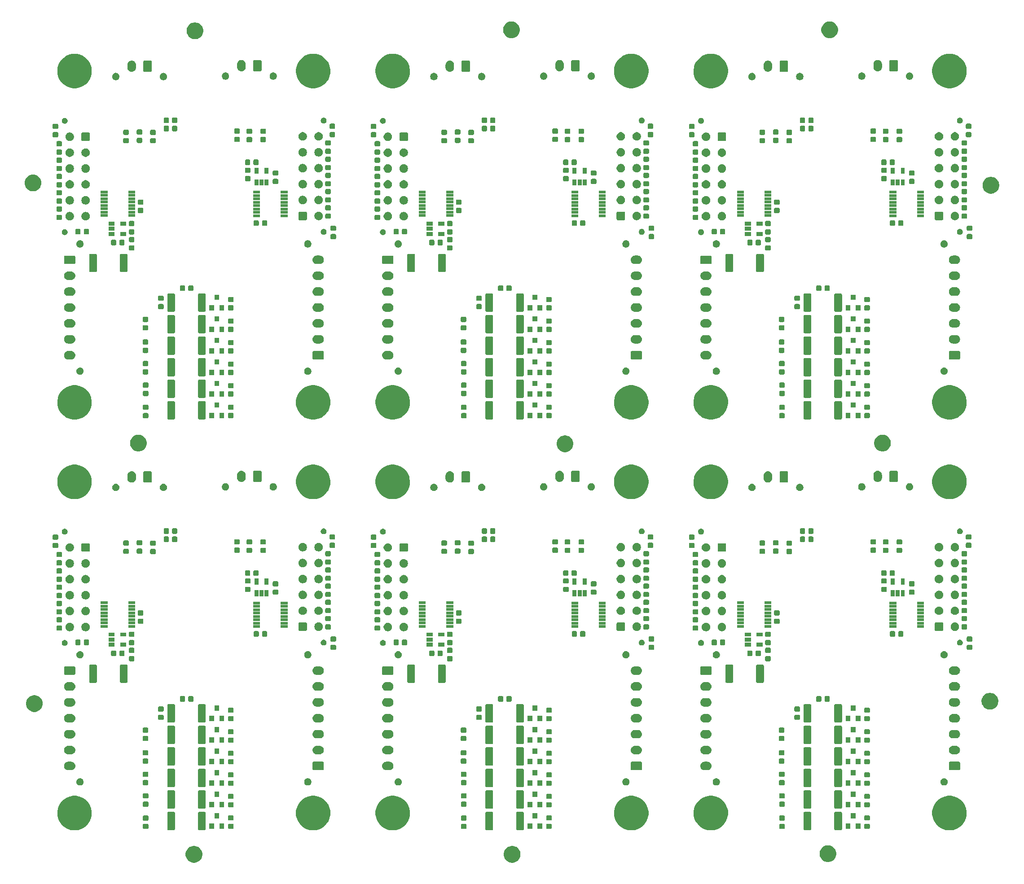
<source format=gbs>
G04 #@! TF.GenerationSoftware,KiCad,Pcbnew,(5.1.4)-1*
G04 #@! TF.CreationDate,2020-11-07T13:08:33+01:00*
G04 #@! TF.ProjectId,FPGA_nutzen,46504741-5f6e-4757-947a-656e2e6b6963,rev?*
G04 #@! TF.SameCoordinates,Original*
G04 #@! TF.FileFunction,Soldermask,Bot*
G04 #@! TF.FilePolarity,Negative*
%FSLAX46Y46*%
G04 Gerber Fmt 4.6, Leading zero omitted, Abs format (unit mm)*
G04 Created by KiCad (PCBNEW (5.1.4)-1) date 2020-11-07 13:08:33*
%MOMM*%
%LPD*%
G04 APERTURE LIST*
%ADD10C,0.100000*%
G04 APERTURE END LIST*
D10*
G36*
X152047209Y-178156876D02*
G01*
X152148702Y-178177064D01*
X152267504Y-178226274D01*
X152435515Y-178295866D01*
X152435516Y-178295867D01*
X152693642Y-178468341D01*
X152913159Y-178687858D01*
X152913160Y-178687860D01*
X153085634Y-178945985D01*
X153204436Y-179232799D01*
X153265000Y-179537276D01*
X153265000Y-179847724D01*
X153204436Y-180152201D01*
X153085634Y-180439015D01*
X153085633Y-180439016D01*
X152913159Y-180697142D01*
X152693642Y-180916659D01*
X152625585Y-180962133D01*
X152435515Y-181089134D01*
X152309092Y-181141500D01*
X152148702Y-181207936D01*
X152047209Y-181228124D01*
X151844224Y-181268500D01*
X151533776Y-181268500D01*
X151330791Y-181228124D01*
X151229298Y-181207936D01*
X151068908Y-181141500D01*
X150942485Y-181089134D01*
X150752415Y-180962133D01*
X150684358Y-180916659D01*
X150464841Y-180697142D01*
X150292367Y-180439016D01*
X150292366Y-180439015D01*
X150173564Y-180152201D01*
X150113000Y-179847724D01*
X150113000Y-179537276D01*
X150173564Y-179232799D01*
X150292366Y-178945985D01*
X150464840Y-178687860D01*
X150464841Y-178687858D01*
X150684358Y-178468341D01*
X150942484Y-178295867D01*
X150942485Y-178295866D01*
X151110496Y-178226274D01*
X151229298Y-178177064D01*
X151330791Y-178156876D01*
X151533776Y-178116500D01*
X151844224Y-178116500D01*
X152047209Y-178156876D01*
X152047209Y-178156876D01*
G37*
G36*
X92039709Y-178156876D02*
G01*
X92141202Y-178177064D01*
X92260004Y-178226274D01*
X92428015Y-178295866D01*
X92428016Y-178295867D01*
X92686142Y-178468341D01*
X92905659Y-178687858D01*
X92905660Y-178687860D01*
X93078134Y-178945985D01*
X93196936Y-179232799D01*
X93257500Y-179537276D01*
X93257500Y-179847724D01*
X93196936Y-180152201D01*
X93078134Y-180439015D01*
X93078133Y-180439016D01*
X92905659Y-180697142D01*
X92686142Y-180916659D01*
X92618085Y-180962133D01*
X92428015Y-181089134D01*
X92301592Y-181141500D01*
X92141202Y-181207936D01*
X92039709Y-181228124D01*
X91836724Y-181268500D01*
X91526276Y-181268500D01*
X91323291Y-181228124D01*
X91221798Y-181207936D01*
X91061408Y-181141500D01*
X90934985Y-181089134D01*
X90744915Y-180962133D01*
X90676858Y-180916659D01*
X90457341Y-180697142D01*
X90284867Y-180439016D01*
X90284866Y-180439015D01*
X90166064Y-180152201D01*
X90105500Y-179847724D01*
X90105500Y-179537276D01*
X90166064Y-179232799D01*
X90284866Y-178945985D01*
X90457340Y-178687860D01*
X90457341Y-178687858D01*
X90676858Y-178468341D01*
X90934984Y-178295867D01*
X90934985Y-178295866D01*
X91102996Y-178226274D01*
X91221798Y-178177064D01*
X91323291Y-178156876D01*
X91526276Y-178116500D01*
X91836724Y-178116500D01*
X92039709Y-178156876D01*
X92039709Y-178156876D01*
G37*
G36*
X211610209Y-178029876D02*
G01*
X211711702Y-178050064D01*
X211830504Y-178099274D01*
X211998515Y-178168866D01*
X211998516Y-178168867D01*
X212256642Y-178341341D01*
X212476159Y-178560858D01*
X212476160Y-178560860D01*
X212648634Y-178818985D01*
X212767436Y-179105799D01*
X212828000Y-179410276D01*
X212828000Y-179720724D01*
X212767436Y-180025201D01*
X212648634Y-180312015D01*
X212648633Y-180312016D01*
X212476159Y-180570142D01*
X212256642Y-180789659D01*
X212126702Y-180876482D01*
X211998515Y-180962134D01*
X211830504Y-181031726D01*
X211711702Y-181080936D01*
X211670492Y-181089133D01*
X211407224Y-181141500D01*
X211096776Y-181141500D01*
X210833508Y-181089133D01*
X210792298Y-181080936D01*
X210673496Y-181031726D01*
X210505485Y-180962134D01*
X210377298Y-180876482D01*
X210247358Y-180789659D01*
X210027841Y-180570142D01*
X209855367Y-180312016D01*
X209855366Y-180312015D01*
X209736564Y-180025201D01*
X209676000Y-179720724D01*
X209676000Y-179410276D01*
X209736564Y-179105799D01*
X209855366Y-178818985D01*
X210027840Y-178560860D01*
X210027841Y-178560858D01*
X210247358Y-178341341D01*
X210505484Y-178168867D01*
X210505485Y-178168866D01*
X210673496Y-178099274D01*
X210792298Y-178050064D01*
X210893791Y-178029876D01*
X211096776Y-177989500D01*
X211407224Y-177989500D01*
X211610209Y-178029876D01*
X211610209Y-178029876D01*
G37*
G36*
X174691558Y-168693645D02*
G01*
X175110282Y-168776934D01*
X175701926Y-169022001D01*
X176234392Y-169377784D01*
X176687216Y-169830608D01*
X177042999Y-170363074D01*
X177288066Y-170954718D01*
X177309048Y-171060202D01*
X177413000Y-171582803D01*
X177413000Y-172223197D01*
X177386683Y-172355500D01*
X177288066Y-172851282D01*
X177042999Y-173442926D01*
X176687216Y-173975392D01*
X176234392Y-174428216D01*
X175701926Y-174783999D01*
X175110282Y-175029066D01*
X174810044Y-175088787D01*
X174482197Y-175154000D01*
X173841803Y-175154000D01*
X173513956Y-175088787D01*
X173213718Y-175029066D01*
X172622074Y-174783999D01*
X172089608Y-174428216D01*
X171636784Y-173975392D01*
X171281001Y-173442926D01*
X171035934Y-172851282D01*
X170937317Y-172355500D01*
X170911000Y-172223197D01*
X170911000Y-171582803D01*
X171014952Y-171060202D01*
X171035934Y-170954718D01*
X171281001Y-170363074D01*
X171636784Y-169830608D01*
X172089608Y-169377784D01*
X172622074Y-169022001D01*
X173213718Y-168776934D01*
X173632442Y-168693645D01*
X173841803Y-168652000D01*
X174482197Y-168652000D01*
X174691558Y-168693645D01*
X174691558Y-168693645D01*
G37*
G36*
X189691558Y-168693645D02*
G01*
X190110282Y-168776934D01*
X190701926Y-169022001D01*
X191234392Y-169377784D01*
X191687216Y-169830608D01*
X192042999Y-170363074D01*
X192288066Y-170954718D01*
X192309048Y-171060202D01*
X192413000Y-171582803D01*
X192413000Y-172223197D01*
X192386683Y-172355500D01*
X192288066Y-172851282D01*
X192042999Y-173442926D01*
X191687216Y-173975392D01*
X191234392Y-174428216D01*
X190701926Y-174783999D01*
X190110282Y-175029066D01*
X189810044Y-175088787D01*
X189482197Y-175154000D01*
X188841803Y-175154000D01*
X188513956Y-175088787D01*
X188213718Y-175029066D01*
X187622074Y-174783999D01*
X187089608Y-174428216D01*
X186636784Y-173975392D01*
X186281001Y-173442926D01*
X186035934Y-172851282D01*
X185937317Y-172355500D01*
X185911000Y-172223197D01*
X185911000Y-171582803D01*
X186014952Y-171060202D01*
X186035934Y-170954718D01*
X186281001Y-170363074D01*
X186636784Y-169830608D01*
X187089608Y-169377784D01*
X187622074Y-169022001D01*
X188213718Y-168776934D01*
X188632442Y-168693645D01*
X188841803Y-168652000D01*
X189482197Y-168652000D01*
X189691558Y-168693645D01*
X189691558Y-168693645D01*
G37*
G36*
X114691558Y-168693645D02*
G01*
X115110282Y-168776934D01*
X115701926Y-169022001D01*
X116234392Y-169377784D01*
X116687216Y-169830608D01*
X117042999Y-170363074D01*
X117288066Y-170954718D01*
X117309048Y-171060202D01*
X117413000Y-171582803D01*
X117413000Y-172223197D01*
X117386683Y-172355500D01*
X117288066Y-172851282D01*
X117042999Y-173442926D01*
X116687216Y-173975392D01*
X116234392Y-174428216D01*
X115701926Y-174783999D01*
X115110282Y-175029066D01*
X114810044Y-175088787D01*
X114482197Y-175154000D01*
X113841803Y-175154000D01*
X113513956Y-175088787D01*
X113213718Y-175029066D01*
X112622074Y-174783999D01*
X112089608Y-174428216D01*
X111636784Y-173975392D01*
X111281001Y-173442926D01*
X111035934Y-172851282D01*
X110937317Y-172355500D01*
X110911000Y-172223197D01*
X110911000Y-171582803D01*
X111014952Y-171060202D01*
X111035934Y-170954718D01*
X111281001Y-170363074D01*
X111636784Y-169830608D01*
X112089608Y-169377784D01*
X112622074Y-169022001D01*
X113213718Y-168776934D01*
X113632442Y-168693645D01*
X113841803Y-168652000D01*
X114482197Y-168652000D01*
X114691558Y-168693645D01*
X114691558Y-168693645D01*
G37*
G36*
X234691558Y-168693645D02*
G01*
X235110282Y-168776934D01*
X235701926Y-169022001D01*
X236234392Y-169377784D01*
X236687216Y-169830608D01*
X237042999Y-170363074D01*
X237288066Y-170954718D01*
X237309048Y-171060202D01*
X237413000Y-171582803D01*
X237413000Y-172223197D01*
X237386683Y-172355500D01*
X237288066Y-172851282D01*
X237042999Y-173442926D01*
X236687216Y-173975392D01*
X236234392Y-174428216D01*
X235701926Y-174783999D01*
X235110282Y-175029066D01*
X234810044Y-175088787D01*
X234482197Y-175154000D01*
X233841803Y-175154000D01*
X233513956Y-175088787D01*
X233213718Y-175029066D01*
X232622074Y-174783999D01*
X232089608Y-174428216D01*
X231636784Y-173975392D01*
X231281001Y-173442926D01*
X231035934Y-172851282D01*
X230937317Y-172355500D01*
X230911000Y-172223197D01*
X230911000Y-171582803D01*
X231014952Y-171060202D01*
X231035934Y-170954718D01*
X231281001Y-170363074D01*
X231636784Y-169830608D01*
X232089608Y-169377784D01*
X232622074Y-169022001D01*
X233213718Y-168776934D01*
X233632442Y-168693645D01*
X233841803Y-168652000D01*
X234482197Y-168652000D01*
X234691558Y-168693645D01*
X234691558Y-168693645D01*
G37*
G36*
X69691558Y-168693645D02*
G01*
X70110282Y-168776934D01*
X70701926Y-169022001D01*
X71234392Y-169377784D01*
X71687216Y-169830608D01*
X72042999Y-170363074D01*
X72288066Y-170954718D01*
X72309048Y-171060202D01*
X72413000Y-171582803D01*
X72413000Y-172223197D01*
X72386683Y-172355500D01*
X72288066Y-172851282D01*
X72042999Y-173442926D01*
X71687216Y-173975392D01*
X71234392Y-174428216D01*
X70701926Y-174783999D01*
X70110282Y-175029066D01*
X69810044Y-175088787D01*
X69482197Y-175154000D01*
X68841803Y-175154000D01*
X68513956Y-175088787D01*
X68213718Y-175029066D01*
X67622074Y-174783999D01*
X67089608Y-174428216D01*
X66636784Y-173975392D01*
X66281001Y-173442926D01*
X66035934Y-172851282D01*
X65937317Y-172355500D01*
X65911000Y-172223197D01*
X65911000Y-171582803D01*
X66014952Y-171060202D01*
X66035934Y-170954718D01*
X66281001Y-170363074D01*
X66636784Y-169830608D01*
X67089608Y-169377784D01*
X67622074Y-169022001D01*
X68213718Y-168776934D01*
X68632442Y-168693645D01*
X68841803Y-168652000D01*
X69482197Y-168652000D01*
X69691558Y-168693645D01*
X69691558Y-168693645D01*
G37*
G36*
X129691558Y-168693645D02*
G01*
X130110282Y-168776934D01*
X130701926Y-169022001D01*
X131234392Y-169377784D01*
X131687216Y-169830608D01*
X132042999Y-170363074D01*
X132288066Y-170954718D01*
X132309048Y-171060202D01*
X132413000Y-171582803D01*
X132413000Y-172223197D01*
X132386683Y-172355500D01*
X132288066Y-172851282D01*
X132042999Y-173442926D01*
X131687216Y-173975392D01*
X131234392Y-174428216D01*
X130701926Y-174783999D01*
X130110282Y-175029066D01*
X129810044Y-175088787D01*
X129482197Y-175154000D01*
X128841803Y-175154000D01*
X128513956Y-175088787D01*
X128213718Y-175029066D01*
X127622074Y-174783999D01*
X127089608Y-174428216D01*
X126636784Y-173975392D01*
X126281001Y-173442926D01*
X126035934Y-172851282D01*
X125937317Y-172355500D01*
X125911000Y-172223197D01*
X125911000Y-171582803D01*
X126014952Y-171060202D01*
X126035934Y-170954718D01*
X126281001Y-170363074D01*
X126636784Y-169830608D01*
X127089608Y-169377784D01*
X127622074Y-169022001D01*
X128213718Y-168776934D01*
X128632442Y-168693645D01*
X128841803Y-168652000D01*
X129482197Y-168652000D01*
X129691558Y-168693645D01*
X129691558Y-168693645D01*
G37*
G36*
X93707860Y-171681798D02*
G01*
X93752351Y-171695294D01*
X93793357Y-171717213D01*
X93829295Y-171746705D01*
X93858787Y-171782643D01*
X93880706Y-171823649D01*
X93894202Y-171868140D01*
X93899000Y-171916860D01*
X93899000Y-174889140D01*
X93894202Y-174937860D01*
X93880706Y-174982351D01*
X93858787Y-175023357D01*
X93829295Y-175059295D01*
X93793357Y-175088787D01*
X93752351Y-175110706D01*
X93707860Y-175124202D01*
X93659140Y-175129000D01*
X92686860Y-175129000D01*
X92638140Y-175124202D01*
X92593649Y-175110706D01*
X92552643Y-175088787D01*
X92516705Y-175059295D01*
X92487213Y-175023357D01*
X92465294Y-174982351D01*
X92451798Y-174937860D01*
X92447000Y-174889140D01*
X92447000Y-171916860D01*
X92451798Y-171868140D01*
X92465294Y-171823649D01*
X92487213Y-171782643D01*
X92516705Y-171746705D01*
X92552643Y-171717213D01*
X92593649Y-171695294D01*
X92638140Y-171681798D01*
X92686860Y-171677000D01*
X93659140Y-171677000D01*
X93707860Y-171681798D01*
X93707860Y-171681798D01*
G37*
G36*
X207907860Y-171681798D02*
G01*
X207952351Y-171695294D01*
X207993357Y-171717213D01*
X208029295Y-171746705D01*
X208058787Y-171782643D01*
X208080706Y-171823649D01*
X208094202Y-171868140D01*
X208099000Y-171916860D01*
X208099000Y-174889140D01*
X208094202Y-174937860D01*
X208080706Y-174982351D01*
X208058787Y-175023357D01*
X208029295Y-175059295D01*
X207993357Y-175088787D01*
X207952351Y-175110706D01*
X207907860Y-175124202D01*
X207859140Y-175129000D01*
X206886860Y-175129000D01*
X206838140Y-175124202D01*
X206793649Y-175110706D01*
X206752643Y-175088787D01*
X206716705Y-175059295D01*
X206687213Y-175023357D01*
X206665294Y-174982351D01*
X206651798Y-174937860D01*
X206647000Y-174889140D01*
X206647000Y-171916860D01*
X206651798Y-171868140D01*
X206665294Y-171823649D01*
X206687213Y-171782643D01*
X206716705Y-171746705D01*
X206752643Y-171717213D01*
X206793649Y-171695294D01*
X206838140Y-171681798D01*
X206886860Y-171677000D01*
X207859140Y-171677000D01*
X207907860Y-171681798D01*
X207907860Y-171681798D01*
G37*
G36*
X153707860Y-171681798D02*
G01*
X153752351Y-171695294D01*
X153793357Y-171717213D01*
X153829295Y-171746705D01*
X153858787Y-171782643D01*
X153880706Y-171823649D01*
X153894202Y-171868140D01*
X153899000Y-171916860D01*
X153899000Y-174889140D01*
X153894202Y-174937860D01*
X153880706Y-174982351D01*
X153858787Y-175023357D01*
X153829295Y-175059295D01*
X153793357Y-175088787D01*
X153752351Y-175110706D01*
X153707860Y-175124202D01*
X153659140Y-175129000D01*
X152686860Y-175129000D01*
X152638140Y-175124202D01*
X152593649Y-175110706D01*
X152552643Y-175088787D01*
X152516705Y-175059295D01*
X152487213Y-175023357D01*
X152465294Y-174982351D01*
X152451798Y-174937860D01*
X152447000Y-174889140D01*
X152447000Y-171916860D01*
X152451798Y-171868140D01*
X152465294Y-171823649D01*
X152487213Y-171782643D01*
X152516705Y-171746705D01*
X152552643Y-171717213D01*
X152593649Y-171695294D01*
X152638140Y-171681798D01*
X152686860Y-171677000D01*
X153659140Y-171677000D01*
X153707860Y-171681798D01*
X153707860Y-171681798D01*
G37*
G36*
X147907860Y-171681798D02*
G01*
X147952351Y-171695294D01*
X147993357Y-171717213D01*
X148029295Y-171746705D01*
X148058787Y-171782643D01*
X148080706Y-171823649D01*
X148094202Y-171868140D01*
X148099000Y-171916860D01*
X148099000Y-174889140D01*
X148094202Y-174937860D01*
X148080706Y-174982351D01*
X148058787Y-175023357D01*
X148029295Y-175059295D01*
X147993357Y-175088787D01*
X147952351Y-175110706D01*
X147907860Y-175124202D01*
X147859140Y-175129000D01*
X146886860Y-175129000D01*
X146838140Y-175124202D01*
X146793649Y-175110706D01*
X146752643Y-175088787D01*
X146716705Y-175059295D01*
X146687213Y-175023357D01*
X146665294Y-174982351D01*
X146651798Y-174937860D01*
X146647000Y-174889140D01*
X146647000Y-171916860D01*
X146651798Y-171868140D01*
X146665294Y-171823649D01*
X146687213Y-171782643D01*
X146716705Y-171746705D01*
X146752643Y-171717213D01*
X146793649Y-171695294D01*
X146838140Y-171681798D01*
X146886860Y-171677000D01*
X147859140Y-171677000D01*
X147907860Y-171681798D01*
X147907860Y-171681798D01*
G37*
G36*
X87907860Y-171681798D02*
G01*
X87952351Y-171695294D01*
X87993357Y-171717213D01*
X88029295Y-171746705D01*
X88058787Y-171782643D01*
X88080706Y-171823649D01*
X88094202Y-171868140D01*
X88099000Y-171916860D01*
X88099000Y-174889140D01*
X88094202Y-174937860D01*
X88080706Y-174982351D01*
X88058787Y-175023357D01*
X88029295Y-175059295D01*
X87993357Y-175088787D01*
X87952351Y-175110706D01*
X87907860Y-175124202D01*
X87859140Y-175129000D01*
X86886860Y-175129000D01*
X86838140Y-175124202D01*
X86793649Y-175110706D01*
X86752643Y-175088787D01*
X86716705Y-175059295D01*
X86687213Y-175023357D01*
X86665294Y-174982351D01*
X86651798Y-174937860D01*
X86647000Y-174889140D01*
X86647000Y-171916860D01*
X86651798Y-171868140D01*
X86665294Y-171823649D01*
X86687213Y-171782643D01*
X86716705Y-171746705D01*
X86752643Y-171717213D01*
X86793649Y-171695294D01*
X86838140Y-171681798D01*
X86886860Y-171677000D01*
X87859140Y-171677000D01*
X87907860Y-171681798D01*
X87907860Y-171681798D01*
G37*
G36*
X213707860Y-171681798D02*
G01*
X213752351Y-171695294D01*
X213793357Y-171717213D01*
X213829295Y-171746705D01*
X213858787Y-171782643D01*
X213880706Y-171823649D01*
X213894202Y-171868140D01*
X213899000Y-171916860D01*
X213899000Y-174889140D01*
X213894202Y-174937860D01*
X213880706Y-174982351D01*
X213858787Y-175023357D01*
X213829295Y-175059295D01*
X213793357Y-175088787D01*
X213752351Y-175110706D01*
X213707860Y-175124202D01*
X213659140Y-175129000D01*
X212686860Y-175129000D01*
X212638140Y-175124202D01*
X212593649Y-175110706D01*
X212552643Y-175088787D01*
X212516705Y-175059295D01*
X212487213Y-175023357D01*
X212465294Y-174982351D01*
X212451798Y-174937860D01*
X212447000Y-174889140D01*
X212447000Y-171916860D01*
X212451798Y-171868140D01*
X212465294Y-171823649D01*
X212487213Y-171782643D01*
X212516705Y-171746705D01*
X212552643Y-171717213D01*
X212593649Y-171695294D01*
X212638140Y-171681798D01*
X212686860Y-171677000D01*
X213659140Y-171677000D01*
X213707860Y-171681798D01*
X213707860Y-171681798D01*
G37*
G36*
X82926377Y-173934950D02*
G01*
X82967459Y-173947412D01*
X83005324Y-173967652D01*
X83038512Y-173994888D01*
X83065748Y-174028076D01*
X83085988Y-174065941D01*
X83098450Y-174107023D01*
X83102900Y-174152204D01*
X83102900Y-174685796D01*
X83098450Y-174730977D01*
X83085988Y-174772059D01*
X83065748Y-174809924D01*
X83038512Y-174843112D01*
X83005324Y-174870348D01*
X82967459Y-174890588D01*
X82926377Y-174903050D01*
X82881196Y-174907500D01*
X82272604Y-174907500D01*
X82227423Y-174903050D01*
X82186341Y-174890588D01*
X82148476Y-174870348D01*
X82115288Y-174843112D01*
X82088052Y-174809924D01*
X82067812Y-174772059D01*
X82055350Y-174730977D01*
X82050900Y-174685796D01*
X82050900Y-174152204D01*
X82055350Y-174107023D01*
X82067812Y-174065941D01*
X82088052Y-174028076D01*
X82115288Y-173994888D01*
X82148476Y-173967652D01*
X82186341Y-173947412D01*
X82227423Y-173934950D01*
X82272604Y-173930500D01*
X82881196Y-173930500D01*
X82926377Y-173934950D01*
X82926377Y-173934950D01*
G37*
G36*
X142926377Y-173934950D02*
G01*
X142967459Y-173947412D01*
X143005324Y-173967652D01*
X143038512Y-173994888D01*
X143065748Y-174028076D01*
X143085988Y-174065941D01*
X143098450Y-174107023D01*
X143102900Y-174152204D01*
X143102900Y-174685796D01*
X143098450Y-174730977D01*
X143085988Y-174772059D01*
X143065748Y-174809924D01*
X143038512Y-174843112D01*
X143005324Y-174870348D01*
X142967459Y-174890588D01*
X142926377Y-174903050D01*
X142881196Y-174907500D01*
X142272604Y-174907500D01*
X142227423Y-174903050D01*
X142186341Y-174890588D01*
X142148476Y-174870348D01*
X142115288Y-174843112D01*
X142088052Y-174809924D01*
X142067812Y-174772059D01*
X142055350Y-174730977D01*
X142050900Y-174685796D01*
X142050900Y-174152204D01*
X142055350Y-174107023D01*
X142067812Y-174065941D01*
X142088052Y-174028076D01*
X142115288Y-173994888D01*
X142148476Y-173967652D01*
X142186341Y-173947412D01*
X142227423Y-173934950D01*
X142272604Y-173930500D01*
X142881196Y-173930500D01*
X142926377Y-173934950D01*
X142926377Y-173934950D01*
G37*
G36*
X202926377Y-173934950D02*
G01*
X202967459Y-173947412D01*
X203005324Y-173967652D01*
X203038512Y-173994888D01*
X203065748Y-174028076D01*
X203085988Y-174065941D01*
X203098450Y-174107023D01*
X203102900Y-174152204D01*
X203102900Y-174685796D01*
X203098450Y-174730977D01*
X203085988Y-174772059D01*
X203065748Y-174809924D01*
X203038512Y-174843112D01*
X203005324Y-174870348D01*
X202967459Y-174890588D01*
X202926377Y-174903050D01*
X202881196Y-174907500D01*
X202272604Y-174907500D01*
X202227423Y-174903050D01*
X202186341Y-174890588D01*
X202148476Y-174870348D01*
X202115288Y-174843112D01*
X202088052Y-174809924D01*
X202067812Y-174772059D01*
X202055350Y-174730977D01*
X202050900Y-174685796D01*
X202050900Y-174152204D01*
X202055350Y-174107023D01*
X202067812Y-174065941D01*
X202088052Y-174028076D01*
X202115288Y-173994888D01*
X202148476Y-173967652D01*
X202186341Y-173947412D01*
X202227423Y-173934950D01*
X202272604Y-173930500D01*
X202881196Y-173930500D01*
X202926377Y-173934950D01*
X202926377Y-173934950D01*
G37*
G36*
X95489000Y-174904000D02*
G01*
X94587000Y-174904000D01*
X94587000Y-173902000D01*
X95489000Y-173902000D01*
X95489000Y-174904000D01*
X95489000Y-174904000D01*
G37*
G36*
X97389000Y-174904000D02*
G01*
X96487000Y-174904000D01*
X96487000Y-173902000D01*
X97389000Y-173902000D01*
X97389000Y-174904000D01*
X97389000Y-174904000D01*
G37*
G36*
X155489000Y-174904000D02*
G01*
X154587000Y-174904000D01*
X154587000Y-173902000D01*
X155489000Y-173902000D01*
X155489000Y-174904000D01*
X155489000Y-174904000D01*
G37*
G36*
X157389000Y-174904000D02*
G01*
X156487000Y-174904000D01*
X156487000Y-173902000D01*
X157389000Y-173902000D01*
X157389000Y-174904000D01*
X157389000Y-174904000D01*
G37*
G36*
X215489000Y-174904000D02*
G01*
X214587000Y-174904000D01*
X214587000Y-173902000D01*
X215489000Y-173902000D01*
X215489000Y-174904000D01*
X215489000Y-174904000D01*
G37*
G36*
X217389000Y-174904000D02*
G01*
X216487000Y-174904000D01*
X216487000Y-173902000D01*
X217389000Y-173902000D01*
X217389000Y-174904000D01*
X217389000Y-174904000D01*
G37*
G36*
X98979077Y-173909650D02*
G01*
X99020159Y-173922112D01*
X99058024Y-173942352D01*
X99091212Y-173969588D01*
X99118448Y-174002776D01*
X99138688Y-174040641D01*
X99151150Y-174081723D01*
X99155600Y-174126904D01*
X99155600Y-174660496D01*
X99151150Y-174705677D01*
X99138688Y-174746759D01*
X99118448Y-174784624D01*
X99091212Y-174817812D01*
X99058024Y-174845048D01*
X99020159Y-174865288D01*
X98979077Y-174877750D01*
X98933896Y-174882200D01*
X98325304Y-174882200D01*
X98280123Y-174877750D01*
X98239041Y-174865288D01*
X98201176Y-174845048D01*
X98167988Y-174817812D01*
X98140752Y-174784624D01*
X98120512Y-174746759D01*
X98108050Y-174705677D01*
X98103600Y-174660496D01*
X98103600Y-174126904D01*
X98108050Y-174081723D01*
X98120512Y-174040641D01*
X98140752Y-174002776D01*
X98167988Y-173969588D01*
X98201176Y-173942352D01*
X98239041Y-173922112D01*
X98280123Y-173909650D01*
X98325304Y-173905200D01*
X98933896Y-173905200D01*
X98979077Y-173909650D01*
X98979077Y-173909650D01*
G37*
G36*
X158979077Y-173909650D02*
G01*
X159020159Y-173922112D01*
X159058024Y-173942352D01*
X159091212Y-173969588D01*
X159118448Y-174002776D01*
X159138688Y-174040641D01*
X159151150Y-174081723D01*
X159155600Y-174126904D01*
X159155600Y-174660496D01*
X159151150Y-174705677D01*
X159138688Y-174746759D01*
X159118448Y-174784624D01*
X159091212Y-174817812D01*
X159058024Y-174845048D01*
X159020159Y-174865288D01*
X158979077Y-174877750D01*
X158933896Y-174882200D01*
X158325304Y-174882200D01*
X158280123Y-174877750D01*
X158239041Y-174865288D01*
X158201176Y-174845048D01*
X158167988Y-174817812D01*
X158140752Y-174784624D01*
X158120512Y-174746759D01*
X158108050Y-174705677D01*
X158103600Y-174660496D01*
X158103600Y-174126904D01*
X158108050Y-174081723D01*
X158120512Y-174040641D01*
X158140752Y-174002776D01*
X158167988Y-173969588D01*
X158201176Y-173942352D01*
X158239041Y-173922112D01*
X158280123Y-173909650D01*
X158325304Y-173905200D01*
X158933896Y-173905200D01*
X158979077Y-173909650D01*
X158979077Y-173909650D01*
G37*
G36*
X218979077Y-173909650D02*
G01*
X219020159Y-173922112D01*
X219058024Y-173942352D01*
X219091212Y-173969588D01*
X219118448Y-174002776D01*
X219138688Y-174040641D01*
X219151150Y-174081723D01*
X219155600Y-174126904D01*
X219155600Y-174660496D01*
X219151150Y-174705677D01*
X219138688Y-174746759D01*
X219118448Y-174784624D01*
X219091212Y-174817812D01*
X219058024Y-174845048D01*
X219020159Y-174865288D01*
X218979077Y-174877750D01*
X218933896Y-174882200D01*
X218325304Y-174882200D01*
X218280123Y-174877750D01*
X218239041Y-174865288D01*
X218201176Y-174845048D01*
X218167988Y-174817812D01*
X218140752Y-174784624D01*
X218120512Y-174746759D01*
X218108050Y-174705677D01*
X218103600Y-174660496D01*
X218103600Y-174126904D01*
X218108050Y-174081723D01*
X218120512Y-174040641D01*
X218140752Y-174002776D01*
X218167988Y-173969588D01*
X218201176Y-173942352D01*
X218239041Y-173922112D01*
X218280123Y-173909650D01*
X218325304Y-173905200D01*
X218933896Y-173905200D01*
X218979077Y-173909650D01*
X218979077Y-173909650D01*
G37*
G36*
X202926377Y-172359950D02*
G01*
X202967459Y-172372412D01*
X203005324Y-172392652D01*
X203038512Y-172419888D01*
X203065748Y-172453076D01*
X203085988Y-172490941D01*
X203098450Y-172532023D01*
X203102900Y-172577204D01*
X203102900Y-173110796D01*
X203098450Y-173155977D01*
X203085988Y-173197059D01*
X203065748Y-173234924D01*
X203038512Y-173268112D01*
X203005324Y-173295348D01*
X202967459Y-173315588D01*
X202926377Y-173328050D01*
X202881196Y-173332500D01*
X202272604Y-173332500D01*
X202227423Y-173328050D01*
X202186341Y-173315588D01*
X202148476Y-173295348D01*
X202115288Y-173268112D01*
X202088052Y-173234924D01*
X202067812Y-173197059D01*
X202055350Y-173155977D01*
X202050900Y-173110796D01*
X202050900Y-172577204D01*
X202055350Y-172532023D01*
X202067812Y-172490941D01*
X202088052Y-172453076D01*
X202115288Y-172419888D01*
X202148476Y-172392652D01*
X202186341Y-172372412D01*
X202227423Y-172359950D01*
X202272604Y-172355500D01*
X202881196Y-172355500D01*
X202926377Y-172359950D01*
X202926377Y-172359950D01*
G37*
G36*
X142926377Y-172359950D02*
G01*
X142967459Y-172372412D01*
X143005324Y-172392652D01*
X143038512Y-172419888D01*
X143065748Y-172453076D01*
X143085988Y-172490941D01*
X143098450Y-172532023D01*
X143102900Y-172577204D01*
X143102900Y-173110796D01*
X143098450Y-173155977D01*
X143085988Y-173197059D01*
X143065748Y-173234924D01*
X143038512Y-173268112D01*
X143005324Y-173295348D01*
X142967459Y-173315588D01*
X142926377Y-173328050D01*
X142881196Y-173332500D01*
X142272604Y-173332500D01*
X142227423Y-173328050D01*
X142186341Y-173315588D01*
X142148476Y-173295348D01*
X142115288Y-173268112D01*
X142088052Y-173234924D01*
X142067812Y-173197059D01*
X142055350Y-173155977D01*
X142050900Y-173110796D01*
X142050900Y-172577204D01*
X142055350Y-172532023D01*
X142067812Y-172490941D01*
X142088052Y-172453076D01*
X142115288Y-172419888D01*
X142148476Y-172392652D01*
X142186341Y-172372412D01*
X142227423Y-172359950D01*
X142272604Y-172355500D01*
X142881196Y-172355500D01*
X142926377Y-172359950D01*
X142926377Y-172359950D01*
G37*
G36*
X82926377Y-172359950D02*
G01*
X82967459Y-172372412D01*
X83005324Y-172392652D01*
X83038512Y-172419888D01*
X83065748Y-172453076D01*
X83085988Y-172490941D01*
X83098450Y-172532023D01*
X83102900Y-172577204D01*
X83102900Y-173110796D01*
X83098450Y-173155977D01*
X83085988Y-173197059D01*
X83065748Y-173234924D01*
X83038512Y-173268112D01*
X83005324Y-173295348D01*
X82967459Y-173315588D01*
X82926377Y-173328050D01*
X82881196Y-173332500D01*
X82272604Y-173332500D01*
X82227423Y-173328050D01*
X82186341Y-173315588D01*
X82148476Y-173295348D01*
X82115288Y-173268112D01*
X82088052Y-173234924D01*
X82067812Y-173197059D01*
X82055350Y-173155977D01*
X82050900Y-173110796D01*
X82050900Y-172577204D01*
X82055350Y-172532023D01*
X82067812Y-172490941D01*
X82088052Y-172453076D01*
X82115288Y-172419888D01*
X82148476Y-172392652D01*
X82186341Y-172372412D01*
X82227423Y-172359950D01*
X82272604Y-172355500D01*
X82881196Y-172355500D01*
X82926377Y-172359950D01*
X82926377Y-172359950D01*
G37*
G36*
X98979077Y-172334650D02*
G01*
X99020159Y-172347112D01*
X99058024Y-172367352D01*
X99091212Y-172394588D01*
X99118448Y-172427776D01*
X99138688Y-172465641D01*
X99151150Y-172506723D01*
X99155600Y-172551904D01*
X99155600Y-173085496D01*
X99151150Y-173130677D01*
X99138688Y-173171759D01*
X99118448Y-173209624D01*
X99091212Y-173242812D01*
X99058024Y-173270048D01*
X99020159Y-173290288D01*
X98979077Y-173302750D01*
X98933896Y-173307200D01*
X98325304Y-173307200D01*
X98280123Y-173302750D01*
X98239041Y-173290288D01*
X98201176Y-173270048D01*
X98167988Y-173242812D01*
X98140752Y-173209624D01*
X98120512Y-173171759D01*
X98108050Y-173130677D01*
X98103600Y-173085496D01*
X98103600Y-172551904D01*
X98108050Y-172506723D01*
X98120512Y-172465641D01*
X98140752Y-172427776D01*
X98167988Y-172394588D01*
X98201176Y-172367352D01*
X98239041Y-172347112D01*
X98280123Y-172334650D01*
X98325304Y-172330200D01*
X98933896Y-172330200D01*
X98979077Y-172334650D01*
X98979077Y-172334650D01*
G37*
G36*
X158979077Y-172334650D02*
G01*
X159020159Y-172347112D01*
X159058024Y-172367352D01*
X159091212Y-172394588D01*
X159118448Y-172427776D01*
X159138688Y-172465641D01*
X159151150Y-172506723D01*
X159155600Y-172551904D01*
X159155600Y-173085496D01*
X159151150Y-173130677D01*
X159138688Y-173171759D01*
X159118448Y-173209624D01*
X159091212Y-173242812D01*
X159058024Y-173270048D01*
X159020159Y-173290288D01*
X158979077Y-173302750D01*
X158933896Y-173307200D01*
X158325304Y-173307200D01*
X158280123Y-173302750D01*
X158239041Y-173290288D01*
X158201176Y-173270048D01*
X158167988Y-173242812D01*
X158140752Y-173209624D01*
X158120512Y-173171759D01*
X158108050Y-173130677D01*
X158103600Y-173085496D01*
X158103600Y-172551904D01*
X158108050Y-172506723D01*
X158120512Y-172465641D01*
X158140752Y-172427776D01*
X158167988Y-172394588D01*
X158201176Y-172367352D01*
X158239041Y-172347112D01*
X158280123Y-172334650D01*
X158325304Y-172330200D01*
X158933896Y-172330200D01*
X158979077Y-172334650D01*
X158979077Y-172334650D01*
G37*
G36*
X218979077Y-172334650D02*
G01*
X219020159Y-172347112D01*
X219058024Y-172367352D01*
X219091212Y-172394588D01*
X219118448Y-172427776D01*
X219138688Y-172465641D01*
X219151150Y-172506723D01*
X219155600Y-172551904D01*
X219155600Y-173085496D01*
X219151150Y-173130677D01*
X219138688Y-173171759D01*
X219118448Y-173209624D01*
X219091212Y-173242812D01*
X219058024Y-173270048D01*
X219020159Y-173290288D01*
X218979077Y-173302750D01*
X218933896Y-173307200D01*
X218325304Y-173307200D01*
X218280123Y-173302750D01*
X218239041Y-173290288D01*
X218201176Y-173270048D01*
X218167988Y-173242812D01*
X218140752Y-173209624D01*
X218120512Y-173171759D01*
X218108050Y-173130677D01*
X218103600Y-173085496D01*
X218103600Y-172551904D01*
X218108050Y-172506723D01*
X218120512Y-172465641D01*
X218140752Y-172427776D01*
X218167988Y-172394588D01*
X218201176Y-172367352D01*
X218239041Y-172347112D01*
X218280123Y-172334650D01*
X218325304Y-172330200D01*
X218933896Y-172330200D01*
X218979077Y-172334650D01*
X218979077Y-172334650D01*
G37*
G36*
X96439000Y-172904000D02*
G01*
X95537000Y-172904000D01*
X95537000Y-171902000D01*
X96439000Y-171902000D01*
X96439000Y-172904000D01*
X96439000Y-172904000D01*
G37*
G36*
X216439000Y-172904000D02*
G01*
X215537000Y-172904000D01*
X215537000Y-171902000D01*
X216439000Y-171902000D01*
X216439000Y-172904000D01*
X216439000Y-172904000D01*
G37*
G36*
X156439000Y-172904000D02*
G01*
X155537000Y-172904000D01*
X155537000Y-171902000D01*
X156439000Y-171902000D01*
X156439000Y-172904000D01*
X156439000Y-172904000D01*
G37*
G36*
X87907860Y-167617798D02*
G01*
X87952351Y-167631294D01*
X87993357Y-167653213D01*
X88029295Y-167682705D01*
X88058787Y-167718643D01*
X88080706Y-167759649D01*
X88094202Y-167804140D01*
X88099000Y-167852860D01*
X88099000Y-170825140D01*
X88094202Y-170873860D01*
X88080706Y-170918351D01*
X88058787Y-170959357D01*
X88029295Y-170995295D01*
X87993357Y-171024787D01*
X87952351Y-171046706D01*
X87907860Y-171060202D01*
X87859140Y-171065000D01*
X86886860Y-171065000D01*
X86838140Y-171060202D01*
X86793649Y-171046706D01*
X86752643Y-171024787D01*
X86716705Y-170995295D01*
X86687213Y-170959357D01*
X86665294Y-170918351D01*
X86651798Y-170873860D01*
X86647000Y-170825140D01*
X86647000Y-167852860D01*
X86651798Y-167804140D01*
X86665294Y-167759649D01*
X86687213Y-167718643D01*
X86716705Y-167682705D01*
X86752643Y-167653213D01*
X86793649Y-167631294D01*
X86838140Y-167617798D01*
X86886860Y-167613000D01*
X87859140Y-167613000D01*
X87907860Y-167617798D01*
X87907860Y-167617798D01*
G37*
G36*
X93707860Y-167617798D02*
G01*
X93752351Y-167631294D01*
X93793357Y-167653213D01*
X93829295Y-167682705D01*
X93858787Y-167718643D01*
X93880706Y-167759649D01*
X93894202Y-167804140D01*
X93899000Y-167852860D01*
X93899000Y-170825140D01*
X93894202Y-170873860D01*
X93880706Y-170918351D01*
X93858787Y-170959357D01*
X93829295Y-170995295D01*
X93793357Y-171024787D01*
X93752351Y-171046706D01*
X93707860Y-171060202D01*
X93659140Y-171065000D01*
X92686860Y-171065000D01*
X92638140Y-171060202D01*
X92593649Y-171046706D01*
X92552643Y-171024787D01*
X92516705Y-170995295D01*
X92487213Y-170959357D01*
X92465294Y-170918351D01*
X92451798Y-170873860D01*
X92447000Y-170825140D01*
X92447000Y-167852860D01*
X92451798Y-167804140D01*
X92465294Y-167759649D01*
X92487213Y-167718643D01*
X92516705Y-167682705D01*
X92552643Y-167653213D01*
X92593649Y-167631294D01*
X92638140Y-167617798D01*
X92686860Y-167613000D01*
X93659140Y-167613000D01*
X93707860Y-167617798D01*
X93707860Y-167617798D01*
G37*
G36*
X147907860Y-167617798D02*
G01*
X147952351Y-167631294D01*
X147993357Y-167653213D01*
X148029295Y-167682705D01*
X148058787Y-167718643D01*
X148080706Y-167759649D01*
X148094202Y-167804140D01*
X148099000Y-167852860D01*
X148099000Y-170825140D01*
X148094202Y-170873860D01*
X148080706Y-170918351D01*
X148058787Y-170959357D01*
X148029295Y-170995295D01*
X147993357Y-171024787D01*
X147952351Y-171046706D01*
X147907860Y-171060202D01*
X147859140Y-171065000D01*
X146886860Y-171065000D01*
X146838140Y-171060202D01*
X146793649Y-171046706D01*
X146752643Y-171024787D01*
X146716705Y-170995295D01*
X146687213Y-170959357D01*
X146665294Y-170918351D01*
X146651798Y-170873860D01*
X146647000Y-170825140D01*
X146647000Y-167852860D01*
X146651798Y-167804140D01*
X146665294Y-167759649D01*
X146687213Y-167718643D01*
X146716705Y-167682705D01*
X146752643Y-167653213D01*
X146793649Y-167631294D01*
X146838140Y-167617798D01*
X146886860Y-167613000D01*
X147859140Y-167613000D01*
X147907860Y-167617798D01*
X147907860Y-167617798D01*
G37*
G36*
X153707860Y-167617798D02*
G01*
X153752351Y-167631294D01*
X153793357Y-167653213D01*
X153829295Y-167682705D01*
X153858787Y-167718643D01*
X153880706Y-167759649D01*
X153894202Y-167804140D01*
X153899000Y-167852860D01*
X153899000Y-170825140D01*
X153894202Y-170873860D01*
X153880706Y-170918351D01*
X153858787Y-170959357D01*
X153829295Y-170995295D01*
X153793357Y-171024787D01*
X153752351Y-171046706D01*
X153707860Y-171060202D01*
X153659140Y-171065000D01*
X152686860Y-171065000D01*
X152638140Y-171060202D01*
X152593649Y-171046706D01*
X152552643Y-171024787D01*
X152516705Y-170995295D01*
X152487213Y-170959357D01*
X152465294Y-170918351D01*
X152451798Y-170873860D01*
X152447000Y-170825140D01*
X152447000Y-167852860D01*
X152451798Y-167804140D01*
X152465294Y-167759649D01*
X152487213Y-167718643D01*
X152516705Y-167682705D01*
X152552643Y-167653213D01*
X152593649Y-167631294D01*
X152638140Y-167617798D01*
X152686860Y-167613000D01*
X153659140Y-167613000D01*
X153707860Y-167617798D01*
X153707860Y-167617798D01*
G37*
G36*
X207907860Y-167617798D02*
G01*
X207952351Y-167631294D01*
X207993357Y-167653213D01*
X208029295Y-167682705D01*
X208058787Y-167718643D01*
X208080706Y-167759649D01*
X208094202Y-167804140D01*
X208099000Y-167852860D01*
X208099000Y-170825140D01*
X208094202Y-170873860D01*
X208080706Y-170918351D01*
X208058787Y-170959357D01*
X208029295Y-170995295D01*
X207993357Y-171024787D01*
X207952351Y-171046706D01*
X207907860Y-171060202D01*
X207859140Y-171065000D01*
X206886860Y-171065000D01*
X206838140Y-171060202D01*
X206793649Y-171046706D01*
X206752643Y-171024787D01*
X206716705Y-170995295D01*
X206687213Y-170959357D01*
X206665294Y-170918351D01*
X206651798Y-170873860D01*
X206647000Y-170825140D01*
X206647000Y-167852860D01*
X206651798Y-167804140D01*
X206665294Y-167759649D01*
X206687213Y-167718643D01*
X206716705Y-167682705D01*
X206752643Y-167653213D01*
X206793649Y-167631294D01*
X206838140Y-167617798D01*
X206886860Y-167613000D01*
X207859140Y-167613000D01*
X207907860Y-167617798D01*
X207907860Y-167617798D01*
G37*
G36*
X213707860Y-167617798D02*
G01*
X213752351Y-167631294D01*
X213793357Y-167653213D01*
X213829295Y-167682705D01*
X213858787Y-167718643D01*
X213880706Y-167759649D01*
X213894202Y-167804140D01*
X213899000Y-167852860D01*
X213899000Y-170825140D01*
X213894202Y-170873860D01*
X213880706Y-170918351D01*
X213858787Y-170959357D01*
X213829295Y-170995295D01*
X213793357Y-171024787D01*
X213752351Y-171046706D01*
X213707860Y-171060202D01*
X213659140Y-171065000D01*
X212686860Y-171065000D01*
X212638140Y-171060202D01*
X212593649Y-171046706D01*
X212552643Y-171024787D01*
X212516705Y-170995295D01*
X212487213Y-170959357D01*
X212465294Y-170918351D01*
X212451798Y-170873860D01*
X212447000Y-170825140D01*
X212447000Y-167852860D01*
X212451798Y-167804140D01*
X212465294Y-167759649D01*
X212487213Y-167718643D01*
X212516705Y-167682705D01*
X212552643Y-167653213D01*
X212593649Y-167631294D01*
X212638140Y-167617798D01*
X212686860Y-167613000D01*
X213659140Y-167613000D01*
X213707860Y-167617798D01*
X213707860Y-167617798D01*
G37*
G36*
X155489000Y-170840000D02*
G01*
X154587000Y-170840000D01*
X154587000Y-169838000D01*
X155489000Y-169838000D01*
X155489000Y-170840000D01*
X155489000Y-170840000D01*
G37*
G36*
X217389000Y-170840000D02*
G01*
X216487000Y-170840000D01*
X216487000Y-169838000D01*
X217389000Y-169838000D01*
X217389000Y-170840000D01*
X217389000Y-170840000D01*
G37*
G36*
X215489000Y-170840000D02*
G01*
X214587000Y-170840000D01*
X214587000Y-169838000D01*
X215489000Y-169838000D01*
X215489000Y-170840000D01*
X215489000Y-170840000D01*
G37*
G36*
X157389000Y-170840000D02*
G01*
X156487000Y-170840000D01*
X156487000Y-169838000D01*
X157389000Y-169838000D01*
X157389000Y-170840000D01*
X157389000Y-170840000D01*
G37*
G36*
X95489000Y-170840000D02*
G01*
X94587000Y-170840000D01*
X94587000Y-169838000D01*
X95489000Y-169838000D01*
X95489000Y-170840000D01*
X95489000Y-170840000D01*
G37*
G36*
X97389000Y-170840000D02*
G01*
X96487000Y-170840000D01*
X96487000Y-169838000D01*
X97389000Y-169838000D01*
X97389000Y-170840000D01*
X97389000Y-170840000D01*
G37*
G36*
X218979077Y-169845650D02*
G01*
X219020159Y-169858112D01*
X219058024Y-169878352D01*
X219091212Y-169905588D01*
X219118448Y-169938776D01*
X219138688Y-169976641D01*
X219151150Y-170017723D01*
X219155600Y-170062904D01*
X219155600Y-170596496D01*
X219151150Y-170641677D01*
X219138688Y-170682759D01*
X219118448Y-170720624D01*
X219091212Y-170753812D01*
X219058024Y-170781048D01*
X219020159Y-170801288D01*
X218979077Y-170813750D01*
X218933896Y-170818200D01*
X218325304Y-170818200D01*
X218280123Y-170813750D01*
X218239041Y-170801288D01*
X218201176Y-170781048D01*
X218167988Y-170753812D01*
X218140752Y-170720624D01*
X218120512Y-170682759D01*
X218108050Y-170641677D01*
X218103600Y-170596496D01*
X218103600Y-170062904D01*
X218108050Y-170017723D01*
X218120512Y-169976641D01*
X218140752Y-169938776D01*
X218167988Y-169905588D01*
X218201176Y-169878352D01*
X218239041Y-169858112D01*
X218280123Y-169845650D01*
X218325304Y-169841200D01*
X218933896Y-169841200D01*
X218979077Y-169845650D01*
X218979077Y-169845650D01*
G37*
G36*
X98979077Y-169845650D02*
G01*
X99020159Y-169858112D01*
X99058024Y-169878352D01*
X99091212Y-169905588D01*
X99118448Y-169938776D01*
X99138688Y-169976641D01*
X99151150Y-170017723D01*
X99155600Y-170062904D01*
X99155600Y-170596496D01*
X99151150Y-170641677D01*
X99138688Y-170682759D01*
X99118448Y-170720624D01*
X99091212Y-170753812D01*
X99058024Y-170781048D01*
X99020159Y-170801288D01*
X98979077Y-170813750D01*
X98933896Y-170818200D01*
X98325304Y-170818200D01*
X98280123Y-170813750D01*
X98239041Y-170801288D01*
X98201176Y-170781048D01*
X98167988Y-170753812D01*
X98140752Y-170720624D01*
X98120512Y-170682759D01*
X98108050Y-170641677D01*
X98103600Y-170596496D01*
X98103600Y-170062904D01*
X98108050Y-170017723D01*
X98120512Y-169976641D01*
X98140752Y-169938776D01*
X98167988Y-169905588D01*
X98201176Y-169878352D01*
X98239041Y-169858112D01*
X98280123Y-169845650D01*
X98325304Y-169841200D01*
X98933896Y-169841200D01*
X98979077Y-169845650D01*
X98979077Y-169845650D01*
G37*
G36*
X158979077Y-169845650D02*
G01*
X159020159Y-169858112D01*
X159058024Y-169878352D01*
X159091212Y-169905588D01*
X159118448Y-169938776D01*
X159138688Y-169976641D01*
X159151150Y-170017723D01*
X159155600Y-170062904D01*
X159155600Y-170596496D01*
X159151150Y-170641677D01*
X159138688Y-170682759D01*
X159118448Y-170720624D01*
X159091212Y-170753812D01*
X159058024Y-170781048D01*
X159020159Y-170801288D01*
X158979077Y-170813750D01*
X158933896Y-170818200D01*
X158325304Y-170818200D01*
X158280123Y-170813750D01*
X158239041Y-170801288D01*
X158201176Y-170781048D01*
X158167988Y-170753812D01*
X158140752Y-170720624D01*
X158120512Y-170682759D01*
X158108050Y-170641677D01*
X158103600Y-170596496D01*
X158103600Y-170062904D01*
X158108050Y-170017723D01*
X158120512Y-169976641D01*
X158140752Y-169938776D01*
X158167988Y-169905588D01*
X158201176Y-169878352D01*
X158239041Y-169858112D01*
X158280123Y-169845650D01*
X158325304Y-169841200D01*
X158933896Y-169841200D01*
X158979077Y-169845650D01*
X158979077Y-169845650D01*
G37*
G36*
X82926377Y-169743950D02*
G01*
X82967459Y-169756412D01*
X83005324Y-169776652D01*
X83038512Y-169803888D01*
X83065748Y-169837076D01*
X83085988Y-169874941D01*
X83098450Y-169916023D01*
X83102900Y-169961204D01*
X83102900Y-170494796D01*
X83098450Y-170539977D01*
X83085988Y-170581059D01*
X83065748Y-170618924D01*
X83038512Y-170652112D01*
X83005324Y-170679348D01*
X82967459Y-170699588D01*
X82926377Y-170712050D01*
X82881196Y-170716500D01*
X82272604Y-170716500D01*
X82227423Y-170712050D01*
X82186341Y-170699588D01*
X82148476Y-170679348D01*
X82115288Y-170652112D01*
X82088052Y-170618924D01*
X82067812Y-170581059D01*
X82055350Y-170539977D01*
X82050900Y-170494796D01*
X82050900Y-169961204D01*
X82055350Y-169916023D01*
X82067812Y-169874941D01*
X82088052Y-169837076D01*
X82115288Y-169803888D01*
X82148476Y-169776652D01*
X82186341Y-169756412D01*
X82227423Y-169743950D01*
X82272604Y-169739500D01*
X82881196Y-169739500D01*
X82926377Y-169743950D01*
X82926377Y-169743950D01*
G37*
G36*
X142926377Y-169743950D02*
G01*
X142967459Y-169756412D01*
X143005324Y-169776652D01*
X143038512Y-169803888D01*
X143065748Y-169837076D01*
X143085988Y-169874941D01*
X143098450Y-169916023D01*
X143102900Y-169961204D01*
X143102900Y-170494796D01*
X143098450Y-170539977D01*
X143085988Y-170581059D01*
X143065748Y-170618924D01*
X143038512Y-170652112D01*
X143005324Y-170679348D01*
X142967459Y-170699588D01*
X142926377Y-170712050D01*
X142881196Y-170716500D01*
X142272604Y-170716500D01*
X142227423Y-170712050D01*
X142186341Y-170699588D01*
X142148476Y-170679348D01*
X142115288Y-170652112D01*
X142088052Y-170618924D01*
X142067812Y-170581059D01*
X142055350Y-170539977D01*
X142050900Y-170494796D01*
X142050900Y-169961204D01*
X142055350Y-169916023D01*
X142067812Y-169874941D01*
X142088052Y-169837076D01*
X142115288Y-169803888D01*
X142148476Y-169776652D01*
X142186341Y-169756412D01*
X142227423Y-169743950D01*
X142272604Y-169739500D01*
X142881196Y-169739500D01*
X142926377Y-169743950D01*
X142926377Y-169743950D01*
G37*
G36*
X202926377Y-169743950D02*
G01*
X202967459Y-169756412D01*
X203005324Y-169776652D01*
X203038512Y-169803888D01*
X203065748Y-169837076D01*
X203085988Y-169874941D01*
X203098450Y-169916023D01*
X203102900Y-169961204D01*
X203102900Y-170494796D01*
X203098450Y-170539977D01*
X203085988Y-170581059D01*
X203065748Y-170618924D01*
X203038512Y-170652112D01*
X203005324Y-170679348D01*
X202967459Y-170699588D01*
X202926377Y-170712050D01*
X202881196Y-170716500D01*
X202272604Y-170716500D01*
X202227423Y-170712050D01*
X202186341Y-170699588D01*
X202148476Y-170679348D01*
X202115288Y-170652112D01*
X202088052Y-170618924D01*
X202067812Y-170581059D01*
X202055350Y-170539977D01*
X202050900Y-170494796D01*
X202050900Y-169961204D01*
X202055350Y-169916023D01*
X202067812Y-169874941D01*
X202088052Y-169837076D01*
X202115288Y-169803888D01*
X202148476Y-169776652D01*
X202186341Y-169756412D01*
X202227423Y-169743950D01*
X202272604Y-169739500D01*
X202881196Y-169739500D01*
X202926377Y-169743950D01*
X202926377Y-169743950D01*
G37*
G36*
X218979077Y-168270650D02*
G01*
X219020159Y-168283112D01*
X219058024Y-168303352D01*
X219091212Y-168330588D01*
X219118448Y-168363776D01*
X219138688Y-168401641D01*
X219151150Y-168442723D01*
X219155600Y-168487904D01*
X219155600Y-169021496D01*
X219151150Y-169066677D01*
X219138688Y-169107759D01*
X219118448Y-169145624D01*
X219091212Y-169178812D01*
X219058024Y-169206048D01*
X219020159Y-169226288D01*
X218979077Y-169238750D01*
X218933896Y-169243200D01*
X218325304Y-169243200D01*
X218280123Y-169238750D01*
X218239041Y-169226288D01*
X218201176Y-169206048D01*
X218167988Y-169178812D01*
X218140752Y-169145624D01*
X218120512Y-169107759D01*
X218108050Y-169066677D01*
X218103600Y-169021496D01*
X218103600Y-168487904D01*
X218108050Y-168442723D01*
X218120512Y-168401641D01*
X218140752Y-168363776D01*
X218167988Y-168330588D01*
X218201176Y-168303352D01*
X218239041Y-168283112D01*
X218280123Y-168270650D01*
X218325304Y-168266200D01*
X218933896Y-168266200D01*
X218979077Y-168270650D01*
X218979077Y-168270650D01*
G37*
G36*
X158979077Y-168270650D02*
G01*
X159020159Y-168283112D01*
X159058024Y-168303352D01*
X159091212Y-168330588D01*
X159118448Y-168363776D01*
X159138688Y-168401641D01*
X159151150Y-168442723D01*
X159155600Y-168487904D01*
X159155600Y-169021496D01*
X159151150Y-169066677D01*
X159138688Y-169107759D01*
X159118448Y-169145624D01*
X159091212Y-169178812D01*
X159058024Y-169206048D01*
X159020159Y-169226288D01*
X158979077Y-169238750D01*
X158933896Y-169243200D01*
X158325304Y-169243200D01*
X158280123Y-169238750D01*
X158239041Y-169226288D01*
X158201176Y-169206048D01*
X158167988Y-169178812D01*
X158140752Y-169145624D01*
X158120512Y-169107759D01*
X158108050Y-169066677D01*
X158103600Y-169021496D01*
X158103600Y-168487904D01*
X158108050Y-168442723D01*
X158120512Y-168401641D01*
X158140752Y-168363776D01*
X158167988Y-168330588D01*
X158201176Y-168303352D01*
X158239041Y-168283112D01*
X158280123Y-168270650D01*
X158325304Y-168266200D01*
X158933896Y-168266200D01*
X158979077Y-168270650D01*
X158979077Y-168270650D01*
G37*
G36*
X98979077Y-168270650D02*
G01*
X99020159Y-168283112D01*
X99058024Y-168303352D01*
X99091212Y-168330588D01*
X99118448Y-168363776D01*
X99138688Y-168401641D01*
X99151150Y-168442723D01*
X99155600Y-168487904D01*
X99155600Y-169021496D01*
X99151150Y-169066677D01*
X99138688Y-169107759D01*
X99118448Y-169145624D01*
X99091212Y-169178812D01*
X99058024Y-169206048D01*
X99020159Y-169226288D01*
X98979077Y-169238750D01*
X98933896Y-169243200D01*
X98325304Y-169243200D01*
X98280123Y-169238750D01*
X98239041Y-169226288D01*
X98201176Y-169206048D01*
X98167988Y-169178812D01*
X98140752Y-169145624D01*
X98120512Y-169107759D01*
X98108050Y-169066677D01*
X98103600Y-169021496D01*
X98103600Y-168487904D01*
X98108050Y-168442723D01*
X98120512Y-168401641D01*
X98140752Y-168363776D01*
X98167988Y-168330588D01*
X98201176Y-168303352D01*
X98239041Y-168283112D01*
X98280123Y-168270650D01*
X98325304Y-168266200D01*
X98933896Y-168266200D01*
X98979077Y-168270650D01*
X98979077Y-168270650D01*
G37*
G36*
X202926377Y-168168950D02*
G01*
X202967459Y-168181412D01*
X203005324Y-168201652D01*
X203038512Y-168228888D01*
X203065748Y-168262076D01*
X203085988Y-168299941D01*
X203098450Y-168341023D01*
X203102900Y-168386204D01*
X203102900Y-168919796D01*
X203098450Y-168964977D01*
X203085988Y-169006059D01*
X203065748Y-169043924D01*
X203038512Y-169077112D01*
X203005324Y-169104348D01*
X202967459Y-169124588D01*
X202926377Y-169137050D01*
X202881196Y-169141500D01*
X202272604Y-169141500D01*
X202227423Y-169137050D01*
X202186341Y-169124588D01*
X202148476Y-169104348D01*
X202115288Y-169077112D01*
X202088052Y-169043924D01*
X202067812Y-169006059D01*
X202055350Y-168964977D01*
X202050900Y-168919796D01*
X202050900Y-168386204D01*
X202055350Y-168341023D01*
X202067812Y-168299941D01*
X202088052Y-168262076D01*
X202115288Y-168228888D01*
X202148476Y-168201652D01*
X202186341Y-168181412D01*
X202227423Y-168168950D01*
X202272604Y-168164500D01*
X202881196Y-168164500D01*
X202926377Y-168168950D01*
X202926377Y-168168950D01*
G37*
G36*
X142926377Y-168168950D02*
G01*
X142967459Y-168181412D01*
X143005324Y-168201652D01*
X143038512Y-168228888D01*
X143065748Y-168262076D01*
X143085988Y-168299941D01*
X143098450Y-168341023D01*
X143102900Y-168386204D01*
X143102900Y-168919796D01*
X143098450Y-168964977D01*
X143085988Y-169006059D01*
X143065748Y-169043924D01*
X143038512Y-169077112D01*
X143005324Y-169104348D01*
X142967459Y-169124588D01*
X142926377Y-169137050D01*
X142881196Y-169141500D01*
X142272604Y-169141500D01*
X142227423Y-169137050D01*
X142186341Y-169124588D01*
X142148476Y-169104348D01*
X142115288Y-169077112D01*
X142088052Y-169043924D01*
X142067812Y-169006059D01*
X142055350Y-168964977D01*
X142050900Y-168919796D01*
X142050900Y-168386204D01*
X142055350Y-168341023D01*
X142067812Y-168299941D01*
X142088052Y-168262076D01*
X142115288Y-168228888D01*
X142148476Y-168201652D01*
X142186341Y-168181412D01*
X142227423Y-168168950D01*
X142272604Y-168164500D01*
X142881196Y-168164500D01*
X142926377Y-168168950D01*
X142926377Y-168168950D01*
G37*
G36*
X82926377Y-168168950D02*
G01*
X82967459Y-168181412D01*
X83005324Y-168201652D01*
X83038512Y-168228888D01*
X83065748Y-168262076D01*
X83085988Y-168299941D01*
X83098450Y-168341023D01*
X83102900Y-168386204D01*
X83102900Y-168919796D01*
X83098450Y-168964977D01*
X83085988Y-169006059D01*
X83065748Y-169043924D01*
X83038512Y-169077112D01*
X83005324Y-169104348D01*
X82967459Y-169124588D01*
X82926377Y-169137050D01*
X82881196Y-169141500D01*
X82272604Y-169141500D01*
X82227423Y-169137050D01*
X82186341Y-169124588D01*
X82148476Y-169104348D01*
X82115288Y-169077112D01*
X82088052Y-169043924D01*
X82067812Y-169006059D01*
X82055350Y-168964977D01*
X82050900Y-168919796D01*
X82050900Y-168386204D01*
X82055350Y-168341023D01*
X82067812Y-168299941D01*
X82088052Y-168262076D01*
X82115288Y-168228888D01*
X82148476Y-168201652D01*
X82186341Y-168181412D01*
X82227423Y-168168950D01*
X82272604Y-168164500D01*
X82881196Y-168164500D01*
X82926377Y-168168950D01*
X82926377Y-168168950D01*
G37*
G36*
X96439000Y-168840000D02*
G01*
X95537000Y-168840000D01*
X95537000Y-167838000D01*
X96439000Y-167838000D01*
X96439000Y-168840000D01*
X96439000Y-168840000D01*
G37*
G36*
X156439000Y-168840000D02*
G01*
X155537000Y-168840000D01*
X155537000Y-167838000D01*
X156439000Y-167838000D01*
X156439000Y-168840000D01*
X156439000Y-168840000D01*
G37*
G36*
X216439000Y-168840000D02*
G01*
X215537000Y-168840000D01*
X215537000Y-167838000D01*
X216439000Y-167838000D01*
X216439000Y-168840000D01*
X216439000Y-168840000D01*
G37*
G36*
X207907860Y-163553798D02*
G01*
X207952351Y-163567294D01*
X207993357Y-163589213D01*
X208029295Y-163618705D01*
X208058787Y-163654643D01*
X208080706Y-163695649D01*
X208094202Y-163740140D01*
X208099000Y-163788860D01*
X208099000Y-166761140D01*
X208094202Y-166809860D01*
X208080706Y-166854351D01*
X208058787Y-166895357D01*
X208029295Y-166931295D01*
X207993357Y-166960787D01*
X207952351Y-166982706D01*
X207907860Y-166996202D01*
X207859140Y-167001000D01*
X206886860Y-167001000D01*
X206838140Y-166996202D01*
X206793649Y-166982706D01*
X206752643Y-166960787D01*
X206716705Y-166931295D01*
X206687213Y-166895357D01*
X206665294Y-166854351D01*
X206651798Y-166809860D01*
X206647000Y-166761140D01*
X206647000Y-163788860D01*
X206651798Y-163740140D01*
X206665294Y-163695649D01*
X206687213Y-163654643D01*
X206716705Y-163618705D01*
X206752643Y-163589213D01*
X206793649Y-163567294D01*
X206838140Y-163553798D01*
X206886860Y-163549000D01*
X207859140Y-163549000D01*
X207907860Y-163553798D01*
X207907860Y-163553798D01*
G37*
G36*
X213707860Y-163553798D02*
G01*
X213752351Y-163567294D01*
X213793357Y-163589213D01*
X213829295Y-163618705D01*
X213858787Y-163654643D01*
X213880706Y-163695649D01*
X213894202Y-163740140D01*
X213899000Y-163788860D01*
X213899000Y-166761140D01*
X213894202Y-166809860D01*
X213880706Y-166854351D01*
X213858787Y-166895357D01*
X213829295Y-166931295D01*
X213793357Y-166960787D01*
X213752351Y-166982706D01*
X213707860Y-166996202D01*
X213659140Y-167001000D01*
X212686860Y-167001000D01*
X212638140Y-166996202D01*
X212593649Y-166982706D01*
X212552643Y-166960787D01*
X212516705Y-166931295D01*
X212487213Y-166895357D01*
X212465294Y-166854351D01*
X212451798Y-166809860D01*
X212447000Y-166761140D01*
X212447000Y-163788860D01*
X212451798Y-163740140D01*
X212465294Y-163695649D01*
X212487213Y-163654643D01*
X212516705Y-163618705D01*
X212552643Y-163589213D01*
X212593649Y-163567294D01*
X212638140Y-163553798D01*
X212686860Y-163549000D01*
X213659140Y-163549000D01*
X213707860Y-163553798D01*
X213707860Y-163553798D01*
G37*
G36*
X87907860Y-163553798D02*
G01*
X87952351Y-163567294D01*
X87993357Y-163589213D01*
X88029295Y-163618705D01*
X88058787Y-163654643D01*
X88080706Y-163695649D01*
X88094202Y-163740140D01*
X88099000Y-163788860D01*
X88099000Y-166761140D01*
X88094202Y-166809860D01*
X88080706Y-166854351D01*
X88058787Y-166895357D01*
X88029295Y-166931295D01*
X87993357Y-166960787D01*
X87952351Y-166982706D01*
X87907860Y-166996202D01*
X87859140Y-167001000D01*
X86886860Y-167001000D01*
X86838140Y-166996202D01*
X86793649Y-166982706D01*
X86752643Y-166960787D01*
X86716705Y-166931295D01*
X86687213Y-166895357D01*
X86665294Y-166854351D01*
X86651798Y-166809860D01*
X86647000Y-166761140D01*
X86647000Y-163788860D01*
X86651798Y-163740140D01*
X86665294Y-163695649D01*
X86687213Y-163654643D01*
X86716705Y-163618705D01*
X86752643Y-163589213D01*
X86793649Y-163567294D01*
X86838140Y-163553798D01*
X86886860Y-163549000D01*
X87859140Y-163549000D01*
X87907860Y-163553798D01*
X87907860Y-163553798D01*
G37*
G36*
X147907860Y-163553798D02*
G01*
X147952351Y-163567294D01*
X147993357Y-163589213D01*
X148029295Y-163618705D01*
X148058787Y-163654643D01*
X148080706Y-163695649D01*
X148094202Y-163740140D01*
X148099000Y-163788860D01*
X148099000Y-166761140D01*
X148094202Y-166809860D01*
X148080706Y-166854351D01*
X148058787Y-166895357D01*
X148029295Y-166931295D01*
X147993357Y-166960787D01*
X147952351Y-166982706D01*
X147907860Y-166996202D01*
X147859140Y-167001000D01*
X146886860Y-167001000D01*
X146838140Y-166996202D01*
X146793649Y-166982706D01*
X146752643Y-166960787D01*
X146716705Y-166931295D01*
X146687213Y-166895357D01*
X146665294Y-166854351D01*
X146651798Y-166809860D01*
X146647000Y-166761140D01*
X146647000Y-163788860D01*
X146651798Y-163740140D01*
X146665294Y-163695649D01*
X146687213Y-163654643D01*
X146716705Y-163618705D01*
X146752643Y-163589213D01*
X146793649Y-163567294D01*
X146838140Y-163553798D01*
X146886860Y-163549000D01*
X147859140Y-163549000D01*
X147907860Y-163553798D01*
X147907860Y-163553798D01*
G37*
G36*
X153707860Y-163553798D02*
G01*
X153752351Y-163567294D01*
X153793357Y-163589213D01*
X153829295Y-163618705D01*
X153858787Y-163654643D01*
X153880706Y-163695649D01*
X153894202Y-163740140D01*
X153899000Y-163788860D01*
X153899000Y-166761140D01*
X153894202Y-166809860D01*
X153880706Y-166854351D01*
X153858787Y-166895357D01*
X153829295Y-166931295D01*
X153793357Y-166960787D01*
X153752351Y-166982706D01*
X153707860Y-166996202D01*
X153659140Y-167001000D01*
X152686860Y-167001000D01*
X152638140Y-166996202D01*
X152593649Y-166982706D01*
X152552643Y-166960787D01*
X152516705Y-166931295D01*
X152487213Y-166895357D01*
X152465294Y-166854351D01*
X152451798Y-166809860D01*
X152447000Y-166761140D01*
X152447000Y-163788860D01*
X152451798Y-163740140D01*
X152465294Y-163695649D01*
X152487213Y-163654643D01*
X152516705Y-163618705D01*
X152552643Y-163589213D01*
X152593649Y-163567294D01*
X152638140Y-163553798D01*
X152686860Y-163549000D01*
X153659140Y-163549000D01*
X153707860Y-163553798D01*
X153707860Y-163553798D01*
G37*
G36*
X93707860Y-163553798D02*
G01*
X93752351Y-163567294D01*
X93793357Y-163589213D01*
X93829295Y-163618705D01*
X93858787Y-163654643D01*
X93880706Y-163695649D01*
X93894202Y-163740140D01*
X93899000Y-163788860D01*
X93899000Y-166761140D01*
X93894202Y-166809860D01*
X93880706Y-166854351D01*
X93858787Y-166895357D01*
X93829295Y-166931295D01*
X93793357Y-166960787D01*
X93752351Y-166982706D01*
X93707860Y-166996202D01*
X93659140Y-167001000D01*
X92686860Y-167001000D01*
X92638140Y-166996202D01*
X92593649Y-166982706D01*
X92552643Y-166960787D01*
X92516705Y-166931295D01*
X92487213Y-166895357D01*
X92465294Y-166854351D01*
X92451798Y-166809860D01*
X92447000Y-166761140D01*
X92447000Y-163788860D01*
X92451798Y-163740140D01*
X92465294Y-163695649D01*
X92487213Y-163654643D01*
X92516705Y-163618705D01*
X92552643Y-163589213D01*
X92593649Y-163567294D01*
X92638140Y-163553798D01*
X92686860Y-163549000D01*
X93659140Y-163549000D01*
X93707860Y-163553798D01*
X93707860Y-163553798D01*
G37*
G36*
X95489000Y-166776000D02*
G01*
X94587000Y-166776000D01*
X94587000Y-165774000D01*
X95489000Y-165774000D01*
X95489000Y-166776000D01*
X95489000Y-166776000D01*
G37*
G36*
X155489000Y-166776000D02*
G01*
X154587000Y-166776000D01*
X154587000Y-165774000D01*
X155489000Y-165774000D01*
X155489000Y-166776000D01*
X155489000Y-166776000D01*
G37*
G36*
X97389000Y-166776000D02*
G01*
X96487000Y-166776000D01*
X96487000Y-165774000D01*
X97389000Y-165774000D01*
X97389000Y-166776000D01*
X97389000Y-166776000D01*
G37*
G36*
X157389000Y-166776000D02*
G01*
X156487000Y-166776000D01*
X156487000Y-165774000D01*
X157389000Y-165774000D01*
X157389000Y-166776000D01*
X157389000Y-166776000D01*
G37*
G36*
X215489000Y-166776000D02*
G01*
X214587000Y-166776000D01*
X214587000Y-165774000D01*
X215489000Y-165774000D01*
X215489000Y-166776000D01*
X215489000Y-166776000D01*
G37*
G36*
X217389000Y-166776000D02*
G01*
X216487000Y-166776000D01*
X216487000Y-165774000D01*
X217389000Y-165774000D01*
X217389000Y-166776000D01*
X217389000Y-166776000D01*
G37*
G36*
X98979077Y-165781650D02*
G01*
X99020159Y-165794112D01*
X99058024Y-165814352D01*
X99091212Y-165841588D01*
X99118448Y-165874776D01*
X99138688Y-165912641D01*
X99151150Y-165953723D01*
X99155600Y-165998904D01*
X99155600Y-166532496D01*
X99151150Y-166577677D01*
X99138688Y-166618759D01*
X99118448Y-166656624D01*
X99091212Y-166689812D01*
X99058024Y-166717048D01*
X99020159Y-166737288D01*
X98979077Y-166749750D01*
X98933896Y-166754200D01*
X98325304Y-166754200D01*
X98280123Y-166749750D01*
X98239041Y-166737288D01*
X98201176Y-166717048D01*
X98167988Y-166689812D01*
X98140752Y-166656624D01*
X98120512Y-166618759D01*
X98108050Y-166577677D01*
X98103600Y-166532496D01*
X98103600Y-165998904D01*
X98108050Y-165953723D01*
X98120512Y-165912641D01*
X98140752Y-165874776D01*
X98167988Y-165841588D01*
X98201176Y-165814352D01*
X98239041Y-165794112D01*
X98280123Y-165781650D01*
X98325304Y-165777200D01*
X98933896Y-165777200D01*
X98979077Y-165781650D01*
X98979077Y-165781650D01*
G37*
G36*
X218979077Y-165781650D02*
G01*
X219020159Y-165794112D01*
X219058024Y-165814352D01*
X219091212Y-165841588D01*
X219118448Y-165874776D01*
X219138688Y-165912641D01*
X219151150Y-165953723D01*
X219155600Y-165998904D01*
X219155600Y-166532496D01*
X219151150Y-166577677D01*
X219138688Y-166618759D01*
X219118448Y-166656624D01*
X219091212Y-166689812D01*
X219058024Y-166717048D01*
X219020159Y-166737288D01*
X218979077Y-166749750D01*
X218933896Y-166754200D01*
X218325304Y-166754200D01*
X218280123Y-166749750D01*
X218239041Y-166737288D01*
X218201176Y-166717048D01*
X218167988Y-166689812D01*
X218140752Y-166656624D01*
X218120512Y-166618759D01*
X218108050Y-166577677D01*
X218103600Y-166532496D01*
X218103600Y-165998904D01*
X218108050Y-165953723D01*
X218120512Y-165912641D01*
X218140752Y-165874776D01*
X218167988Y-165841588D01*
X218201176Y-165814352D01*
X218239041Y-165794112D01*
X218280123Y-165781650D01*
X218325304Y-165777200D01*
X218933896Y-165777200D01*
X218979077Y-165781650D01*
X218979077Y-165781650D01*
G37*
G36*
X158979077Y-165781650D02*
G01*
X159020159Y-165794112D01*
X159058024Y-165814352D01*
X159091212Y-165841588D01*
X159118448Y-165874776D01*
X159138688Y-165912641D01*
X159151150Y-165953723D01*
X159155600Y-165998904D01*
X159155600Y-166532496D01*
X159151150Y-166577677D01*
X159138688Y-166618759D01*
X159118448Y-166656624D01*
X159091212Y-166689812D01*
X159058024Y-166717048D01*
X159020159Y-166737288D01*
X158979077Y-166749750D01*
X158933896Y-166754200D01*
X158325304Y-166754200D01*
X158280123Y-166749750D01*
X158239041Y-166737288D01*
X158201176Y-166717048D01*
X158167988Y-166689812D01*
X158140752Y-166656624D01*
X158120512Y-166618759D01*
X158108050Y-166577677D01*
X158103600Y-166532496D01*
X158103600Y-165998904D01*
X158108050Y-165953723D01*
X158120512Y-165912641D01*
X158140752Y-165874776D01*
X158167988Y-165841588D01*
X158201176Y-165814352D01*
X158239041Y-165794112D01*
X158280123Y-165781650D01*
X158325304Y-165777200D01*
X158933896Y-165777200D01*
X158979077Y-165781650D01*
X158979077Y-165781650D01*
G37*
G36*
X190398597Y-165358862D02*
G01*
X190513545Y-165406475D01*
X190523443Y-165410575D01*
X190580001Y-165448366D01*
X190629662Y-165481548D01*
X190635799Y-165485649D01*
X190731351Y-165581201D01*
X190803687Y-165689459D01*
X190806426Y-165693559D01*
X190858138Y-165818403D01*
X190884500Y-165950933D01*
X190884500Y-166086067D01*
X190858138Y-166218597D01*
X190806426Y-166343441D01*
X190731352Y-166455798D01*
X190635798Y-166551352D01*
X190591485Y-166580961D01*
X190523443Y-166626425D01*
X190523442Y-166626426D01*
X190523441Y-166626426D01*
X190398597Y-166678138D01*
X190266067Y-166704500D01*
X190130933Y-166704500D01*
X189998403Y-166678138D01*
X189873559Y-166626426D01*
X189873558Y-166626426D01*
X189873557Y-166626425D01*
X189805515Y-166580961D01*
X189761202Y-166551352D01*
X189665648Y-166455798D01*
X189590574Y-166343441D01*
X189538862Y-166218597D01*
X189512500Y-166086067D01*
X189512500Y-165950933D01*
X189538862Y-165818403D01*
X189590574Y-165693559D01*
X189593314Y-165689459D01*
X189665649Y-165581201D01*
X189761201Y-165485649D01*
X189767339Y-165481548D01*
X189816999Y-165448366D01*
X189873557Y-165410575D01*
X189883455Y-165406475D01*
X189998403Y-165358862D01*
X190130933Y-165332500D01*
X190266067Y-165332500D01*
X190398597Y-165358862D01*
X190398597Y-165358862D01*
G37*
G36*
X70398597Y-165358862D02*
G01*
X70513545Y-165406475D01*
X70523443Y-165410575D01*
X70580001Y-165448366D01*
X70629662Y-165481548D01*
X70635799Y-165485649D01*
X70731351Y-165581201D01*
X70803687Y-165689459D01*
X70806426Y-165693559D01*
X70858138Y-165818403D01*
X70884500Y-165950933D01*
X70884500Y-166086067D01*
X70858138Y-166218597D01*
X70806426Y-166343441D01*
X70731352Y-166455798D01*
X70635798Y-166551352D01*
X70591485Y-166580961D01*
X70523443Y-166626425D01*
X70523442Y-166626426D01*
X70523441Y-166626426D01*
X70398597Y-166678138D01*
X70266067Y-166704500D01*
X70130933Y-166704500D01*
X69998403Y-166678138D01*
X69873559Y-166626426D01*
X69873558Y-166626426D01*
X69873557Y-166626425D01*
X69805515Y-166580961D01*
X69761202Y-166551352D01*
X69665648Y-166455798D01*
X69590574Y-166343441D01*
X69538862Y-166218597D01*
X69512500Y-166086067D01*
X69512500Y-165950933D01*
X69538862Y-165818403D01*
X69590574Y-165693559D01*
X69593314Y-165689459D01*
X69665649Y-165581201D01*
X69761201Y-165485649D01*
X69767339Y-165481548D01*
X69816999Y-165448366D01*
X69873557Y-165410575D01*
X69883455Y-165406475D01*
X69998403Y-165358862D01*
X70130933Y-165332500D01*
X70266067Y-165332500D01*
X70398597Y-165358862D01*
X70398597Y-165358862D01*
G37*
G36*
X130398597Y-165358862D02*
G01*
X130513545Y-165406475D01*
X130523443Y-165410575D01*
X130580001Y-165448366D01*
X130629662Y-165481548D01*
X130635799Y-165485649D01*
X130731351Y-165581201D01*
X130803687Y-165689459D01*
X130806426Y-165693559D01*
X130858138Y-165818403D01*
X130884500Y-165950933D01*
X130884500Y-166086067D01*
X130858138Y-166218597D01*
X130806426Y-166343441D01*
X130731352Y-166455798D01*
X130635798Y-166551352D01*
X130591485Y-166580961D01*
X130523443Y-166626425D01*
X130523442Y-166626426D01*
X130523441Y-166626426D01*
X130398597Y-166678138D01*
X130266067Y-166704500D01*
X130130933Y-166704500D01*
X129998403Y-166678138D01*
X129873559Y-166626426D01*
X129873558Y-166626426D01*
X129873557Y-166626425D01*
X129805515Y-166580961D01*
X129761202Y-166551352D01*
X129665648Y-166455798D01*
X129590574Y-166343441D01*
X129538862Y-166218597D01*
X129512500Y-166086067D01*
X129512500Y-165950933D01*
X129538862Y-165818403D01*
X129590574Y-165693559D01*
X129593314Y-165689459D01*
X129665649Y-165581201D01*
X129761201Y-165485649D01*
X129767339Y-165481548D01*
X129816999Y-165448366D01*
X129873557Y-165410575D01*
X129883455Y-165406475D01*
X129998403Y-165358862D01*
X130130933Y-165332500D01*
X130266067Y-165332500D01*
X130398597Y-165358862D01*
X130398597Y-165358862D01*
G37*
G36*
X233354297Y-165354762D02*
G01*
X233479141Y-165406474D01*
X233479143Y-165406475D01*
X233485279Y-165410575D01*
X233591498Y-165481548D01*
X233687052Y-165577102D01*
X233724334Y-165632899D01*
X233755773Y-165679950D01*
X233762126Y-165689459D01*
X233813838Y-165814303D01*
X233840200Y-165946833D01*
X233840200Y-166081967D01*
X233813838Y-166214497D01*
X233813837Y-166214499D01*
X233762125Y-166339343D01*
X233759385Y-166343443D01*
X233687052Y-166451698D01*
X233591498Y-166547252D01*
X233545963Y-166577677D01*
X233479143Y-166622325D01*
X233479142Y-166622326D01*
X233479141Y-166622326D01*
X233354297Y-166674038D01*
X233221767Y-166700400D01*
X233086633Y-166700400D01*
X232954103Y-166674038D01*
X232829259Y-166622326D01*
X232829258Y-166622326D01*
X232829257Y-166622325D01*
X232762437Y-166577677D01*
X232716902Y-166547252D01*
X232621348Y-166451698D01*
X232549015Y-166343443D01*
X232546275Y-166339343D01*
X232494563Y-166214499D01*
X232494562Y-166214497D01*
X232468200Y-166081967D01*
X232468200Y-165946833D01*
X232494562Y-165814303D01*
X232546274Y-165689459D01*
X232552628Y-165679950D01*
X232584066Y-165632899D01*
X232621348Y-165577102D01*
X232716902Y-165481548D01*
X232823121Y-165410575D01*
X232829257Y-165406475D01*
X232829259Y-165406474D01*
X232954103Y-165354762D01*
X233086633Y-165328400D01*
X233221767Y-165328400D01*
X233354297Y-165354762D01*
X233354297Y-165354762D01*
G37*
G36*
X173354297Y-165354762D02*
G01*
X173479141Y-165406474D01*
X173479143Y-165406475D01*
X173485279Y-165410575D01*
X173591498Y-165481548D01*
X173687052Y-165577102D01*
X173724334Y-165632899D01*
X173755773Y-165679950D01*
X173762126Y-165689459D01*
X173813838Y-165814303D01*
X173840200Y-165946833D01*
X173840200Y-166081967D01*
X173813838Y-166214497D01*
X173813837Y-166214499D01*
X173762125Y-166339343D01*
X173759385Y-166343443D01*
X173687052Y-166451698D01*
X173591498Y-166547252D01*
X173545963Y-166577677D01*
X173479143Y-166622325D01*
X173479142Y-166622326D01*
X173479141Y-166622326D01*
X173354297Y-166674038D01*
X173221767Y-166700400D01*
X173086633Y-166700400D01*
X172954103Y-166674038D01*
X172829259Y-166622326D01*
X172829258Y-166622326D01*
X172829257Y-166622325D01*
X172762437Y-166577677D01*
X172716902Y-166547252D01*
X172621348Y-166451698D01*
X172549015Y-166343443D01*
X172546275Y-166339343D01*
X172494563Y-166214499D01*
X172494562Y-166214497D01*
X172468200Y-166081967D01*
X172468200Y-165946833D01*
X172494562Y-165814303D01*
X172546274Y-165689459D01*
X172552628Y-165679950D01*
X172584066Y-165632899D01*
X172621348Y-165577102D01*
X172716902Y-165481548D01*
X172823121Y-165410575D01*
X172829257Y-165406475D01*
X172829259Y-165406474D01*
X172954103Y-165354762D01*
X173086633Y-165328400D01*
X173221767Y-165328400D01*
X173354297Y-165354762D01*
X173354297Y-165354762D01*
G37*
G36*
X113354297Y-165354762D02*
G01*
X113479141Y-165406474D01*
X113479143Y-165406475D01*
X113485279Y-165410575D01*
X113591498Y-165481548D01*
X113687052Y-165577102D01*
X113724334Y-165632899D01*
X113755773Y-165679950D01*
X113762126Y-165689459D01*
X113813838Y-165814303D01*
X113840200Y-165946833D01*
X113840200Y-166081967D01*
X113813838Y-166214497D01*
X113813837Y-166214499D01*
X113762125Y-166339343D01*
X113759385Y-166343443D01*
X113687052Y-166451698D01*
X113591498Y-166547252D01*
X113545963Y-166577677D01*
X113479143Y-166622325D01*
X113479142Y-166622326D01*
X113479141Y-166622326D01*
X113354297Y-166674038D01*
X113221767Y-166700400D01*
X113086633Y-166700400D01*
X112954103Y-166674038D01*
X112829259Y-166622326D01*
X112829258Y-166622326D01*
X112829257Y-166622325D01*
X112762437Y-166577677D01*
X112716902Y-166547252D01*
X112621348Y-166451698D01*
X112549015Y-166343443D01*
X112546275Y-166339343D01*
X112494563Y-166214499D01*
X112494562Y-166214497D01*
X112468200Y-166081967D01*
X112468200Y-165946833D01*
X112494562Y-165814303D01*
X112546274Y-165689459D01*
X112552628Y-165679950D01*
X112584066Y-165632899D01*
X112621348Y-165577102D01*
X112716902Y-165481548D01*
X112823121Y-165410575D01*
X112829257Y-165406475D01*
X112829259Y-165406474D01*
X112954103Y-165354762D01*
X113086633Y-165328400D01*
X113221767Y-165328400D01*
X113354297Y-165354762D01*
X113354297Y-165354762D01*
G37*
G36*
X82900977Y-165679950D02*
G01*
X82942059Y-165692412D01*
X82979924Y-165712652D01*
X83013112Y-165739888D01*
X83040348Y-165773076D01*
X83060588Y-165810941D01*
X83073050Y-165852023D01*
X83077500Y-165897204D01*
X83077500Y-166430796D01*
X83073050Y-166475977D01*
X83060588Y-166517059D01*
X83040348Y-166554924D01*
X83013112Y-166588112D01*
X82979924Y-166615348D01*
X82942059Y-166635588D01*
X82900977Y-166648050D01*
X82855796Y-166652500D01*
X82247204Y-166652500D01*
X82202023Y-166648050D01*
X82160941Y-166635588D01*
X82123076Y-166615348D01*
X82089888Y-166588112D01*
X82062652Y-166554924D01*
X82042412Y-166517059D01*
X82029950Y-166475977D01*
X82025500Y-166430796D01*
X82025500Y-165897204D01*
X82029950Y-165852023D01*
X82042412Y-165810941D01*
X82062652Y-165773076D01*
X82089888Y-165739888D01*
X82123076Y-165712652D01*
X82160941Y-165692412D01*
X82202023Y-165679950D01*
X82247204Y-165675500D01*
X82855796Y-165675500D01*
X82900977Y-165679950D01*
X82900977Y-165679950D01*
G37*
G36*
X142900977Y-165679950D02*
G01*
X142942059Y-165692412D01*
X142979924Y-165712652D01*
X143013112Y-165739888D01*
X143040348Y-165773076D01*
X143060588Y-165810941D01*
X143073050Y-165852023D01*
X143077500Y-165897204D01*
X143077500Y-166430796D01*
X143073050Y-166475977D01*
X143060588Y-166517059D01*
X143040348Y-166554924D01*
X143013112Y-166588112D01*
X142979924Y-166615348D01*
X142942059Y-166635588D01*
X142900977Y-166648050D01*
X142855796Y-166652500D01*
X142247204Y-166652500D01*
X142202023Y-166648050D01*
X142160941Y-166635588D01*
X142123076Y-166615348D01*
X142089888Y-166588112D01*
X142062652Y-166554924D01*
X142042412Y-166517059D01*
X142029950Y-166475977D01*
X142025500Y-166430796D01*
X142025500Y-165897204D01*
X142029950Y-165852023D01*
X142042412Y-165810941D01*
X142062652Y-165773076D01*
X142089888Y-165739888D01*
X142123076Y-165712652D01*
X142160941Y-165692412D01*
X142202023Y-165679950D01*
X142247204Y-165675500D01*
X142855796Y-165675500D01*
X142900977Y-165679950D01*
X142900977Y-165679950D01*
G37*
G36*
X202900977Y-165679950D02*
G01*
X202942059Y-165692412D01*
X202979924Y-165712652D01*
X203013112Y-165739888D01*
X203040348Y-165773076D01*
X203060588Y-165810941D01*
X203073050Y-165852023D01*
X203077500Y-165897204D01*
X203077500Y-166430796D01*
X203073050Y-166475977D01*
X203060588Y-166517059D01*
X203040348Y-166554924D01*
X203013112Y-166588112D01*
X202979924Y-166615348D01*
X202942059Y-166635588D01*
X202900977Y-166648050D01*
X202855796Y-166652500D01*
X202247204Y-166652500D01*
X202202023Y-166648050D01*
X202160941Y-166635588D01*
X202123076Y-166615348D01*
X202089888Y-166588112D01*
X202062652Y-166554924D01*
X202042412Y-166517059D01*
X202029950Y-166475977D01*
X202025500Y-166430796D01*
X202025500Y-165897204D01*
X202029950Y-165852023D01*
X202042412Y-165810941D01*
X202062652Y-165773076D01*
X202089888Y-165739888D01*
X202123076Y-165712652D01*
X202160941Y-165692412D01*
X202202023Y-165679950D01*
X202247204Y-165675500D01*
X202855796Y-165675500D01*
X202900977Y-165679950D01*
X202900977Y-165679950D01*
G37*
G36*
X218979077Y-164206650D02*
G01*
X219020159Y-164219112D01*
X219058024Y-164239352D01*
X219091212Y-164266588D01*
X219118448Y-164299776D01*
X219138688Y-164337641D01*
X219151150Y-164378723D01*
X219155600Y-164423904D01*
X219155600Y-164957496D01*
X219151150Y-165002677D01*
X219138688Y-165043759D01*
X219118448Y-165081624D01*
X219091212Y-165114812D01*
X219058024Y-165142048D01*
X219020159Y-165162288D01*
X218979077Y-165174750D01*
X218933896Y-165179200D01*
X218325304Y-165179200D01*
X218280123Y-165174750D01*
X218239041Y-165162288D01*
X218201176Y-165142048D01*
X218167988Y-165114812D01*
X218140752Y-165081624D01*
X218120512Y-165043759D01*
X218108050Y-165002677D01*
X218103600Y-164957496D01*
X218103600Y-164423904D01*
X218108050Y-164378723D01*
X218120512Y-164337641D01*
X218140752Y-164299776D01*
X218167988Y-164266588D01*
X218201176Y-164239352D01*
X218239041Y-164219112D01*
X218280123Y-164206650D01*
X218325304Y-164202200D01*
X218933896Y-164202200D01*
X218979077Y-164206650D01*
X218979077Y-164206650D01*
G37*
G36*
X158979077Y-164206650D02*
G01*
X159020159Y-164219112D01*
X159058024Y-164239352D01*
X159091212Y-164266588D01*
X159118448Y-164299776D01*
X159138688Y-164337641D01*
X159151150Y-164378723D01*
X159155600Y-164423904D01*
X159155600Y-164957496D01*
X159151150Y-165002677D01*
X159138688Y-165043759D01*
X159118448Y-165081624D01*
X159091212Y-165114812D01*
X159058024Y-165142048D01*
X159020159Y-165162288D01*
X158979077Y-165174750D01*
X158933896Y-165179200D01*
X158325304Y-165179200D01*
X158280123Y-165174750D01*
X158239041Y-165162288D01*
X158201176Y-165142048D01*
X158167988Y-165114812D01*
X158140752Y-165081624D01*
X158120512Y-165043759D01*
X158108050Y-165002677D01*
X158103600Y-164957496D01*
X158103600Y-164423904D01*
X158108050Y-164378723D01*
X158120512Y-164337641D01*
X158140752Y-164299776D01*
X158167988Y-164266588D01*
X158201176Y-164239352D01*
X158239041Y-164219112D01*
X158280123Y-164206650D01*
X158325304Y-164202200D01*
X158933896Y-164202200D01*
X158979077Y-164206650D01*
X158979077Y-164206650D01*
G37*
G36*
X98979077Y-164206650D02*
G01*
X99020159Y-164219112D01*
X99058024Y-164239352D01*
X99091212Y-164266588D01*
X99118448Y-164299776D01*
X99138688Y-164337641D01*
X99151150Y-164378723D01*
X99155600Y-164423904D01*
X99155600Y-164957496D01*
X99151150Y-165002677D01*
X99138688Y-165043759D01*
X99118448Y-165081624D01*
X99091212Y-165114812D01*
X99058024Y-165142048D01*
X99020159Y-165162288D01*
X98979077Y-165174750D01*
X98933896Y-165179200D01*
X98325304Y-165179200D01*
X98280123Y-165174750D01*
X98239041Y-165162288D01*
X98201176Y-165142048D01*
X98167988Y-165114812D01*
X98140752Y-165081624D01*
X98120512Y-165043759D01*
X98108050Y-165002677D01*
X98103600Y-164957496D01*
X98103600Y-164423904D01*
X98108050Y-164378723D01*
X98120512Y-164337641D01*
X98140752Y-164299776D01*
X98167988Y-164266588D01*
X98201176Y-164239352D01*
X98239041Y-164219112D01*
X98280123Y-164206650D01*
X98325304Y-164202200D01*
X98933896Y-164202200D01*
X98979077Y-164206650D01*
X98979077Y-164206650D01*
G37*
G36*
X202900977Y-164104950D02*
G01*
X202942059Y-164117412D01*
X202979924Y-164137652D01*
X203013112Y-164164888D01*
X203040348Y-164198076D01*
X203060588Y-164235941D01*
X203073050Y-164277023D01*
X203077500Y-164322204D01*
X203077500Y-164855796D01*
X203073050Y-164900977D01*
X203060588Y-164942059D01*
X203040348Y-164979924D01*
X203013112Y-165013112D01*
X202979924Y-165040348D01*
X202942059Y-165060588D01*
X202900977Y-165073050D01*
X202855796Y-165077500D01*
X202247204Y-165077500D01*
X202202023Y-165073050D01*
X202160941Y-165060588D01*
X202123076Y-165040348D01*
X202089888Y-165013112D01*
X202062652Y-164979924D01*
X202042412Y-164942059D01*
X202029950Y-164900977D01*
X202025500Y-164855796D01*
X202025500Y-164322204D01*
X202029950Y-164277023D01*
X202042412Y-164235941D01*
X202062652Y-164198076D01*
X202089888Y-164164888D01*
X202123076Y-164137652D01*
X202160941Y-164117412D01*
X202202023Y-164104950D01*
X202247204Y-164100500D01*
X202855796Y-164100500D01*
X202900977Y-164104950D01*
X202900977Y-164104950D01*
G37*
G36*
X82900977Y-164104950D02*
G01*
X82942059Y-164117412D01*
X82979924Y-164137652D01*
X83013112Y-164164888D01*
X83040348Y-164198076D01*
X83060588Y-164235941D01*
X83073050Y-164277023D01*
X83077500Y-164322204D01*
X83077500Y-164855796D01*
X83073050Y-164900977D01*
X83060588Y-164942059D01*
X83040348Y-164979924D01*
X83013112Y-165013112D01*
X82979924Y-165040348D01*
X82942059Y-165060588D01*
X82900977Y-165073050D01*
X82855796Y-165077500D01*
X82247204Y-165077500D01*
X82202023Y-165073050D01*
X82160941Y-165060588D01*
X82123076Y-165040348D01*
X82089888Y-165013112D01*
X82062652Y-164979924D01*
X82042412Y-164942059D01*
X82029950Y-164900977D01*
X82025500Y-164855796D01*
X82025500Y-164322204D01*
X82029950Y-164277023D01*
X82042412Y-164235941D01*
X82062652Y-164198076D01*
X82089888Y-164164888D01*
X82123076Y-164137652D01*
X82160941Y-164117412D01*
X82202023Y-164104950D01*
X82247204Y-164100500D01*
X82855796Y-164100500D01*
X82900977Y-164104950D01*
X82900977Y-164104950D01*
G37*
G36*
X142900977Y-164104950D02*
G01*
X142942059Y-164117412D01*
X142979924Y-164137652D01*
X143013112Y-164164888D01*
X143040348Y-164198076D01*
X143060588Y-164235941D01*
X143073050Y-164277023D01*
X143077500Y-164322204D01*
X143077500Y-164855796D01*
X143073050Y-164900977D01*
X143060588Y-164942059D01*
X143040348Y-164979924D01*
X143013112Y-165013112D01*
X142979924Y-165040348D01*
X142942059Y-165060588D01*
X142900977Y-165073050D01*
X142855796Y-165077500D01*
X142247204Y-165077500D01*
X142202023Y-165073050D01*
X142160941Y-165060588D01*
X142123076Y-165040348D01*
X142089888Y-165013112D01*
X142062652Y-164979924D01*
X142042412Y-164942059D01*
X142029950Y-164900977D01*
X142025500Y-164855796D01*
X142025500Y-164322204D01*
X142029950Y-164277023D01*
X142042412Y-164235941D01*
X142062652Y-164198076D01*
X142089888Y-164164888D01*
X142123076Y-164137652D01*
X142160941Y-164117412D01*
X142202023Y-164104950D01*
X142247204Y-164100500D01*
X142855796Y-164100500D01*
X142900977Y-164104950D01*
X142900977Y-164104950D01*
G37*
G36*
X216439000Y-164776000D02*
G01*
X215537000Y-164776000D01*
X215537000Y-163774000D01*
X216439000Y-163774000D01*
X216439000Y-164776000D01*
X216439000Y-164776000D01*
G37*
G36*
X156439000Y-164776000D02*
G01*
X155537000Y-164776000D01*
X155537000Y-163774000D01*
X156439000Y-163774000D01*
X156439000Y-164776000D01*
X156439000Y-164776000D01*
G37*
G36*
X96439000Y-164776000D02*
G01*
X95537000Y-164776000D01*
X95537000Y-163774000D01*
X96439000Y-163774000D01*
X96439000Y-164776000D01*
X96439000Y-164776000D01*
G37*
G36*
X128655523Y-162229090D02*
G01*
X128806512Y-162274892D01*
X128806514Y-162274893D01*
X128945662Y-162349269D01*
X128945663Y-162349270D01*
X128945665Y-162349271D01*
X129067633Y-162449367D01*
X129167729Y-162571335D01*
X129167731Y-162571338D01*
X129196848Y-162625812D01*
X129242108Y-162710488D01*
X129287910Y-162861477D01*
X129303375Y-163018500D01*
X129287910Y-163175523D01*
X129242108Y-163326512D01*
X129167729Y-163465665D01*
X129067633Y-163587633D01*
X128945665Y-163687729D01*
X128945663Y-163687730D01*
X128945662Y-163687731D01*
X128847611Y-163740140D01*
X128806512Y-163762108D01*
X128718322Y-163788860D01*
X128655523Y-163807910D01*
X128537846Y-163819500D01*
X127939154Y-163819500D01*
X127821477Y-163807910D01*
X127758678Y-163788860D01*
X127670488Y-163762108D01*
X127629389Y-163740140D01*
X127531338Y-163687731D01*
X127531337Y-163687730D01*
X127531335Y-163687729D01*
X127409367Y-163587633D01*
X127309271Y-163465665D01*
X127234892Y-163326512D01*
X127189090Y-163175523D01*
X127173625Y-163018500D01*
X127189090Y-162861477D01*
X127234892Y-162710488D01*
X127280152Y-162625812D01*
X127309269Y-162571338D01*
X127309271Y-162571335D01*
X127409367Y-162449367D01*
X127531335Y-162349271D01*
X127531337Y-162349270D01*
X127531338Y-162349269D01*
X127670486Y-162274893D01*
X127670488Y-162274892D01*
X127821477Y-162229090D01*
X127939154Y-162217500D01*
X128537846Y-162217500D01*
X128655523Y-162229090D01*
X128655523Y-162229090D01*
G37*
G36*
X68655523Y-162229090D02*
G01*
X68806512Y-162274892D01*
X68806514Y-162274893D01*
X68945662Y-162349269D01*
X68945663Y-162349270D01*
X68945665Y-162349271D01*
X69067633Y-162449367D01*
X69167729Y-162571335D01*
X69167731Y-162571338D01*
X69196848Y-162625812D01*
X69242108Y-162710488D01*
X69287910Y-162861477D01*
X69303375Y-163018500D01*
X69287910Y-163175523D01*
X69242108Y-163326512D01*
X69167729Y-163465665D01*
X69067633Y-163587633D01*
X68945665Y-163687729D01*
X68945663Y-163687730D01*
X68945662Y-163687731D01*
X68847611Y-163740140D01*
X68806512Y-163762108D01*
X68718322Y-163788860D01*
X68655523Y-163807910D01*
X68537846Y-163819500D01*
X67939154Y-163819500D01*
X67821477Y-163807910D01*
X67758678Y-163788860D01*
X67670488Y-163762108D01*
X67629389Y-163740140D01*
X67531338Y-163687731D01*
X67531337Y-163687730D01*
X67531335Y-163687729D01*
X67409367Y-163587633D01*
X67309271Y-163465665D01*
X67234892Y-163326512D01*
X67189090Y-163175523D01*
X67173625Y-163018500D01*
X67189090Y-162861477D01*
X67234892Y-162710488D01*
X67280152Y-162625812D01*
X67309269Y-162571338D01*
X67309271Y-162571335D01*
X67409367Y-162449367D01*
X67531335Y-162349271D01*
X67531337Y-162349270D01*
X67531338Y-162349269D01*
X67670486Y-162274893D01*
X67670488Y-162274892D01*
X67821477Y-162229090D01*
X67939154Y-162217500D01*
X68537846Y-162217500D01*
X68655523Y-162229090D01*
X68655523Y-162229090D01*
G37*
G36*
X188655523Y-162229090D02*
G01*
X188806512Y-162274892D01*
X188806514Y-162274893D01*
X188945662Y-162349269D01*
X188945663Y-162349270D01*
X188945665Y-162349271D01*
X189067633Y-162449367D01*
X189167729Y-162571335D01*
X189167731Y-162571338D01*
X189196848Y-162625812D01*
X189242108Y-162710488D01*
X189287910Y-162861477D01*
X189303375Y-163018500D01*
X189287910Y-163175523D01*
X189242108Y-163326512D01*
X189167729Y-163465665D01*
X189067633Y-163587633D01*
X188945665Y-163687729D01*
X188945663Y-163687730D01*
X188945662Y-163687731D01*
X188847611Y-163740140D01*
X188806512Y-163762108D01*
X188718322Y-163788860D01*
X188655523Y-163807910D01*
X188537846Y-163819500D01*
X187939154Y-163819500D01*
X187821477Y-163807910D01*
X187758678Y-163788860D01*
X187670488Y-163762108D01*
X187629389Y-163740140D01*
X187531338Y-163687731D01*
X187531337Y-163687730D01*
X187531335Y-163687729D01*
X187409367Y-163587633D01*
X187309271Y-163465665D01*
X187234892Y-163326512D01*
X187189090Y-163175523D01*
X187173625Y-163018500D01*
X187189090Y-162861477D01*
X187234892Y-162710488D01*
X187280152Y-162625812D01*
X187309269Y-162571338D01*
X187309271Y-162571335D01*
X187409367Y-162449367D01*
X187531335Y-162349271D01*
X187531337Y-162349270D01*
X187531338Y-162349269D01*
X187670486Y-162274893D01*
X187670488Y-162274892D01*
X187821477Y-162229090D01*
X187939154Y-162217500D01*
X188537846Y-162217500D01*
X188655523Y-162229090D01*
X188655523Y-162229090D01*
G37*
G36*
X115987071Y-162218127D02*
G01*
X116030862Y-162231411D01*
X116071215Y-162252979D01*
X116106589Y-162282011D01*
X116135621Y-162317385D01*
X116157189Y-162357738D01*
X116170473Y-162401529D01*
X116175200Y-162449521D01*
X116175200Y-163579279D01*
X116170473Y-163627271D01*
X116157189Y-163671062D01*
X116135621Y-163711415D01*
X116106589Y-163746789D01*
X116071215Y-163775821D01*
X116030862Y-163797389D01*
X115987071Y-163810673D01*
X115939079Y-163815400D01*
X114289321Y-163815400D01*
X114241329Y-163810673D01*
X114197538Y-163797389D01*
X114157185Y-163775821D01*
X114121811Y-163746789D01*
X114092779Y-163711415D01*
X114071211Y-163671062D01*
X114057927Y-163627271D01*
X114053200Y-163579279D01*
X114053200Y-162449521D01*
X114057927Y-162401529D01*
X114071211Y-162357738D01*
X114092779Y-162317385D01*
X114121811Y-162282011D01*
X114157185Y-162252979D01*
X114197538Y-162231411D01*
X114241329Y-162218127D01*
X114289321Y-162213400D01*
X115939079Y-162213400D01*
X115987071Y-162218127D01*
X115987071Y-162218127D01*
G37*
G36*
X175987071Y-162218127D02*
G01*
X176030862Y-162231411D01*
X176071215Y-162252979D01*
X176106589Y-162282011D01*
X176135621Y-162317385D01*
X176157189Y-162357738D01*
X176170473Y-162401529D01*
X176175200Y-162449521D01*
X176175200Y-163579279D01*
X176170473Y-163627271D01*
X176157189Y-163671062D01*
X176135621Y-163711415D01*
X176106589Y-163746789D01*
X176071215Y-163775821D01*
X176030862Y-163797389D01*
X175987071Y-163810673D01*
X175939079Y-163815400D01*
X174289321Y-163815400D01*
X174241329Y-163810673D01*
X174197538Y-163797389D01*
X174157185Y-163775821D01*
X174121811Y-163746789D01*
X174092779Y-163711415D01*
X174071211Y-163671062D01*
X174057927Y-163627271D01*
X174053200Y-163579279D01*
X174053200Y-162449521D01*
X174057927Y-162401529D01*
X174071211Y-162357738D01*
X174092779Y-162317385D01*
X174121811Y-162282011D01*
X174157185Y-162252979D01*
X174197538Y-162231411D01*
X174241329Y-162218127D01*
X174289321Y-162213400D01*
X175939079Y-162213400D01*
X175987071Y-162218127D01*
X175987071Y-162218127D01*
G37*
G36*
X235987071Y-162218127D02*
G01*
X236030862Y-162231411D01*
X236071215Y-162252979D01*
X236106589Y-162282011D01*
X236135621Y-162317385D01*
X236157189Y-162357738D01*
X236170473Y-162401529D01*
X236175200Y-162449521D01*
X236175200Y-163579279D01*
X236170473Y-163627271D01*
X236157189Y-163671062D01*
X236135621Y-163711415D01*
X236106589Y-163746789D01*
X236071215Y-163775821D01*
X236030862Y-163797389D01*
X235987071Y-163810673D01*
X235939079Y-163815400D01*
X234289321Y-163815400D01*
X234241329Y-163810673D01*
X234197538Y-163797389D01*
X234157185Y-163775821D01*
X234121811Y-163746789D01*
X234092779Y-163711415D01*
X234071211Y-163671062D01*
X234057927Y-163627271D01*
X234053200Y-163579279D01*
X234053200Y-162449521D01*
X234057927Y-162401529D01*
X234071211Y-162357738D01*
X234092779Y-162317385D01*
X234121811Y-162282011D01*
X234157185Y-162252979D01*
X234197538Y-162231411D01*
X234241329Y-162218127D01*
X234289321Y-162213400D01*
X235939079Y-162213400D01*
X235987071Y-162218127D01*
X235987071Y-162218127D01*
G37*
G36*
X147907860Y-159489798D02*
G01*
X147952351Y-159503294D01*
X147993357Y-159525213D01*
X148029295Y-159554705D01*
X148058787Y-159590643D01*
X148080706Y-159631649D01*
X148094202Y-159676140D01*
X148099000Y-159724860D01*
X148099000Y-162697140D01*
X148094202Y-162745860D01*
X148080706Y-162790351D01*
X148058787Y-162831357D01*
X148029295Y-162867295D01*
X147993357Y-162896787D01*
X147952351Y-162918706D01*
X147907860Y-162932202D01*
X147859140Y-162937000D01*
X146886860Y-162937000D01*
X146838140Y-162932202D01*
X146793649Y-162918706D01*
X146752643Y-162896787D01*
X146716705Y-162867295D01*
X146687213Y-162831357D01*
X146665294Y-162790351D01*
X146651798Y-162745860D01*
X146647000Y-162697140D01*
X146647000Y-159724860D01*
X146651798Y-159676140D01*
X146665294Y-159631649D01*
X146687213Y-159590643D01*
X146716705Y-159554705D01*
X146752643Y-159525213D01*
X146793649Y-159503294D01*
X146838140Y-159489798D01*
X146886860Y-159485000D01*
X147859140Y-159485000D01*
X147907860Y-159489798D01*
X147907860Y-159489798D01*
G37*
G36*
X213707860Y-159489798D02*
G01*
X213752351Y-159503294D01*
X213793357Y-159525213D01*
X213829295Y-159554705D01*
X213858787Y-159590643D01*
X213880706Y-159631649D01*
X213894202Y-159676140D01*
X213899000Y-159724860D01*
X213899000Y-162697140D01*
X213894202Y-162745860D01*
X213880706Y-162790351D01*
X213858787Y-162831357D01*
X213829295Y-162867295D01*
X213793357Y-162896787D01*
X213752351Y-162918706D01*
X213707860Y-162932202D01*
X213659140Y-162937000D01*
X212686860Y-162937000D01*
X212638140Y-162932202D01*
X212593649Y-162918706D01*
X212552643Y-162896787D01*
X212516705Y-162867295D01*
X212487213Y-162831357D01*
X212465294Y-162790351D01*
X212451798Y-162745860D01*
X212447000Y-162697140D01*
X212447000Y-159724860D01*
X212451798Y-159676140D01*
X212465294Y-159631649D01*
X212487213Y-159590643D01*
X212516705Y-159554705D01*
X212552643Y-159525213D01*
X212593649Y-159503294D01*
X212638140Y-159489798D01*
X212686860Y-159485000D01*
X213659140Y-159485000D01*
X213707860Y-159489798D01*
X213707860Y-159489798D01*
G37*
G36*
X207907860Y-159489798D02*
G01*
X207952351Y-159503294D01*
X207993357Y-159525213D01*
X208029295Y-159554705D01*
X208058787Y-159590643D01*
X208080706Y-159631649D01*
X208094202Y-159676140D01*
X208099000Y-159724860D01*
X208099000Y-162697140D01*
X208094202Y-162745860D01*
X208080706Y-162790351D01*
X208058787Y-162831357D01*
X208029295Y-162867295D01*
X207993357Y-162896787D01*
X207952351Y-162918706D01*
X207907860Y-162932202D01*
X207859140Y-162937000D01*
X206886860Y-162937000D01*
X206838140Y-162932202D01*
X206793649Y-162918706D01*
X206752643Y-162896787D01*
X206716705Y-162867295D01*
X206687213Y-162831357D01*
X206665294Y-162790351D01*
X206651798Y-162745860D01*
X206647000Y-162697140D01*
X206647000Y-159724860D01*
X206651798Y-159676140D01*
X206665294Y-159631649D01*
X206687213Y-159590643D01*
X206716705Y-159554705D01*
X206752643Y-159525213D01*
X206793649Y-159503294D01*
X206838140Y-159489798D01*
X206886860Y-159485000D01*
X207859140Y-159485000D01*
X207907860Y-159489798D01*
X207907860Y-159489798D01*
G37*
G36*
X153707860Y-159489798D02*
G01*
X153752351Y-159503294D01*
X153793357Y-159525213D01*
X153829295Y-159554705D01*
X153858787Y-159590643D01*
X153880706Y-159631649D01*
X153894202Y-159676140D01*
X153899000Y-159724860D01*
X153899000Y-162697140D01*
X153894202Y-162745860D01*
X153880706Y-162790351D01*
X153858787Y-162831357D01*
X153829295Y-162867295D01*
X153793357Y-162896787D01*
X153752351Y-162918706D01*
X153707860Y-162932202D01*
X153659140Y-162937000D01*
X152686860Y-162937000D01*
X152638140Y-162932202D01*
X152593649Y-162918706D01*
X152552643Y-162896787D01*
X152516705Y-162867295D01*
X152487213Y-162831357D01*
X152465294Y-162790351D01*
X152451798Y-162745860D01*
X152447000Y-162697140D01*
X152447000Y-159724860D01*
X152451798Y-159676140D01*
X152465294Y-159631649D01*
X152487213Y-159590643D01*
X152516705Y-159554705D01*
X152552643Y-159525213D01*
X152593649Y-159503294D01*
X152638140Y-159489798D01*
X152686860Y-159485000D01*
X153659140Y-159485000D01*
X153707860Y-159489798D01*
X153707860Y-159489798D01*
G37*
G36*
X93707860Y-159489798D02*
G01*
X93752351Y-159503294D01*
X93793357Y-159525213D01*
X93829295Y-159554705D01*
X93858787Y-159590643D01*
X93880706Y-159631649D01*
X93894202Y-159676140D01*
X93899000Y-159724860D01*
X93899000Y-162697140D01*
X93894202Y-162745860D01*
X93880706Y-162790351D01*
X93858787Y-162831357D01*
X93829295Y-162867295D01*
X93793357Y-162896787D01*
X93752351Y-162918706D01*
X93707860Y-162932202D01*
X93659140Y-162937000D01*
X92686860Y-162937000D01*
X92638140Y-162932202D01*
X92593649Y-162918706D01*
X92552643Y-162896787D01*
X92516705Y-162867295D01*
X92487213Y-162831357D01*
X92465294Y-162790351D01*
X92451798Y-162745860D01*
X92447000Y-162697140D01*
X92447000Y-159724860D01*
X92451798Y-159676140D01*
X92465294Y-159631649D01*
X92487213Y-159590643D01*
X92516705Y-159554705D01*
X92552643Y-159525213D01*
X92593649Y-159503294D01*
X92638140Y-159489798D01*
X92686860Y-159485000D01*
X93659140Y-159485000D01*
X93707860Y-159489798D01*
X93707860Y-159489798D01*
G37*
G36*
X87907860Y-159489798D02*
G01*
X87952351Y-159503294D01*
X87993357Y-159525213D01*
X88029295Y-159554705D01*
X88058787Y-159590643D01*
X88080706Y-159631649D01*
X88094202Y-159676140D01*
X88099000Y-159724860D01*
X88099000Y-162697140D01*
X88094202Y-162745860D01*
X88080706Y-162790351D01*
X88058787Y-162831357D01*
X88029295Y-162867295D01*
X87993357Y-162896787D01*
X87952351Y-162918706D01*
X87907860Y-162932202D01*
X87859140Y-162937000D01*
X86886860Y-162937000D01*
X86838140Y-162932202D01*
X86793649Y-162918706D01*
X86752643Y-162896787D01*
X86716705Y-162867295D01*
X86687213Y-162831357D01*
X86665294Y-162790351D01*
X86651798Y-162745860D01*
X86647000Y-162697140D01*
X86647000Y-159724860D01*
X86651798Y-159676140D01*
X86665294Y-159631649D01*
X86687213Y-159590643D01*
X86716705Y-159554705D01*
X86752643Y-159525213D01*
X86793649Y-159503294D01*
X86838140Y-159489798D01*
X86886860Y-159485000D01*
X87859140Y-159485000D01*
X87907860Y-159489798D01*
X87907860Y-159489798D01*
G37*
G36*
X95489000Y-162712000D02*
G01*
X94587000Y-162712000D01*
X94587000Y-161710000D01*
X95489000Y-161710000D01*
X95489000Y-162712000D01*
X95489000Y-162712000D01*
G37*
G36*
X97389000Y-162712000D02*
G01*
X96487000Y-162712000D01*
X96487000Y-161710000D01*
X97389000Y-161710000D01*
X97389000Y-162712000D01*
X97389000Y-162712000D01*
G37*
G36*
X155489000Y-162712000D02*
G01*
X154587000Y-162712000D01*
X154587000Y-161710000D01*
X155489000Y-161710000D01*
X155489000Y-162712000D01*
X155489000Y-162712000D01*
G37*
G36*
X157389000Y-162712000D02*
G01*
X156487000Y-162712000D01*
X156487000Y-161710000D01*
X157389000Y-161710000D01*
X157389000Y-162712000D01*
X157389000Y-162712000D01*
G37*
G36*
X215489000Y-162712000D02*
G01*
X214587000Y-162712000D01*
X214587000Y-161710000D01*
X215489000Y-161710000D01*
X215489000Y-162712000D01*
X215489000Y-162712000D01*
G37*
G36*
X217389000Y-162712000D02*
G01*
X216487000Y-162712000D01*
X216487000Y-161710000D01*
X217389000Y-161710000D01*
X217389000Y-162712000D01*
X217389000Y-162712000D01*
G37*
G36*
X98979077Y-161717650D02*
G01*
X99020159Y-161730112D01*
X99058024Y-161750352D01*
X99091212Y-161777588D01*
X99118448Y-161810776D01*
X99138688Y-161848641D01*
X99151150Y-161889723D01*
X99155600Y-161934904D01*
X99155600Y-162468496D01*
X99151150Y-162513677D01*
X99138688Y-162554759D01*
X99118448Y-162592624D01*
X99091212Y-162625812D01*
X99058024Y-162653048D01*
X99020159Y-162673288D01*
X98979077Y-162685750D01*
X98933896Y-162690200D01*
X98325304Y-162690200D01*
X98280123Y-162685750D01*
X98239041Y-162673288D01*
X98201176Y-162653048D01*
X98167988Y-162625812D01*
X98140752Y-162592624D01*
X98120512Y-162554759D01*
X98108050Y-162513677D01*
X98103600Y-162468496D01*
X98103600Y-161934904D01*
X98108050Y-161889723D01*
X98120512Y-161848641D01*
X98140752Y-161810776D01*
X98167988Y-161777588D01*
X98201176Y-161750352D01*
X98239041Y-161730112D01*
X98280123Y-161717650D01*
X98325304Y-161713200D01*
X98933896Y-161713200D01*
X98979077Y-161717650D01*
X98979077Y-161717650D01*
G37*
G36*
X158979077Y-161717650D02*
G01*
X159020159Y-161730112D01*
X159058024Y-161750352D01*
X159091212Y-161777588D01*
X159118448Y-161810776D01*
X159138688Y-161848641D01*
X159151150Y-161889723D01*
X159155600Y-161934904D01*
X159155600Y-162468496D01*
X159151150Y-162513677D01*
X159138688Y-162554759D01*
X159118448Y-162592624D01*
X159091212Y-162625812D01*
X159058024Y-162653048D01*
X159020159Y-162673288D01*
X158979077Y-162685750D01*
X158933896Y-162690200D01*
X158325304Y-162690200D01*
X158280123Y-162685750D01*
X158239041Y-162673288D01*
X158201176Y-162653048D01*
X158167988Y-162625812D01*
X158140752Y-162592624D01*
X158120512Y-162554759D01*
X158108050Y-162513677D01*
X158103600Y-162468496D01*
X158103600Y-161934904D01*
X158108050Y-161889723D01*
X158120512Y-161848641D01*
X158140752Y-161810776D01*
X158167988Y-161777588D01*
X158201176Y-161750352D01*
X158239041Y-161730112D01*
X158280123Y-161717650D01*
X158325304Y-161713200D01*
X158933896Y-161713200D01*
X158979077Y-161717650D01*
X158979077Y-161717650D01*
G37*
G36*
X218979077Y-161717650D02*
G01*
X219020159Y-161730112D01*
X219058024Y-161750352D01*
X219091212Y-161777588D01*
X219118448Y-161810776D01*
X219138688Y-161848641D01*
X219151150Y-161889723D01*
X219155600Y-161934904D01*
X219155600Y-162468496D01*
X219151150Y-162513677D01*
X219138688Y-162554759D01*
X219118448Y-162592624D01*
X219091212Y-162625812D01*
X219058024Y-162653048D01*
X219020159Y-162673288D01*
X218979077Y-162685750D01*
X218933896Y-162690200D01*
X218325304Y-162690200D01*
X218280123Y-162685750D01*
X218239041Y-162673288D01*
X218201176Y-162653048D01*
X218167988Y-162625812D01*
X218140752Y-162592624D01*
X218120512Y-162554759D01*
X218108050Y-162513677D01*
X218103600Y-162468496D01*
X218103600Y-161934904D01*
X218108050Y-161889723D01*
X218120512Y-161848641D01*
X218140752Y-161810776D01*
X218167988Y-161777588D01*
X218201176Y-161750352D01*
X218239041Y-161730112D01*
X218280123Y-161717650D01*
X218325304Y-161713200D01*
X218933896Y-161713200D01*
X218979077Y-161717650D01*
X218979077Y-161717650D01*
G37*
G36*
X82875477Y-161615950D02*
G01*
X82916559Y-161628412D01*
X82954424Y-161648652D01*
X82987612Y-161675888D01*
X83014848Y-161709076D01*
X83035088Y-161746941D01*
X83047550Y-161788023D01*
X83052000Y-161833204D01*
X83052000Y-162366796D01*
X83047550Y-162411977D01*
X83035088Y-162453059D01*
X83014848Y-162490924D01*
X82987612Y-162524112D01*
X82954424Y-162551348D01*
X82916559Y-162571588D01*
X82875477Y-162584050D01*
X82830296Y-162588500D01*
X82221704Y-162588500D01*
X82176523Y-162584050D01*
X82135441Y-162571588D01*
X82097576Y-162551348D01*
X82064388Y-162524112D01*
X82037152Y-162490924D01*
X82016912Y-162453059D01*
X82004450Y-162411977D01*
X82000000Y-162366796D01*
X82000000Y-161833204D01*
X82004450Y-161788023D01*
X82016912Y-161746941D01*
X82037152Y-161709076D01*
X82064388Y-161675888D01*
X82097576Y-161648652D01*
X82135441Y-161628412D01*
X82176523Y-161615950D01*
X82221704Y-161611500D01*
X82830296Y-161611500D01*
X82875477Y-161615950D01*
X82875477Y-161615950D01*
G37*
G36*
X202875477Y-161615950D02*
G01*
X202916559Y-161628412D01*
X202954424Y-161648652D01*
X202987612Y-161675888D01*
X203014848Y-161709076D01*
X203035088Y-161746941D01*
X203047550Y-161788023D01*
X203052000Y-161833204D01*
X203052000Y-162366796D01*
X203047550Y-162411977D01*
X203035088Y-162453059D01*
X203014848Y-162490924D01*
X202987612Y-162524112D01*
X202954424Y-162551348D01*
X202916559Y-162571588D01*
X202875477Y-162584050D01*
X202830296Y-162588500D01*
X202221704Y-162588500D01*
X202176523Y-162584050D01*
X202135441Y-162571588D01*
X202097576Y-162551348D01*
X202064388Y-162524112D01*
X202037152Y-162490924D01*
X202016912Y-162453059D01*
X202004450Y-162411977D01*
X202000000Y-162366796D01*
X202000000Y-161833204D01*
X202004450Y-161788023D01*
X202016912Y-161746941D01*
X202037152Y-161709076D01*
X202064388Y-161675888D01*
X202097576Y-161648652D01*
X202135441Y-161628412D01*
X202176523Y-161615950D01*
X202221704Y-161611500D01*
X202830296Y-161611500D01*
X202875477Y-161615950D01*
X202875477Y-161615950D01*
G37*
G36*
X142875477Y-161615950D02*
G01*
X142916559Y-161628412D01*
X142954424Y-161648652D01*
X142987612Y-161675888D01*
X143014848Y-161709076D01*
X143035088Y-161746941D01*
X143047550Y-161788023D01*
X143052000Y-161833204D01*
X143052000Y-162366796D01*
X143047550Y-162411977D01*
X143035088Y-162453059D01*
X143014848Y-162490924D01*
X142987612Y-162524112D01*
X142954424Y-162551348D01*
X142916559Y-162571588D01*
X142875477Y-162584050D01*
X142830296Y-162588500D01*
X142221704Y-162588500D01*
X142176523Y-162584050D01*
X142135441Y-162571588D01*
X142097576Y-162551348D01*
X142064388Y-162524112D01*
X142037152Y-162490924D01*
X142016912Y-162453059D01*
X142004450Y-162411977D01*
X142000000Y-162366796D01*
X142000000Y-161833204D01*
X142004450Y-161788023D01*
X142016912Y-161746941D01*
X142037152Y-161709076D01*
X142064388Y-161675888D01*
X142097576Y-161648652D01*
X142135441Y-161628412D01*
X142176523Y-161615950D01*
X142221704Y-161611500D01*
X142830296Y-161611500D01*
X142875477Y-161615950D01*
X142875477Y-161615950D01*
G37*
G36*
X218979077Y-160142650D02*
G01*
X219020159Y-160155112D01*
X219058024Y-160175352D01*
X219091212Y-160202588D01*
X219118448Y-160235776D01*
X219138688Y-160273641D01*
X219151150Y-160314723D01*
X219155600Y-160359904D01*
X219155600Y-160893496D01*
X219151150Y-160938677D01*
X219138688Y-160979759D01*
X219118448Y-161017624D01*
X219091212Y-161050812D01*
X219058024Y-161078048D01*
X219020159Y-161098288D01*
X218979077Y-161110750D01*
X218933896Y-161115200D01*
X218325304Y-161115200D01*
X218280123Y-161110750D01*
X218239041Y-161098288D01*
X218201176Y-161078048D01*
X218167988Y-161050812D01*
X218140752Y-161017624D01*
X218120512Y-160979759D01*
X218108050Y-160938677D01*
X218103600Y-160893496D01*
X218103600Y-160359904D01*
X218108050Y-160314723D01*
X218120512Y-160273641D01*
X218140752Y-160235776D01*
X218167988Y-160202588D01*
X218201176Y-160175352D01*
X218239041Y-160155112D01*
X218280123Y-160142650D01*
X218325304Y-160138200D01*
X218933896Y-160138200D01*
X218979077Y-160142650D01*
X218979077Y-160142650D01*
G37*
G36*
X158979077Y-160142650D02*
G01*
X159020159Y-160155112D01*
X159058024Y-160175352D01*
X159091212Y-160202588D01*
X159118448Y-160235776D01*
X159138688Y-160273641D01*
X159151150Y-160314723D01*
X159155600Y-160359904D01*
X159155600Y-160893496D01*
X159151150Y-160938677D01*
X159138688Y-160979759D01*
X159118448Y-161017624D01*
X159091212Y-161050812D01*
X159058024Y-161078048D01*
X159020159Y-161098288D01*
X158979077Y-161110750D01*
X158933896Y-161115200D01*
X158325304Y-161115200D01*
X158280123Y-161110750D01*
X158239041Y-161098288D01*
X158201176Y-161078048D01*
X158167988Y-161050812D01*
X158140752Y-161017624D01*
X158120512Y-160979759D01*
X158108050Y-160938677D01*
X158103600Y-160893496D01*
X158103600Y-160359904D01*
X158108050Y-160314723D01*
X158120512Y-160273641D01*
X158140752Y-160235776D01*
X158167988Y-160202588D01*
X158201176Y-160175352D01*
X158239041Y-160155112D01*
X158280123Y-160142650D01*
X158325304Y-160138200D01*
X158933896Y-160138200D01*
X158979077Y-160142650D01*
X158979077Y-160142650D01*
G37*
G36*
X98979077Y-160142650D02*
G01*
X99020159Y-160155112D01*
X99058024Y-160175352D01*
X99091212Y-160202588D01*
X99118448Y-160235776D01*
X99138688Y-160273641D01*
X99151150Y-160314723D01*
X99155600Y-160359904D01*
X99155600Y-160893496D01*
X99151150Y-160938677D01*
X99138688Y-160979759D01*
X99118448Y-161017624D01*
X99091212Y-161050812D01*
X99058024Y-161078048D01*
X99020159Y-161098288D01*
X98979077Y-161110750D01*
X98933896Y-161115200D01*
X98325304Y-161115200D01*
X98280123Y-161110750D01*
X98239041Y-161098288D01*
X98201176Y-161078048D01*
X98167988Y-161050812D01*
X98140752Y-161017624D01*
X98120512Y-160979759D01*
X98108050Y-160938677D01*
X98103600Y-160893496D01*
X98103600Y-160359904D01*
X98108050Y-160314723D01*
X98120512Y-160273641D01*
X98140752Y-160235776D01*
X98167988Y-160202588D01*
X98201176Y-160175352D01*
X98239041Y-160155112D01*
X98280123Y-160142650D01*
X98325304Y-160138200D01*
X98933896Y-160138200D01*
X98979077Y-160142650D01*
X98979077Y-160142650D01*
G37*
G36*
X142875477Y-160040950D02*
G01*
X142916559Y-160053412D01*
X142954424Y-160073652D01*
X142987612Y-160100888D01*
X143014848Y-160134076D01*
X143035088Y-160171941D01*
X143047550Y-160213023D01*
X143052000Y-160258204D01*
X143052000Y-160791796D01*
X143047550Y-160836977D01*
X143035088Y-160878059D01*
X143014848Y-160915924D01*
X142987612Y-160949112D01*
X142954424Y-160976348D01*
X142916559Y-160996588D01*
X142875477Y-161009050D01*
X142830296Y-161013500D01*
X142221704Y-161013500D01*
X142176523Y-161009050D01*
X142135441Y-160996588D01*
X142097576Y-160976348D01*
X142064388Y-160949112D01*
X142037152Y-160915924D01*
X142016912Y-160878059D01*
X142004450Y-160836977D01*
X142000000Y-160791796D01*
X142000000Y-160258204D01*
X142004450Y-160213023D01*
X142016912Y-160171941D01*
X142037152Y-160134076D01*
X142064388Y-160100888D01*
X142097576Y-160073652D01*
X142135441Y-160053412D01*
X142176523Y-160040950D01*
X142221704Y-160036500D01*
X142830296Y-160036500D01*
X142875477Y-160040950D01*
X142875477Y-160040950D01*
G37*
G36*
X82875477Y-160040950D02*
G01*
X82916559Y-160053412D01*
X82954424Y-160073652D01*
X82987612Y-160100888D01*
X83014848Y-160134076D01*
X83035088Y-160171941D01*
X83047550Y-160213023D01*
X83052000Y-160258204D01*
X83052000Y-160791796D01*
X83047550Y-160836977D01*
X83035088Y-160878059D01*
X83014848Y-160915924D01*
X82987612Y-160949112D01*
X82954424Y-160976348D01*
X82916559Y-160996588D01*
X82875477Y-161009050D01*
X82830296Y-161013500D01*
X82221704Y-161013500D01*
X82176523Y-161009050D01*
X82135441Y-160996588D01*
X82097576Y-160976348D01*
X82064388Y-160949112D01*
X82037152Y-160915924D01*
X82016912Y-160878059D01*
X82004450Y-160836977D01*
X82000000Y-160791796D01*
X82000000Y-160258204D01*
X82004450Y-160213023D01*
X82016912Y-160171941D01*
X82037152Y-160134076D01*
X82064388Y-160100888D01*
X82097576Y-160073652D01*
X82135441Y-160053412D01*
X82176523Y-160040950D01*
X82221704Y-160036500D01*
X82830296Y-160036500D01*
X82875477Y-160040950D01*
X82875477Y-160040950D01*
G37*
G36*
X202875477Y-160040950D02*
G01*
X202916559Y-160053412D01*
X202954424Y-160073652D01*
X202987612Y-160100888D01*
X203014848Y-160134076D01*
X203035088Y-160171941D01*
X203047550Y-160213023D01*
X203052000Y-160258204D01*
X203052000Y-160791796D01*
X203047550Y-160836977D01*
X203035088Y-160878059D01*
X203014848Y-160915924D01*
X202987612Y-160949112D01*
X202954424Y-160976348D01*
X202916559Y-160996588D01*
X202875477Y-161009050D01*
X202830296Y-161013500D01*
X202221704Y-161013500D01*
X202176523Y-161009050D01*
X202135441Y-160996588D01*
X202097576Y-160976348D01*
X202064388Y-160949112D01*
X202037152Y-160915924D01*
X202016912Y-160878059D01*
X202004450Y-160836977D01*
X202000000Y-160791796D01*
X202000000Y-160258204D01*
X202004450Y-160213023D01*
X202016912Y-160171941D01*
X202037152Y-160134076D01*
X202064388Y-160100888D01*
X202097576Y-160073652D01*
X202135441Y-160053412D01*
X202176523Y-160040950D01*
X202221704Y-160036500D01*
X202830296Y-160036500D01*
X202875477Y-160040950D01*
X202875477Y-160040950D01*
G37*
G36*
X128613894Y-159224990D02*
G01*
X128655523Y-159229090D01*
X128806512Y-159274892D01*
X128806514Y-159274893D01*
X128945662Y-159349269D01*
X128945663Y-159349270D01*
X128945665Y-159349271D01*
X129067633Y-159449367D01*
X129167729Y-159571335D01*
X129167731Y-159571338D01*
X129241847Y-159710000D01*
X129242108Y-159710488D01*
X129287910Y-159861477D01*
X129303375Y-160018500D01*
X129287910Y-160175523D01*
X129243352Y-160322412D01*
X129242107Y-160326514D01*
X129212209Y-160382450D01*
X129167729Y-160465665D01*
X129067633Y-160587633D01*
X128945665Y-160687729D01*
X128945663Y-160687730D01*
X128945662Y-160687731D01*
X128814183Y-160758008D01*
X128806512Y-160762108D01*
X128669039Y-160803810D01*
X128655523Y-160807910D01*
X128537846Y-160819500D01*
X127939154Y-160819500D01*
X127821477Y-160807910D01*
X127807961Y-160803810D01*
X127670488Y-160762108D01*
X127662817Y-160758008D01*
X127531338Y-160687731D01*
X127531337Y-160687730D01*
X127531335Y-160687729D01*
X127409367Y-160587633D01*
X127309271Y-160465665D01*
X127264792Y-160382450D01*
X127234893Y-160326514D01*
X127233649Y-160322412D01*
X127189090Y-160175523D01*
X127173625Y-160018500D01*
X127189090Y-159861477D01*
X127234892Y-159710488D01*
X127235153Y-159710000D01*
X127309269Y-159571338D01*
X127309271Y-159571335D01*
X127409367Y-159449367D01*
X127531335Y-159349271D01*
X127531337Y-159349270D01*
X127531338Y-159349269D01*
X127670486Y-159274893D01*
X127670488Y-159274892D01*
X127821477Y-159229090D01*
X127863106Y-159224990D01*
X127939154Y-159217500D01*
X128537846Y-159217500D01*
X128613894Y-159224990D01*
X128613894Y-159224990D01*
G37*
G36*
X68613894Y-159224990D02*
G01*
X68655523Y-159229090D01*
X68806512Y-159274892D01*
X68806514Y-159274893D01*
X68945662Y-159349269D01*
X68945663Y-159349270D01*
X68945665Y-159349271D01*
X69067633Y-159449367D01*
X69167729Y-159571335D01*
X69167731Y-159571338D01*
X69241847Y-159710000D01*
X69242108Y-159710488D01*
X69287910Y-159861477D01*
X69303375Y-160018500D01*
X69287910Y-160175523D01*
X69243352Y-160322412D01*
X69242107Y-160326514D01*
X69212209Y-160382450D01*
X69167729Y-160465665D01*
X69067633Y-160587633D01*
X68945665Y-160687729D01*
X68945663Y-160687730D01*
X68945662Y-160687731D01*
X68814183Y-160758008D01*
X68806512Y-160762108D01*
X68669039Y-160803810D01*
X68655523Y-160807910D01*
X68537846Y-160819500D01*
X67939154Y-160819500D01*
X67821477Y-160807910D01*
X67807961Y-160803810D01*
X67670488Y-160762108D01*
X67662817Y-160758008D01*
X67531338Y-160687731D01*
X67531337Y-160687730D01*
X67531335Y-160687729D01*
X67409367Y-160587633D01*
X67309271Y-160465665D01*
X67264792Y-160382450D01*
X67234893Y-160326514D01*
X67233649Y-160322412D01*
X67189090Y-160175523D01*
X67173625Y-160018500D01*
X67189090Y-159861477D01*
X67234892Y-159710488D01*
X67235153Y-159710000D01*
X67309269Y-159571338D01*
X67309271Y-159571335D01*
X67409367Y-159449367D01*
X67531335Y-159349271D01*
X67531337Y-159349270D01*
X67531338Y-159349269D01*
X67670486Y-159274893D01*
X67670488Y-159274892D01*
X67821477Y-159229090D01*
X67863106Y-159224990D01*
X67939154Y-159217500D01*
X68537846Y-159217500D01*
X68613894Y-159224990D01*
X68613894Y-159224990D01*
G37*
G36*
X188613894Y-159224990D02*
G01*
X188655523Y-159229090D01*
X188806512Y-159274892D01*
X188806514Y-159274893D01*
X188945662Y-159349269D01*
X188945663Y-159349270D01*
X188945665Y-159349271D01*
X189067633Y-159449367D01*
X189167729Y-159571335D01*
X189167731Y-159571338D01*
X189241847Y-159710000D01*
X189242108Y-159710488D01*
X189287910Y-159861477D01*
X189303375Y-160018500D01*
X189287910Y-160175523D01*
X189243352Y-160322412D01*
X189242107Y-160326514D01*
X189212209Y-160382450D01*
X189167729Y-160465665D01*
X189067633Y-160587633D01*
X188945665Y-160687729D01*
X188945663Y-160687730D01*
X188945662Y-160687731D01*
X188814183Y-160758008D01*
X188806512Y-160762108D01*
X188669039Y-160803810D01*
X188655523Y-160807910D01*
X188537846Y-160819500D01*
X187939154Y-160819500D01*
X187821477Y-160807910D01*
X187807961Y-160803810D01*
X187670488Y-160762108D01*
X187662817Y-160758008D01*
X187531338Y-160687731D01*
X187531337Y-160687730D01*
X187531335Y-160687729D01*
X187409367Y-160587633D01*
X187309271Y-160465665D01*
X187264792Y-160382450D01*
X187234893Y-160326514D01*
X187233649Y-160322412D01*
X187189090Y-160175523D01*
X187173625Y-160018500D01*
X187189090Y-159861477D01*
X187234892Y-159710488D01*
X187235153Y-159710000D01*
X187309269Y-159571338D01*
X187309271Y-159571335D01*
X187409367Y-159449367D01*
X187531335Y-159349271D01*
X187531337Y-159349270D01*
X187531338Y-159349269D01*
X187670486Y-159274893D01*
X187670488Y-159274892D01*
X187821477Y-159229090D01*
X187863106Y-159224990D01*
X187939154Y-159217500D01*
X188537846Y-159217500D01*
X188613894Y-159224990D01*
X188613894Y-159224990D01*
G37*
G36*
X175531223Y-159224990D02*
G01*
X175682212Y-159270792D01*
X175682214Y-159270793D01*
X175821362Y-159345169D01*
X175821363Y-159345170D01*
X175821365Y-159345171D01*
X175943333Y-159445267D01*
X176040573Y-159563755D01*
X176043431Y-159567238D01*
X176117807Y-159706386D01*
X176117808Y-159706388D01*
X176163610Y-159857377D01*
X176179075Y-160014400D01*
X176163610Y-160171423D01*
X176132603Y-160273641D01*
X176117807Y-160322414D01*
X176115616Y-160326514D01*
X176043429Y-160461565D01*
X175943333Y-160583533D01*
X175821365Y-160683629D01*
X175821363Y-160683630D01*
X175821362Y-160683631D01*
X175813691Y-160687731D01*
X175682212Y-160758008D01*
X175570828Y-160791796D01*
X175531223Y-160803810D01*
X175413546Y-160815400D01*
X174814854Y-160815400D01*
X174697177Y-160803810D01*
X174657572Y-160791796D01*
X174546188Y-160758008D01*
X174414709Y-160687731D01*
X174407038Y-160683631D01*
X174407037Y-160683630D01*
X174407035Y-160683629D01*
X174285067Y-160583533D01*
X174184971Y-160461565D01*
X174112785Y-160326514D01*
X174110593Y-160322414D01*
X174095798Y-160273641D01*
X174064790Y-160171423D01*
X174049325Y-160014400D01*
X174064790Y-159857377D01*
X174110592Y-159706388D01*
X174110593Y-159706386D01*
X174184969Y-159567238D01*
X174187827Y-159563755D01*
X174285067Y-159445267D01*
X174407035Y-159345171D01*
X174407037Y-159345170D01*
X174407038Y-159345169D01*
X174546186Y-159270793D01*
X174546188Y-159270792D01*
X174697177Y-159224990D01*
X174814854Y-159213400D01*
X175413546Y-159213400D01*
X175531223Y-159224990D01*
X175531223Y-159224990D01*
G37*
G36*
X115531223Y-159224990D02*
G01*
X115682212Y-159270792D01*
X115682214Y-159270793D01*
X115821362Y-159345169D01*
X115821363Y-159345170D01*
X115821365Y-159345171D01*
X115943333Y-159445267D01*
X116040573Y-159563755D01*
X116043431Y-159567238D01*
X116117807Y-159706386D01*
X116117808Y-159706388D01*
X116163610Y-159857377D01*
X116179075Y-160014400D01*
X116163610Y-160171423D01*
X116132603Y-160273641D01*
X116117807Y-160322414D01*
X116115616Y-160326514D01*
X116043429Y-160461565D01*
X115943333Y-160583533D01*
X115821365Y-160683629D01*
X115821363Y-160683630D01*
X115821362Y-160683631D01*
X115813691Y-160687731D01*
X115682212Y-160758008D01*
X115570828Y-160791796D01*
X115531223Y-160803810D01*
X115413546Y-160815400D01*
X114814854Y-160815400D01*
X114697177Y-160803810D01*
X114657572Y-160791796D01*
X114546188Y-160758008D01*
X114414709Y-160687731D01*
X114407038Y-160683631D01*
X114407037Y-160683630D01*
X114407035Y-160683629D01*
X114285067Y-160583533D01*
X114184971Y-160461565D01*
X114112785Y-160326514D01*
X114110593Y-160322414D01*
X114095798Y-160273641D01*
X114064790Y-160171423D01*
X114049325Y-160014400D01*
X114064790Y-159857377D01*
X114110592Y-159706388D01*
X114110593Y-159706386D01*
X114184969Y-159567238D01*
X114187827Y-159563755D01*
X114285067Y-159445267D01*
X114407035Y-159345171D01*
X114407037Y-159345170D01*
X114407038Y-159345169D01*
X114546186Y-159270793D01*
X114546188Y-159270792D01*
X114697177Y-159224990D01*
X114814854Y-159213400D01*
X115413546Y-159213400D01*
X115531223Y-159224990D01*
X115531223Y-159224990D01*
G37*
G36*
X235531223Y-159224990D02*
G01*
X235682212Y-159270792D01*
X235682214Y-159270793D01*
X235821362Y-159345169D01*
X235821363Y-159345170D01*
X235821365Y-159345171D01*
X235943333Y-159445267D01*
X236040573Y-159563755D01*
X236043431Y-159567238D01*
X236117807Y-159706386D01*
X236117808Y-159706388D01*
X236163610Y-159857377D01*
X236179075Y-160014400D01*
X236163610Y-160171423D01*
X236132603Y-160273641D01*
X236117807Y-160322414D01*
X236115616Y-160326514D01*
X236043429Y-160461565D01*
X235943333Y-160583533D01*
X235821365Y-160683629D01*
X235821363Y-160683630D01*
X235821362Y-160683631D01*
X235813691Y-160687731D01*
X235682212Y-160758008D01*
X235570828Y-160791796D01*
X235531223Y-160803810D01*
X235413546Y-160815400D01*
X234814854Y-160815400D01*
X234697177Y-160803810D01*
X234657572Y-160791796D01*
X234546188Y-160758008D01*
X234414709Y-160687731D01*
X234407038Y-160683631D01*
X234407037Y-160683630D01*
X234407035Y-160683629D01*
X234285067Y-160583533D01*
X234184971Y-160461565D01*
X234112785Y-160326514D01*
X234110593Y-160322414D01*
X234095798Y-160273641D01*
X234064790Y-160171423D01*
X234049325Y-160014400D01*
X234064790Y-159857377D01*
X234110592Y-159706388D01*
X234110593Y-159706386D01*
X234184969Y-159567238D01*
X234187827Y-159563755D01*
X234285067Y-159445267D01*
X234407035Y-159345171D01*
X234407037Y-159345170D01*
X234407038Y-159345169D01*
X234546186Y-159270793D01*
X234546188Y-159270792D01*
X234697177Y-159224990D01*
X234814854Y-159213400D01*
X235413546Y-159213400D01*
X235531223Y-159224990D01*
X235531223Y-159224990D01*
G37*
G36*
X216439000Y-160712000D02*
G01*
X215537000Y-160712000D01*
X215537000Y-159710000D01*
X216439000Y-159710000D01*
X216439000Y-160712000D01*
X216439000Y-160712000D01*
G37*
G36*
X156439000Y-160712000D02*
G01*
X155537000Y-160712000D01*
X155537000Y-159710000D01*
X156439000Y-159710000D01*
X156439000Y-160712000D01*
X156439000Y-160712000D01*
G37*
G36*
X96439000Y-160712000D02*
G01*
X95537000Y-160712000D01*
X95537000Y-159710000D01*
X96439000Y-159710000D01*
X96439000Y-160712000D01*
X96439000Y-160712000D01*
G37*
G36*
X147907860Y-155425798D02*
G01*
X147952351Y-155439294D01*
X147993357Y-155461213D01*
X148029295Y-155490705D01*
X148058787Y-155526643D01*
X148080706Y-155567649D01*
X148094202Y-155612140D01*
X148099000Y-155660860D01*
X148099000Y-158633140D01*
X148094202Y-158681860D01*
X148080706Y-158726351D01*
X148058787Y-158767357D01*
X148029295Y-158803295D01*
X147993357Y-158832787D01*
X147952351Y-158854706D01*
X147907860Y-158868202D01*
X147859140Y-158873000D01*
X146886860Y-158873000D01*
X146838140Y-158868202D01*
X146793649Y-158854706D01*
X146752643Y-158832787D01*
X146716705Y-158803295D01*
X146687213Y-158767357D01*
X146665294Y-158726351D01*
X146651798Y-158681860D01*
X146647000Y-158633140D01*
X146647000Y-155660860D01*
X146651798Y-155612140D01*
X146665294Y-155567649D01*
X146687213Y-155526643D01*
X146716705Y-155490705D01*
X146752643Y-155461213D01*
X146793649Y-155439294D01*
X146838140Y-155425798D01*
X146886860Y-155421000D01*
X147859140Y-155421000D01*
X147907860Y-155425798D01*
X147907860Y-155425798D01*
G37*
G36*
X93707860Y-155425798D02*
G01*
X93752351Y-155439294D01*
X93793357Y-155461213D01*
X93829295Y-155490705D01*
X93858787Y-155526643D01*
X93880706Y-155567649D01*
X93894202Y-155612140D01*
X93899000Y-155660860D01*
X93899000Y-158633140D01*
X93894202Y-158681860D01*
X93880706Y-158726351D01*
X93858787Y-158767357D01*
X93829295Y-158803295D01*
X93793357Y-158832787D01*
X93752351Y-158854706D01*
X93707860Y-158868202D01*
X93659140Y-158873000D01*
X92686860Y-158873000D01*
X92638140Y-158868202D01*
X92593649Y-158854706D01*
X92552643Y-158832787D01*
X92516705Y-158803295D01*
X92487213Y-158767357D01*
X92465294Y-158726351D01*
X92451798Y-158681860D01*
X92447000Y-158633140D01*
X92447000Y-155660860D01*
X92451798Y-155612140D01*
X92465294Y-155567649D01*
X92487213Y-155526643D01*
X92516705Y-155490705D01*
X92552643Y-155461213D01*
X92593649Y-155439294D01*
X92638140Y-155425798D01*
X92686860Y-155421000D01*
X93659140Y-155421000D01*
X93707860Y-155425798D01*
X93707860Y-155425798D01*
G37*
G36*
X87907860Y-155425798D02*
G01*
X87952351Y-155439294D01*
X87993357Y-155461213D01*
X88029295Y-155490705D01*
X88058787Y-155526643D01*
X88080706Y-155567649D01*
X88094202Y-155612140D01*
X88099000Y-155660860D01*
X88099000Y-158633140D01*
X88094202Y-158681860D01*
X88080706Y-158726351D01*
X88058787Y-158767357D01*
X88029295Y-158803295D01*
X87993357Y-158832787D01*
X87952351Y-158854706D01*
X87907860Y-158868202D01*
X87859140Y-158873000D01*
X86886860Y-158873000D01*
X86838140Y-158868202D01*
X86793649Y-158854706D01*
X86752643Y-158832787D01*
X86716705Y-158803295D01*
X86687213Y-158767357D01*
X86665294Y-158726351D01*
X86651798Y-158681860D01*
X86647000Y-158633140D01*
X86647000Y-155660860D01*
X86651798Y-155612140D01*
X86665294Y-155567649D01*
X86687213Y-155526643D01*
X86716705Y-155490705D01*
X86752643Y-155461213D01*
X86793649Y-155439294D01*
X86838140Y-155425798D01*
X86886860Y-155421000D01*
X87859140Y-155421000D01*
X87907860Y-155425798D01*
X87907860Y-155425798D01*
G37*
G36*
X207907860Y-155425798D02*
G01*
X207952351Y-155439294D01*
X207993357Y-155461213D01*
X208029295Y-155490705D01*
X208058787Y-155526643D01*
X208080706Y-155567649D01*
X208094202Y-155612140D01*
X208099000Y-155660860D01*
X208099000Y-158633140D01*
X208094202Y-158681860D01*
X208080706Y-158726351D01*
X208058787Y-158767357D01*
X208029295Y-158803295D01*
X207993357Y-158832787D01*
X207952351Y-158854706D01*
X207907860Y-158868202D01*
X207859140Y-158873000D01*
X206886860Y-158873000D01*
X206838140Y-158868202D01*
X206793649Y-158854706D01*
X206752643Y-158832787D01*
X206716705Y-158803295D01*
X206687213Y-158767357D01*
X206665294Y-158726351D01*
X206651798Y-158681860D01*
X206647000Y-158633140D01*
X206647000Y-155660860D01*
X206651798Y-155612140D01*
X206665294Y-155567649D01*
X206687213Y-155526643D01*
X206716705Y-155490705D01*
X206752643Y-155461213D01*
X206793649Y-155439294D01*
X206838140Y-155425798D01*
X206886860Y-155421000D01*
X207859140Y-155421000D01*
X207907860Y-155425798D01*
X207907860Y-155425798D01*
G37*
G36*
X213707860Y-155425798D02*
G01*
X213752351Y-155439294D01*
X213793357Y-155461213D01*
X213829295Y-155490705D01*
X213858787Y-155526643D01*
X213880706Y-155567649D01*
X213894202Y-155612140D01*
X213899000Y-155660860D01*
X213899000Y-158633140D01*
X213894202Y-158681860D01*
X213880706Y-158726351D01*
X213858787Y-158767357D01*
X213829295Y-158803295D01*
X213793357Y-158832787D01*
X213752351Y-158854706D01*
X213707860Y-158868202D01*
X213659140Y-158873000D01*
X212686860Y-158873000D01*
X212638140Y-158868202D01*
X212593649Y-158854706D01*
X212552643Y-158832787D01*
X212516705Y-158803295D01*
X212487213Y-158767357D01*
X212465294Y-158726351D01*
X212451798Y-158681860D01*
X212447000Y-158633140D01*
X212447000Y-155660860D01*
X212451798Y-155612140D01*
X212465294Y-155567649D01*
X212487213Y-155526643D01*
X212516705Y-155490705D01*
X212552643Y-155461213D01*
X212593649Y-155439294D01*
X212638140Y-155425798D01*
X212686860Y-155421000D01*
X213659140Y-155421000D01*
X213707860Y-155425798D01*
X213707860Y-155425798D01*
G37*
G36*
X153707860Y-155425798D02*
G01*
X153752351Y-155439294D01*
X153793357Y-155461213D01*
X153829295Y-155490705D01*
X153858787Y-155526643D01*
X153880706Y-155567649D01*
X153894202Y-155612140D01*
X153899000Y-155660860D01*
X153899000Y-158633140D01*
X153894202Y-158681860D01*
X153880706Y-158726351D01*
X153858787Y-158767357D01*
X153829295Y-158803295D01*
X153793357Y-158832787D01*
X153752351Y-158854706D01*
X153707860Y-158868202D01*
X153659140Y-158873000D01*
X152686860Y-158873000D01*
X152638140Y-158868202D01*
X152593649Y-158854706D01*
X152552643Y-158832787D01*
X152516705Y-158803295D01*
X152487213Y-158767357D01*
X152465294Y-158726351D01*
X152451798Y-158681860D01*
X152447000Y-158633140D01*
X152447000Y-155660860D01*
X152451798Y-155612140D01*
X152465294Y-155567649D01*
X152487213Y-155526643D01*
X152516705Y-155490705D01*
X152552643Y-155461213D01*
X152593649Y-155439294D01*
X152638140Y-155425798D01*
X152686860Y-155421000D01*
X153659140Y-155421000D01*
X153707860Y-155425798D01*
X153707860Y-155425798D01*
G37*
G36*
X97389000Y-158648000D02*
G01*
X96487000Y-158648000D01*
X96487000Y-157646000D01*
X97389000Y-157646000D01*
X97389000Y-158648000D01*
X97389000Y-158648000D01*
G37*
G36*
X95489000Y-158648000D02*
G01*
X94587000Y-158648000D01*
X94587000Y-157646000D01*
X95489000Y-157646000D01*
X95489000Y-158648000D01*
X95489000Y-158648000D01*
G37*
G36*
X155489000Y-158648000D02*
G01*
X154587000Y-158648000D01*
X154587000Y-157646000D01*
X155489000Y-157646000D01*
X155489000Y-158648000D01*
X155489000Y-158648000D01*
G37*
G36*
X157389000Y-158648000D02*
G01*
X156487000Y-158648000D01*
X156487000Y-157646000D01*
X157389000Y-157646000D01*
X157389000Y-158648000D01*
X157389000Y-158648000D01*
G37*
G36*
X215489000Y-158648000D02*
G01*
X214587000Y-158648000D01*
X214587000Y-157646000D01*
X215489000Y-157646000D01*
X215489000Y-158648000D01*
X215489000Y-158648000D01*
G37*
G36*
X217389000Y-158648000D02*
G01*
X216487000Y-158648000D01*
X216487000Y-157646000D01*
X217389000Y-157646000D01*
X217389000Y-158648000D01*
X217389000Y-158648000D01*
G37*
G36*
X218979077Y-157653650D02*
G01*
X219020159Y-157666112D01*
X219058024Y-157686352D01*
X219091212Y-157713588D01*
X219118448Y-157746776D01*
X219138688Y-157784641D01*
X219151150Y-157825723D01*
X219155600Y-157870904D01*
X219155600Y-158404496D01*
X219151150Y-158449677D01*
X219138688Y-158490759D01*
X219118448Y-158528624D01*
X219091212Y-158561812D01*
X219058024Y-158589048D01*
X219020159Y-158609288D01*
X218979077Y-158621750D01*
X218933896Y-158626200D01*
X218325304Y-158626200D01*
X218280123Y-158621750D01*
X218239041Y-158609288D01*
X218201176Y-158589048D01*
X218167988Y-158561812D01*
X218140752Y-158528624D01*
X218120512Y-158490759D01*
X218108050Y-158449677D01*
X218103600Y-158404496D01*
X218103600Y-157870904D01*
X218108050Y-157825723D01*
X218120512Y-157784641D01*
X218140752Y-157746776D01*
X218167988Y-157713588D01*
X218201176Y-157686352D01*
X218239041Y-157666112D01*
X218280123Y-157653650D01*
X218325304Y-157649200D01*
X218933896Y-157649200D01*
X218979077Y-157653650D01*
X218979077Y-157653650D01*
G37*
G36*
X158979077Y-157653650D02*
G01*
X159020159Y-157666112D01*
X159058024Y-157686352D01*
X159091212Y-157713588D01*
X159118448Y-157746776D01*
X159138688Y-157784641D01*
X159151150Y-157825723D01*
X159155600Y-157870904D01*
X159155600Y-158404496D01*
X159151150Y-158449677D01*
X159138688Y-158490759D01*
X159118448Y-158528624D01*
X159091212Y-158561812D01*
X159058024Y-158589048D01*
X159020159Y-158609288D01*
X158979077Y-158621750D01*
X158933896Y-158626200D01*
X158325304Y-158626200D01*
X158280123Y-158621750D01*
X158239041Y-158609288D01*
X158201176Y-158589048D01*
X158167988Y-158561812D01*
X158140752Y-158528624D01*
X158120512Y-158490759D01*
X158108050Y-158449677D01*
X158103600Y-158404496D01*
X158103600Y-157870904D01*
X158108050Y-157825723D01*
X158120512Y-157784641D01*
X158140752Y-157746776D01*
X158167988Y-157713588D01*
X158201176Y-157686352D01*
X158239041Y-157666112D01*
X158280123Y-157653650D01*
X158325304Y-157649200D01*
X158933896Y-157649200D01*
X158979077Y-157653650D01*
X158979077Y-157653650D01*
G37*
G36*
X98979077Y-157653650D02*
G01*
X99020159Y-157666112D01*
X99058024Y-157686352D01*
X99091212Y-157713588D01*
X99118448Y-157746776D01*
X99138688Y-157784641D01*
X99151150Y-157825723D01*
X99155600Y-157870904D01*
X99155600Y-158404496D01*
X99151150Y-158449677D01*
X99138688Y-158490759D01*
X99118448Y-158528624D01*
X99091212Y-158561812D01*
X99058024Y-158589048D01*
X99020159Y-158609288D01*
X98979077Y-158621750D01*
X98933896Y-158626200D01*
X98325304Y-158626200D01*
X98280123Y-158621750D01*
X98239041Y-158609288D01*
X98201176Y-158589048D01*
X98167988Y-158561812D01*
X98140752Y-158528624D01*
X98120512Y-158490759D01*
X98108050Y-158449677D01*
X98103600Y-158404496D01*
X98103600Y-157870904D01*
X98108050Y-157825723D01*
X98120512Y-157784641D01*
X98140752Y-157746776D01*
X98167988Y-157713588D01*
X98201176Y-157686352D01*
X98239041Y-157666112D01*
X98280123Y-157653650D01*
X98325304Y-157649200D01*
X98933896Y-157649200D01*
X98979077Y-157653650D01*
X98979077Y-157653650D01*
G37*
G36*
X142875477Y-157348950D02*
G01*
X142916559Y-157361412D01*
X142954424Y-157381652D01*
X142987612Y-157408888D01*
X143014848Y-157442076D01*
X143035088Y-157479941D01*
X143047550Y-157521023D01*
X143052000Y-157566204D01*
X143052000Y-158099796D01*
X143047550Y-158144977D01*
X143035088Y-158186059D01*
X143014848Y-158223924D01*
X142987612Y-158257112D01*
X142954424Y-158284348D01*
X142916559Y-158304588D01*
X142875477Y-158317050D01*
X142830296Y-158321500D01*
X142221704Y-158321500D01*
X142176523Y-158317050D01*
X142135441Y-158304588D01*
X142097576Y-158284348D01*
X142064388Y-158257112D01*
X142037152Y-158223924D01*
X142016912Y-158186059D01*
X142004450Y-158144977D01*
X142000000Y-158099796D01*
X142000000Y-157566204D01*
X142004450Y-157521023D01*
X142016912Y-157479941D01*
X142037152Y-157442076D01*
X142064388Y-157408888D01*
X142097576Y-157381652D01*
X142135441Y-157361412D01*
X142176523Y-157348950D01*
X142221704Y-157344500D01*
X142830296Y-157344500D01*
X142875477Y-157348950D01*
X142875477Y-157348950D01*
G37*
G36*
X82875477Y-157348950D02*
G01*
X82916559Y-157361412D01*
X82954424Y-157381652D01*
X82987612Y-157408888D01*
X83014848Y-157442076D01*
X83035088Y-157479941D01*
X83047550Y-157521023D01*
X83052000Y-157566204D01*
X83052000Y-158099796D01*
X83047550Y-158144977D01*
X83035088Y-158186059D01*
X83014848Y-158223924D01*
X82987612Y-158257112D01*
X82954424Y-158284348D01*
X82916559Y-158304588D01*
X82875477Y-158317050D01*
X82830296Y-158321500D01*
X82221704Y-158321500D01*
X82176523Y-158317050D01*
X82135441Y-158304588D01*
X82097576Y-158284348D01*
X82064388Y-158257112D01*
X82037152Y-158223924D01*
X82016912Y-158186059D01*
X82004450Y-158144977D01*
X82000000Y-158099796D01*
X82000000Y-157566204D01*
X82004450Y-157521023D01*
X82016912Y-157479941D01*
X82037152Y-157442076D01*
X82064388Y-157408888D01*
X82097576Y-157381652D01*
X82135441Y-157361412D01*
X82176523Y-157348950D01*
X82221704Y-157344500D01*
X82830296Y-157344500D01*
X82875477Y-157348950D01*
X82875477Y-157348950D01*
G37*
G36*
X202875477Y-157348950D02*
G01*
X202916559Y-157361412D01*
X202954424Y-157381652D01*
X202987612Y-157408888D01*
X203014848Y-157442076D01*
X203035088Y-157479941D01*
X203047550Y-157521023D01*
X203052000Y-157566204D01*
X203052000Y-158099796D01*
X203047550Y-158144977D01*
X203035088Y-158186059D01*
X203014848Y-158223924D01*
X202987612Y-158257112D01*
X202954424Y-158284348D01*
X202916559Y-158304588D01*
X202875477Y-158317050D01*
X202830296Y-158321500D01*
X202221704Y-158321500D01*
X202176523Y-158317050D01*
X202135441Y-158304588D01*
X202097576Y-158284348D01*
X202064388Y-158257112D01*
X202037152Y-158223924D01*
X202016912Y-158186059D01*
X202004450Y-158144977D01*
X202000000Y-158099796D01*
X202000000Y-157566204D01*
X202004450Y-157521023D01*
X202016912Y-157479941D01*
X202037152Y-157442076D01*
X202064388Y-157408888D01*
X202097576Y-157381652D01*
X202135441Y-157361412D01*
X202176523Y-157348950D01*
X202221704Y-157344500D01*
X202830296Y-157344500D01*
X202875477Y-157348950D01*
X202875477Y-157348950D01*
G37*
G36*
X188613894Y-156224990D02*
G01*
X188655523Y-156229090D01*
X188806512Y-156274892D01*
X188806514Y-156274893D01*
X188945662Y-156349269D01*
X188945663Y-156349270D01*
X188945665Y-156349271D01*
X189067633Y-156449367D01*
X189167729Y-156571335D01*
X189167731Y-156571338D01*
X189241499Y-156709348D01*
X189242108Y-156710488D01*
X189287910Y-156861477D01*
X189303375Y-157018500D01*
X189287910Y-157175523D01*
X189242108Y-157326512D01*
X189167729Y-157465665D01*
X189067633Y-157587633D01*
X188945665Y-157687729D01*
X188945663Y-157687730D01*
X188945662Y-157687731D01*
X188814183Y-157758008D01*
X188806512Y-157762108D01*
X188669039Y-157803810D01*
X188655523Y-157807910D01*
X188537846Y-157819500D01*
X187939154Y-157819500D01*
X187821477Y-157807910D01*
X187807961Y-157803810D01*
X187670488Y-157762108D01*
X187662817Y-157758008D01*
X187531338Y-157687731D01*
X187531337Y-157687730D01*
X187531335Y-157687729D01*
X187409367Y-157587633D01*
X187309271Y-157465665D01*
X187234892Y-157326512D01*
X187189090Y-157175523D01*
X187173625Y-157018500D01*
X187189090Y-156861477D01*
X187234892Y-156710488D01*
X187235501Y-156709348D01*
X187309269Y-156571338D01*
X187309271Y-156571335D01*
X187409367Y-156449367D01*
X187531335Y-156349271D01*
X187531337Y-156349270D01*
X187531338Y-156349269D01*
X187670486Y-156274893D01*
X187670488Y-156274892D01*
X187821477Y-156229090D01*
X187863106Y-156224990D01*
X187939154Y-156217500D01*
X188537846Y-156217500D01*
X188613894Y-156224990D01*
X188613894Y-156224990D01*
G37*
G36*
X68613894Y-156224990D02*
G01*
X68655523Y-156229090D01*
X68806512Y-156274892D01*
X68806514Y-156274893D01*
X68945662Y-156349269D01*
X68945663Y-156349270D01*
X68945665Y-156349271D01*
X69067633Y-156449367D01*
X69167729Y-156571335D01*
X69167731Y-156571338D01*
X69241499Y-156709348D01*
X69242108Y-156710488D01*
X69287910Y-156861477D01*
X69303375Y-157018500D01*
X69287910Y-157175523D01*
X69242108Y-157326512D01*
X69167729Y-157465665D01*
X69067633Y-157587633D01*
X68945665Y-157687729D01*
X68945663Y-157687730D01*
X68945662Y-157687731D01*
X68814183Y-157758008D01*
X68806512Y-157762108D01*
X68669039Y-157803810D01*
X68655523Y-157807910D01*
X68537846Y-157819500D01*
X67939154Y-157819500D01*
X67821477Y-157807910D01*
X67807961Y-157803810D01*
X67670488Y-157762108D01*
X67662817Y-157758008D01*
X67531338Y-157687731D01*
X67531337Y-157687730D01*
X67531335Y-157687729D01*
X67409367Y-157587633D01*
X67309271Y-157465665D01*
X67234892Y-157326512D01*
X67189090Y-157175523D01*
X67173625Y-157018500D01*
X67189090Y-156861477D01*
X67234892Y-156710488D01*
X67235501Y-156709348D01*
X67309269Y-156571338D01*
X67309271Y-156571335D01*
X67409367Y-156449367D01*
X67531335Y-156349271D01*
X67531337Y-156349270D01*
X67531338Y-156349269D01*
X67670486Y-156274893D01*
X67670488Y-156274892D01*
X67821477Y-156229090D01*
X67863106Y-156224990D01*
X67939154Y-156217500D01*
X68537846Y-156217500D01*
X68613894Y-156224990D01*
X68613894Y-156224990D01*
G37*
G36*
X128613894Y-156224990D02*
G01*
X128655523Y-156229090D01*
X128806512Y-156274892D01*
X128806514Y-156274893D01*
X128945662Y-156349269D01*
X128945663Y-156349270D01*
X128945665Y-156349271D01*
X129067633Y-156449367D01*
X129167729Y-156571335D01*
X129167731Y-156571338D01*
X129241499Y-156709348D01*
X129242108Y-156710488D01*
X129287910Y-156861477D01*
X129303375Y-157018500D01*
X129287910Y-157175523D01*
X129242108Y-157326512D01*
X129167729Y-157465665D01*
X129067633Y-157587633D01*
X128945665Y-157687729D01*
X128945663Y-157687730D01*
X128945662Y-157687731D01*
X128814183Y-157758008D01*
X128806512Y-157762108D01*
X128669039Y-157803810D01*
X128655523Y-157807910D01*
X128537846Y-157819500D01*
X127939154Y-157819500D01*
X127821477Y-157807910D01*
X127807961Y-157803810D01*
X127670488Y-157762108D01*
X127662817Y-157758008D01*
X127531338Y-157687731D01*
X127531337Y-157687730D01*
X127531335Y-157687729D01*
X127409367Y-157587633D01*
X127309271Y-157465665D01*
X127234892Y-157326512D01*
X127189090Y-157175523D01*
X127173625Y-157018500D01*
X127189090Y-156861477D01*
X127234892Y-156710488D01*
X127235501Y-156709348D01*
X127309269Y-156571338D01*
X127309271Y-156571335D01*
X127409367Y-156449367D01*
X127531335Y-156349271D01*
X127531337Y-156349270D01*
X127531338Y-156349269D01*
X127670486Y-156274893D01*
X127670488Y-156274892D01*
X127821477Y-156229090D01*
X127863106Y-156224990D01*
X127939154Y-156217500D01*
X128537846Y-156217500D01*
X128613894Y-156224990D01*
X128613894Y-156224990D01*
G37*
G36*
X115531121Y-156224980D02*
G01*
X115531223Y-156224990D01*
X115682212Y-156270792D01*
X115682214Y-156270793D01*
X115821362Y-156345169D01*
X115821363Y-156345170D01*
X115821365Y-156345171D01*
X115943333Y-156445267D01*
X116029203Y-156549901D01*
X116043431Y-156567238D01*
X116081226Y-156637948D01*
X116117808Y-156706388D01*
X116128552Y-156741807D01*
X116163610Y-156857377D01*
X116179075Y-157014400D01*
X116163610Y-157171423D01*
X116117807Y-157322414D01*
X116047980Y-157453052D01*
X116043429Y-157461565D01*
X115943333Y-157583533D01*
X115821365Y-157683629D01*
X115821363Y-157683630D01*
X115821362Y-157683631D01*
X115703226Y-157746776D01*
X115682212Y-157758008D01*
X115543849Y-157799980D01*
X115531223Y-157803810D01*
X115413546Y-157815400D01*
X114814854Y-157815400D01*
X114697177Y-157803810D01*
X114684551Y-157799980D01*
X114546188Y-157758008D01*
X114525174Y-157746776D01*
X114407038Y-157683631D01*
X114407037Y-157683630D01*
X114407035Y-157683629D01*
X114285067Y-157583533D01*
X114184971Y-157461565D01*
X114180421Y-157453052D01*
X114110593Y-157322414D01*
X114064790Y-157171423D01*
X114049325Y-157014400D01*
X114064790Y-156857377D01*
X114099848Y-156741807D01*
X114110592Y-156706388D01*
X114147174Y-156637948D01*
X114184969Y-156567238D01*
X114199197Y-156549901D01*
X114285067Y-156445267D01*
X114407035Y-156345171D01*
X114407037Y-156345170D01*
X114407038Y-156345169D01*
X114546186Y-156270793D01*
X114546188Y-156270792D01*
X114697177Y-156224990D01*
X114697279Y-156224980D01*
X114814854Y-156213400D01*
X115413546Y-156213400D01*
X115531121Y-156224980D01*
X115531121Y-156224980D01*
G37*
G36*
X175531121Y-156224980D02*
G01*
X175531223Y-156224990D01*
X175682212Y-156270792D01*
X175682214Y-156270793D01*
X175821362Y-156345169D01*
X175821363Y-156345170D01*
X175821365Y-156345171D01*
X175943333Y-156445267D01*
X176029203Y-156549901D01*
X176043431Y-156567238D01*
X176081226Y-156637948D01*
X176117808Y-156706388D01*
X176128552Y-156741807D01*
X176163610Y-156857377D01*
X176179075Y-157014400D01*
X176163610Y-157171423D01*
X176117807Y-157322414D01*
X176047980Y-157453052D01*
X176043429Y-157461565D01*
X175943333Y-157583533D01*
X175821365Y-157683629D01*
X175821363Y-157683630D01*
X175821362Y-157683631D01*
X175703226Y-157746776D01*
X175682212Y-157758008D01*
X175543849Y-157799980D01*
X175531223Y-157803810D01*
X175413546Y-157815400D01*
X174814854Y-157815400D01*
X174697177Y-157803810D01*
X174684551Y-157799980D01*
X174546188Y-157758008D01*
X174525174Y-157746776D01*
X174407038Y-157683631D01*
X174407037Y-157683630D01*
X174407035Y-157683629D01*
X174285067Y-157583533D01*
X174184971Y-157461565D01*
X174180421Y-157453052D01*
X174110593Y-157322414D01*
X174064790Y-157171423D01*
X174049325Y-157014400D01*
X174064790Y-156857377D01*
X174099848Y-156741807D01*
X174110592Y-156706388D01*
X174147174Y-156637948D01*
X174184969Y-156567238D01*
X174199197Y-156549901D01*
X174285067Y-156445267D01*
X174407035Y-156345171D01*
X174407037Y-156345170D01*
X174407038Y-156345169D01*
X174546186Y-156270793D01*
X174546188Y-156270792D01*
X174697177Y-156224990D01*
X174697279Y-156224980D01*
X174814854Y-156213400D01*
X175413546Y-156213400D01*
X175531121Y-156224980D01*
X175531121Y-156224980D01*
G37*
G36*
X235531121Y-156224980D02*
G01*
X235531223Y-156224990D01*
X235682212Y-156270792D01*
X235682214Y-156270793D01*
X235821362Y-156345169D01*
X235821363Y-156345170D01*
X235821365Y-156345171D01*
X235943333Y-156445267D01*
X236029203Y-156549901D01*
X236043431Y-156567238D01*
X236081226Y-156637948D01*
X236117808Y-156706388D01*
X236128552Y-156741807D01*
X236163610Y-156857377D01*
X236179075Y-157014400D01*
X236163610Y-157171423D01*
X236117807Y-157322414D01*
X236047980Y-157453052D01*
X236043429Y-157461565D01*
X235943333Y-157583533D01*
X235821365Y-157683629D01*
X235821363Y-157683630D01*
X235821362Y-157683631D01*
X235703226Y-157746776D01*
X235682212Y-157758008D01*
X235543849Y-157799980D01*
X235531223Y-157803810D01*
X235413546Y-157815400D01*
X234814854Y-157815400D01*
X234697177Y-157803810D01*
X234684551Y-157799980D01*
X234546188Y-157758008D01*
X234525174Y-157746776D01*
X234407038Y-157683631D01*
X234407037Y-157683630D01*
X234407035Y-157683629D01*
X234285067Y-157583533D01*
X234184971Y-157461565D01*
X234180421Y-157453052D01*
X234110593Y-157322414D01*
X234064790Y-157171423D01*
X234049325Y-157014400D01*
X234064790Y-156857377D01*
X234099848Y-156741807D01*
X234110592Y-156706388D01*
X234147174Y-156637948D01*
X234184969Y-156567238D01*
X234199197Y-156549901D01*
X234285067Y-156445267D01*
X234407035Y-156345171D01*
X234407037Y-156345170D01*
X234407038Y-156345169D01*
X234546186Y-156270793D01*
X234546188Y-156270792D01*
X234697177Y-156224990D01*
X234697279Y-156224980D01*
X234814854Y-156213400D01*
X235413546Y-156213400D01*
X235531121Y-156224980D01*
X235531121Y-156224980D01*
G37*
G36*
X158979077Y-156078650D02*
G01*
X159020159Y-156091112D01*
X159058024Y-156111352D01*
X159091212Y-156138588D01*
X159118448Y-156171776D01*
X159138688Y-156209641D01*
X159151150Y-156250723D01*
X159155600Y-156295904D01*
X159155600Y-156829496D01*
X159151150Y-156874677D01*
X159138688Y-156915759D01*
X159118448Y-156953624D01*
X159091212Y-156986812D01*
X159058024Y-157014048D01*
X159020159Y-157034288D01*
X158979077Y-157046750D01*
X158933896Y-157051200D01*
X158325304Y-157051200D01*
X158280123Y-157046750D01*
X158239041Y-157034288D01*
X158201176Y-157014048D01*
X158167988Y-156986812D01*
X158140752Y-156953624D01*
X158120512Y-156915759D01*
X158108050Y-156874677D01*
X158103600Y-156829496D01*
X158103600Y-156295904D01*
X158108050Y-156250723D01*
X158120512Y-156209641D01*
X158140752Y-156171776D01*
X158167988Y-156138588D01*
X158201176Y-156111352D01*
X158239041Y-156091112D01*
X158280123Y-156078650D01*
X158325304Y-156074200D01*
X158933896Y-156074200D01*
X158979077Y-156078650D01*
X158979077Y-156078650D01*
G37*
G36*
X98979077Y-156078650D02*
G01*
X99020159Y-156091112D01*
X99058024Y-156111352D01*
X99091212Y-156138588D01*
X99118448Y-156171776D01*
X99138688Y-156209641D01*
X99151150Y-156250723D01*
X99155600Y-156295904D01*
X99155600Y-156829496D01*
X99151150Y-156874677D01*
X99138688Y-156915759D01*
X99118448Y-156953624D01*
X99091212Y-156986812D01*
X99058024Y-157014048D01*
X99020159Y-157034288D01*
X98979077Y-157046750D01*
X98933896Y-157051200D01*
X98325304Y-157051200D01*
X98280123Y-157046750D01*
X98239041Y-157034288D01*
X98201176Y-157014048D01*
X98167988Y-156986812D01*
X98140752Y-156953624D01*
X98120512Y-156915759D01*
X98108050Y-156874677D01*
X98103600Y-156829496D01*
X98103600Y-156295904D01*
X98108050Y-156250723D01*
X98120512Y-156209641D01*
X98140752Y-156171776D01*
X98167988Y-156138588D01*
X98201176Y-156111352D01*
X98239041Y-156091112D01*
X98280123Y-156078650D01*
X98325304Y-156074200D01*
X98933896Y-156074200D01*
X98979077Y-156078650D01*
X98979077Y-156078650D01*
G37*
G36*
X218979077Y-156078650D02*
G01*
X219020159Y-156091112D01*
X219058024Y-156111352D01*
X219091212Y-156138588D01*
X219118448Y-156171776D01*
X219138688Y-156209641D01*
X219151150Y-156250723D01*
X219155600Y-156295904D01*
X219155600Y-156829496D01*
X219151150Y-156874677D01*
X219138688Y-156915759D01*
X219118448Y-156953624D01*
X219091212Y-156986812D01*
X219058024Y-157014048D01*
X219020159Y-157034288D01*
X218979077Y-157046750D01*
X218933896Y-157051200D01*
X218325304Y-157051200D01*
X218280123Y-157046750D01*
X218239041Y-157034288D01*
X218201176Y-157014048D01*
X218167988Y-156986812D01*
X218140752Y-156953624D01*
X218120512Y-156915759D01*
X218108050Y-156874677D01*
X218103600Y-156829496D01*
X218103600Y-156295904D01*
X218108050Y-156250723D01*
X218120512Y-156209641D01*
X218140752Y-156171776D01*
X218167988Y-156138588D01*
X218201176Y-156111352D01*
X218239041Y-156091112D01*
X218280123Y-156078650D01*
X218325304Y-156074200D01*
X218933896Y-156074200D01*
X218979077Y-156078650D01*
X218979077Y-156078650D01*
G37*
G36*
X82875477Y-155773950D02*
G01*
X82916559Y-155786412D01*
X82954424Y-155806652D01*
X82987612Y-155833888D01*
X83014848Y-155867076D01*
X83035088Y-155904941D01*
X83047550Y-155946023D01*
X83052000Y-155991204D01*
X83052000Y-156524796D01*
X83047550Y-156569977D01*
X83035088Y-156611059D01*
X83014848Y-156648924D01*
X82987612Y-156682112D01*
X82954424Y-156709348D01*
X82916559Y-156729588D01*
X82875477Y-156742050D01*
X82830296Y-156746500D01*
X82221704Y-156746500D01*
X82176523Y-156742050D01*
X82135441Y-156729588D01*
X82097576Y-156709348D01*
X82064388Y-156682112D01*
X82037152Y-156648924D01*
X82016912Y-156611059D01*
X82004450Y-156569977D01*
X82000000Y-156524796D01*
X82000000Y-155991204D01*
X82004450Y-155946023D01*
X82016912Y-155904941D01*
X82037152Y-155867076D01*
X82064388Y-155833888D01*
X82097576Y-155806652D01*
X82135441Y-155786412D01*
X82176523Y-155773950D01*
X82221704Y-155769500D01*
X82830296Y-155769500D01*
X82875477Y-155773950D01*
X82875477Y-155773950D01*
G37*
G36*
X142875477Y-155773950D02*
G01*
X142916559Y-155786412D01*
X142954424Y-155806652D01*
X142987612Y-155833888D01*
X143014848Y-155867076D01*
X143035088Y-155904941D01*
X143047550Y-155946023D01*
X143052000Y-155991204D01*
X143052000Y-156524796D01*
X143047550Y-156569977D01*
X143035088Y-156611059D01*
X143014848Y-156648924D01*
X142987612Y-156682112D01*
X142954424Y-156709348D01*
X142916559Y-156729588D01*
X142875477Y-156742050D01*
X142830296Y-156746500D01*
X142221704Y-156746500D01*
X142176523Y-156742050D01*
X142135441Y-156729588D01*
X142097576Y-156709348D01*
X142064388Y-156682112D01*
X142037152Y-156648924D01*
X142016912Y-156611059D01*
X142004450Y-156569977D01*
X142000000Y-156524796D01*
X142000000Y-155991204D01*
X142004450Y-155946023D01*
X142016912Y-155904941D01*
X142037152Y-155867076D01*
X142064388Y-155833888D01*
X142097576Y-155806652D01*
X142135441Y-155786412D01*
X142176523Y-155773950D01*
X142221704Y-155769500D01*
X142830296Y-155769500D01*
X142875477Y-155773950D01*
X142875477Y-155773950D01*
G37*
G36*
X202875477Y-155773950D02*
G01*
X202916559Y-155786412D01*
X202954424Y-155806652D01*
X202987612Y-155833888D01*
X203014848Y-155867076D01*
X203035088Y-155904941D01*
X203047550Y-155946023D01*
X203052000Y-155991204D01*
X203052000Y-156524796D01*
X203047550Y-156569977D01*
X203035088Y-156611059D01*
X203014848Y-156648924D01*
X202987612Y-156682112D01*
X202954424Y-156709348D01*
X202916559Y-156729588D01*
X202875477Y-156742050D01*
X202830296Y-156746500D01*
X202221704Y-156746500D01*
X202176523Y-156742050D01*
X202135441Y-156729588D01*
X202097576Y-156709348D01*
X202064388Y-156682112D01*
X202037152Y-156648924D01*
X202016912Y-156611059D01*
X202004450Y-156569977D01*
X202000000Y-156524796D01*
X202000000Y-155991204D01*
X202004450Y-155946023D01*
X202016912Y-155904941D01*
X202037152Y-155867076D01*
X202064388Y-155833888D01*
X202097576Y-155806652D01*
X202135441Y-155786412D01*
X202176523Y-155773950D01*
X202221704Y-155769500D01*
X202830296Y-155769500D01*
X202875477Y-155773950D01*
X202875477Y-155773950D01*
G37*
G36*
X156439000Y-156648000D02*
G01*
X155537000Y-156648000D01*
X155537000Y-155646000D01*
X156439000Y-155646000D01*
X156439000Y-156648000D01*
X156439000Y-156648000D01*
G37*
G36*
X96439000Y-156648000D02*
G01*
X95537000Y-156648000D01*
X95537000Y-155646000D01*
X96439000Y-155646000D01*
X96439000Y-156648000D01*
X96439000Y-156648000D01*
G37*
G36*
X216439000Y-156648000D02*
G01*
X215537000Y-156648000D01*
X215537000Y-155646000D01*
X216439000Y-155646000D01*
X216439000Y-156648000D01*
X216439000Y-156648000D01*
G37*
G36*
X68613894Y-153224990D02*
G01*
X68655523Y-153229090D01*
X68806512Y-153274892D01*
X68806514Y-153274893D01*
X68945662Y-153349269D01*
X68945663Y-153349270D01*
X68945665Y-153349271D01*
X69067633Y-153449367D01*
X69167729Y-153571335D01*
X69167731Y-153571338D01*
X69242107Y-153710486D01*
X69242108Y-153710488D01*
X69287910Y-153861477D01*
X69303375Y-154018500D01*
X69287910Y-154175523D01*
X69243352Y-154322412D01*
X69242107Y-154326514D01*
X69168286Y-154464624D01*
X69167729Y-154465665D01*
X69067633Y-154587633D01*
X68945665Y-154687729D01*
X68945663Y-154687730D01*
X68945662Y-154687731D01*
X68814183Y-154758008D01*
X68806512Y-154762108D01*
X68712237Y-154790706D01*
X68655523Y-154807910D01*
X68537846Y-154819500D01*
X67939154Y-154819500D01*
X67821477Y-154807910D01*
X67764763Y-154790706D01*
X67670488Y-154762108D01*
X67662817Y-154758008D01*
X67531338Y-154687731D01*
X67531337Y-154687730D01*
X67531335Y-154687729D01*
X67409367Y-154587633D01*
X67309271Y-154465665D01*
X67308715Y-154464624D01*
X67234893Y-154326514D01*
X67233649Y-154322412D01*
X67189090Y-154175523D01*
X67173625Y-154018500D01*
X67189090Y-153861477D01*
X67234892Y-153710488D01*
X67234893Y-153710486D01*
X67309269Y-153571338D01*
X67309271Y-153571335D01*
X67409367Y-153449367D01*
X67531335Y-153349271D01*
X67531337Y-153349270D01*
X67531338Y-153349269D01*
X67670486Y-153274893D01*
X67670488Y-153274892D01*
X67821477Y-153229090D01*
X67863106Y-153224990D01*
X67939154Y-153217500D01*
X68537846Y-153217500D01*
X68613894Y-153224990D01*
X68613894Y-153224990D01*
G37*
G36*
X128613894Y-153224990D02*
G01*
X128655523Y-153229090D01*
X128806512Y-153274892D01*
X128806514Y-153274893D01*
X128945662Y-153349269D01*
X128945663Y-153349270D01*
X128945665Y-153349271D01*
X129067633Y-153449367D01*
X129167729Y-153571335D01*
X129167731Y-153571338D01*
X129242107Y-153710486D01*
X129242108Y-153710488D01*
X129287910Y-153861477D01*
X129303375Y-154018500D01*
X129287910Y-154175523D01*
X129243352Y-154322412D01*
X129242107Y-154326514D01*
X129168286Y-154464624D01*
X129167729Y-154465665D01*
X129067633Y-154587633D01*
X128945665Y-154687729D01*
X128945663Y-154687730D01*
X128945662Y-154687731D01*
X128814183Y-154758008D01*
X128806512Y-154762108D01*
X128712237Y-154790706D01*
X128655523Y-154807910D01*
X128537846Y-154819500D01*
X127939154Y-154819500D01*
X127821477Y-154807910D01*
X127764763Y-154790706D01*
X127670488Y-154762108D01*
X127662817Y-154758008D01*
X127531338Y-154687731D01*
X127531337Y-154687730D01*
X127531335Y-154687729D01*
X127409367Y-154587633D01*
X127309271Y-154465665D01*
X127308715Y-154464624D01*
X127234893Y-154326514D01*
X127233649Y-154322412D01*
X127189090Y-154175523D01*
X127173625Y-154018500D01*
X127189090Y-153861477D01*
X127234892Y-153710488D01*
X127234893Y-153710486D01*
X127309269Y-153571338D01*
X127309271Y-153571335D01*
X127409367Y-153449367D01*
X127531335Y-153349271D01*
X127531337Y-153349270D01*
X127531338Y-153349269D01*
X127670486Y-153274893D01*
X127670488Y-153274892D01*
X127821477Y-153229090D01*
X127863106Y-153224990D01*
X127939154Y-153217500D01*
X128537846Y-153217500D01*
X128613894Y-153224990D01*
X128613894Y-153224990D01*
G37*
G36*
X188613894Y-153224990D02*
G01*
X188655523Y-153229090D01*
X188806512Y-153274892D01*
X188806514Y-153274893D01*
X188945662Y-153349269D01*
X188945663Y-153349270D01*
X188945665Y-153349271D01*
X189067633Y-153449367D01*
X189167729Y-153571335D01*
X189167731Y-153571338D01*
X189242107Y-153710486D01*
X189242108Y-153710488D01*
X189287910Y-153861477D01*
X189303375Y-154018500D01*
X189287910Y-154175523D01*
X189243352Y-154322412D01*
X189242107Y-154326514D01*
X189168286Y-154464624D01*
X189167729Y-154465665D01*
X189067633Y-154587633D01*
X188945665Y-154687729D01*
X188945663Y-154687730D01*
X188945662Y-154687731D01*
X188814183Y-154758008D01*
X188806512Y-154762108D01*
X188712237Y-154790706D01*
X188655523Y-154807910D01*
X188537846Y-154819500D01*
X187939154Y-154819500D01*
X187821477Y-154807910D01*
X187764763Y-154790706D01*
X187670488Y-154762108D01*
X187662817Y-154758008D01*
X187531338Y-154687731D01*
X187531337Y-154687730D01*
X187531335Y-154687729D01*
X187409367Y-154587633D01*
X187309271Y-154465665D01*
X187308715Y-154464624D01*
X187234893Y-154326514D01*
X187233649Y-154322412D01*
X187189090Y-154175523D01*
X187173625Y-154018500D01*
X187189090Y-153861477D01*
X187234892Y-153710488D01*
X187234893Y-153710486D01*
X187309269Y-153571338D01*
X187309271Y-153571335D01*
X187409367Y-153449367D01*
X187531335Y-153349271D01*
X187531337Y-153349270D01*
X187531338Y-153349269D01*
X187670486Y-153274893D01*
X187670488Y-153274892D01*
X187821477Y-153229090D01*
X187863106Y-153224990D01*
X187939154Y-153217500D01*
X188537846Y-153217500D01*
X188613894Y-153224990D01*
X188613894Y-153224990D01*
G37*
G36*
X115531223Y-153224990D02*
G01*
X115682212Y-153270792D01*
X115682214Y-153270793D01*
X115821362Y-153345169D01*
X115821363Y-153345170D01*
X115821365Y-153345171D01*
X115943333Y-153445267D01*
X116043429Y-153567235D01*
X116043431Y-153567238D01*
X116062969Y-153603792D01*
X116117808Y-153706388D01*
X116163610Y-153857377D01*
X116179075Y-154014400D01*
X116163610Y-154171423D01*
X116119162Y-154317950D01*
X116117807Y-154322414D01*
X116062034Y-154426759D01*
X116043429Y-154461565D01*
X115943333Y-154583533D01*
X115821365Y-154683629D01*
X115821363Y-154683630D01*
X115821362Y-154683631D01*
X115682214Y-154758007D01*
X115682212Y-154758008D01*
X115574421Y-154790706D01*
X115531223Y-154803810D01*
X115413546Y-154815400D01*
X114814854Y-154815400D01*
X114697177Y-154803810D01*
X114653979Y-154790706D01*
X114546188Y-154758008D01*
X114546186Y-154758007D01*
X114407038Y-154683631D01*
X114407037Y-154683630D01*
X114407035Y-154683629D01*
X114285067Y-154583533D01*
X114184971Y-154461565D01*
X114166367Y-154426759D01*
X114110593Y-154322414D01*
X114109239Y-154317950D01*
X114064790Y-154171423D01*
X114049325Y-154014400D01*
X114064790Y-153857377D01*
X114110592Y-153706388D01*
X114165431Y-153603792D01*
X114184969Y-153567238D01*
X114184971Y-153567235D01*
X114285067Y-153445267D01*
X114407035Y-153345171D01*
X114407037Y-153345170D01*
X114407038Y-153345169D01*
X114546186Y-153270793D01*
X114546188Y-153270792D01*
X114697177Y-153224990D01*
X114814854Y-153213400D01*
X115413546Y-153213400D01*
X115531223Y-153224990D01*
X115531223Y-153224990D01*
G37*
G36*
X175531223Y-153224990D02*
G01*
X175682212Y-153270792D01*
X175682214Y-153270793D01*
X175821362Y-153345169D01*
X175821363Y-153345170D01*
X175821365Y-153345171D01*
X175943333Y-153445267D01*
X176043429Y-153567235D01*
X176043431Y-153567238D01*
X176062969Y-153603792D01*
X176117808Y-153706388D01*
X176163610Y-153857377D01*
X176179075Y-154014400D01*
X176163610Y-154171423D01*
X176119162Y-154317950D01*
X176117807Y-154322414D01*
X176062034Y-154426759D01*
X176043429Y-154461565D01*
X175943333Y-154583533D01*
X175821365Y-154683629D01*
X175821363Y-154683630D01*
X175821362Y-154683631D01*
X175682214Y-154758007D01*
X175682212Y-154758008D01*
X175574421Y-154790706D01*
X175531223Y-154803810D01*
X175413546Y-154815400D01*
X174814854Y-154815400D01*
X174697177Y-154803810D01*
X174653979Y-154790706D01*
X174546188Y-154758008D01*
X174546186Y-154758007D01*
X174407038Y-154683631D01*
X174407037Y-154683630D01*
X174407035Y-154683629D01*
X174285067Y-154583533D01*
X174184971Y-154461565D01*
X174166367Y-154426759D01*
X174110593Y-154322414D01*
X174109239Y-154317950D01*
X174064790Y-154171423D01*
X174049325Y-154014400D01*
X174064790Y-153857377D01*
X174110592Y-153706388D01*
X174165431Y-153603792D01*
X174184969Y-153567238D01*
X174184971Y-153567235D01*
X174285067Y-153445267D01*
X174407035Y-153345171D01*
X174407037Y-153345170D01*
X174407038Y-153345169D01*
X174546186Y-153270793D01*
X174546188Y-153270792D01*
X174697177Y-153224990D01*
X174814854Y-153213400D01*
X175413546Y-153213400D01*
X175531223Y-153224990D01*
X175531223Y-153224990D01*
G37*
G36*
X235531223Y-153224990D02*
G01*
X235682212Y-153270792D01*
X235682214Y-153270793D01*
X235821362Y-153345169D01*
X235821363Y-153345170D01*
X235821365Y-153345171D01*
X235943333Y-153445267D01*
X236043429Y-153567235D01*
X236043431Y-153567238D01*
X236062969Y-153603792D01*
X236117808Y-153706388D01*
X236163610Y-153857377D01*
X236179075Y-154014400D01*
X236163610Y-154171423D01*
X236119162Y-154317950D01*
X236117807Y-154322414D01*
X236062034Y-154426759D01*
X236043429Y-154461565D01*
X235943333Y-154583533D01*
X235821365Y-154683629D01*
X235821363Y-154683630D01*
X235821362Y-154683631D01*
X235682214Y-154758007D01*
X235682212Y-154758008D01*
X235574421Y-154790706D01*
X235531223Y-154803810D01*
X235413546Y-154815400D01*
X234814854Y-154815400D01*
X234697177Y-154803810D01*
X234653979Y-154790706D01*
X234546188Y-154758008D01*
X234546186Y-154758007D01*
X234407038Y-154683631D01*
X234407037Y-154683630D01*
X234407035Y-154683629D01*
X234285067Y-154583533D01*
X234184971Y-154461565D01*
X234166367Y-154426759D01*
X234110593Y-154322414D01*
X234109239Y-154317950D01*
X234064790Y-154171423D01*
X234049325Y-154014400D01*
X234064790Y-153857377D01*
X234110592Y-153706388D01*
X234165431Y-153603792D01*
X234184969Y-153567238D01*
X234184971Y-153567235D01*
X234285067Y-153445267D01*
X234407035Y-153345171D01*
X234407037Y-153345170D01*
X234407038Y-153345169D01*
X234546186Y-153270793D01*
X234546188Y-153270792D01*
X234697177Y-153224990D01*
X234814854Y-153213400D01*
X235413546Y-153213400D01*
X235531223Y-153224990D01*
X235531223Y-153224990D01*
G37*
G36*
X207907860Y-151361798D02*
G01*
X207952351Y-151375294D01*
X207993357Y-151397213D01*
X208029295Y-151426705D01*
X208058787Y-151462643D01*
X208080706Y-151503649D01*
X208094202Y-151548140D01*
X208099000Y-151596860D01*
X208099000Y-154569140D01*
X208094202Y-154617860D01*
X208080706Y-154662351D01*
X208058787Y-154703357D01*
X208029295Y-154739295D01*
X207993357Y-154768787D01*
X207952351Y-154790706D01*
X207907860Y-154804202D01*
X207859140Y-154809000D01*
X206886860Y-154809000D01*
X206838140Y-154804202D01*
X206793649Y-154790706D01*
X206752643Y-154768787D01*
X206716705Y-154739295D01*
X206687213Y-154703357D01*
X206665294Y-154662351D01*
X206651798Y-154617860D01*
X206647000Y-154569140D01*
X206647000Y-151596860D01*
X206651798Y-151548140D01*
X206665294Y-151503649D01*
X206687213Y-151462643D01*
X206716705Y-151426705D01*
X206752643Y-151397213D01*
X206793649Y-151375294D01*
X206838140Y-151361798D01*
X206886860Y-151357000D01*
X207859140Y-151357000D01*
X207907860Y-151361798D01*
X207907860Y-151361798D01*
G37*
G36*
X153707860Y-151361798D02*
G01*
X153752351Y-151375294D01*
X153793357Y-151397213D01*
X153829295Y-151426705D01*
X153858787Y-151462643D01*
X153880706Y-151503649D01*
X153894202Y-151548140D01*
X153899000Y-151596860D01*
X153899000Y-154569140D01*
X153894202Y-154617860D01*
X153880706Y-154662351D01*
X153858787Y-154703357D01*
X153829295Y-154739295D01*
X153793357Y-154768787D01*
X153752351Y-154790706D01*
X153707860Y-154804202D01*
X153659140Y-154809000D01*
X152686860Y-154809000D01*
X152638140Y-154804202D01*
X152593649Y-154790706D01*
X152552643Y-154768787D01*
X152516705Y-154739295D01*
X152487213Y-154703357D01*
X152465294Y-154662351D01*
X152451798Y-154617860D01*
X152447000Y-154569140D01*
X152447000Y-151596860D01*
X152451798Y-151548140D01*
X152465294Y-151503649D01*
X152487213Y-151462643D01*
X152516705Y-151426705D01*
X152552643Y-151397213D01*
X152593649Y-151375294D01*
X152638140Y-151361798D01*
X152686860Y-151357000D01*
X153659140Y-151357000D01*
X153707860Y-151361798D01*
X153707860Y-151361798D01*
G37*
G36*
X213707860Y-151361798D02*
G01*
X213752351Y-151375294D01*
X213793357Y-151397213D01*
X213829295Y-151426705D01*
X213858787Y-151462643D01*
X213880706Y-151503649D01*
X213894202Y-151548140D01*
X213899000Y-151596860D01*
X213899000Y-154569140D01*
X213894202Y-154617860D01*
X213880706Y-154662351D01*
X213858787Y-154703357D01*
X213829295Y-154739295D01*
X213793357Y-154768787D01*
X213752351Y-154790706D01*
X213707860Y-154804202D01*
X213659140Y-154809000D01*
X212686860Y-154809000D01*
X212638140Y-154804202D01*
X212593649Y-154790706D01*
X212552643Y-154768787D01*
X212516705Y-154739295D01*
X212487213Y-154703357D01*
X212465294Y-154662351D01*
X212451798Y-154617860D01*
X212447000Y-154569140D01*
X212447000Y-151596860D01*
X212451798Y-151548140D01*
X212465294Y-151503649D01*
X212487213Y-151462643D01*
X212516705Y-151426705D01*
X212552643Y-151397213D01*
X212593649Y-151375294D01*
X212638140Y-151361798D01*
X212686860Y-151357000D01*
X213659140Y-151357000D01*
X213707860Y-151361798D01*
X213707860Y-151361798D01*
G37*
G36*
X93707860Y-151361798D02*
G01*
X93752351Y-151375294D01*
X93793357Y-151397213D01*
X93829295Y-151426705D01*
X93858787Y-151462643D01*
X93880706Y-151503649D01*
X93894202Y-151548140D01*
X93899000Y-151596860D01*
X93899000Y-154569140D01*
X93894202Y-154617860D01*
X93880706Y-154662351D01*
X93858787Y-154703357D01*
X93829295Y-154739295D01*
X93793357Y-154768787D01*
X93752351Y-154790706D01*
X93707860Y-154804202D01*
X93659140Y-154809000D01*
X92686860Y-154809000D01*
X92638140Y-154804202D01*
X92593649Y-154790706D01*
X92552643Y-154768787D01*
X92516705Y-154739295D01*
X92487213Y-154703357D01*
X92465294Y-154662351D01*
X92451798Y-154617860D01*
X92447000Y-154569140D01*
X92447000Y-151596860D01*
X92451798Y-151548140D01*
X92465294Y-151503649D01*
X92487213Y-151462643D01*
X92516705Y-151426705D01*
X92552643Y-151397213D01*
X92593649Y-151375294D01*
X92638140Y-151361798D01*
X92686860Y-151357000D01*
X93659140Y-151357000D01*
X93707860Y-151361798D01*
X93707860Y-151361798D01*
G37*
G36*
X87907860Y-151361798D02*
G01*
X87952351Y-151375294D01*
X87993357Y-151397213D01*
X88029295Y-151426705D01*
X88058787Y-151462643D01*
X88080706Y-151503649D01*
X88094202Y-151548140D01*
X88099000Y-151596860D01*
X88099000Y-154569140D01*
X88094202Y-154617860D01*
X88080706Y-154662351D01*
X88058787Y-154703357D01*
X88029295Y-154739295D01*
X87993357Y-154768787D01*
X87952351Y-154790706D01*
X87907860Y-154804202D01*
X87859140Y-154809000D01*
X86886860Y-154809000D01*
X86838140Y-154804202D01*
X86793649Y-154790706D01*
X86752643Y-154768787D01*
X86716705Y-154739295D01*
X86687213Y-154703357D01*
X86665294Y-154662351D01*
X86651798Y-154617860D01*
X86647000Y-154569140D01*
X86647000Y-151596860D01*
X86651798Y-151548140D01*
X86665294Y-151503649D01*
X86687213Y-151462643D01*
X86716705Y-151426705D01*
X86752643Y-151397213D01*
X86793649Y-151375294D01*
X86838140Y-151361798D01*
X86886860Y-151357000D01*
X87859140Y-151357000D01*
X87907860Y-151361798D01*
X87907860Y-151361798D01*
G37*
G36*
X147907860Y-151361798D02*
G01*
X147952351Y-151375294D01*
X147993357Y-151397213D01*
X148029295Y-151426705D01*
X148058787Y-151462643D01*
X148080706Y-151503649D01*
X148094202Y-151548140D01*
X148099000Y-151596860D01*
X148099000Y-154569140D01*
X148094202Y-154617860D01*
X148080706Y-154662351D01*
X148058787Y-154703357D01*
X148029295Y-154739295D01*
X147993357Y-154768787D01*
X147952351Y-154790706D01*
X147907860Y-154804202D01*
X147859140Y-154809000D01*
X146886860Y-154809000D01*
X146838140Y-154804202D01*
X146793649Y-154790706D01*
X146752643Y-154768787D01*
X146716705Y-154739295D01*
X146687213Y-154703357D01*
X146665294Y-154662351D01*
X146651798Y-154617860D01*
X146647000Y-154569140D01*
X146647000Y-151596860D01*
X146651798Y-151548140D01*
X146665294Y-151503649D01*
X146687213Y-151462643D01*
X146716705Y-151426705D01*
X146752643Y-151397213D01*
X146793649Y-151375294D01*
X146838140Y-151361798D01*
X146886860Y-151357000D01*
X147859140Y-151357000D01*
X147907860Y-151361798D01*
X147907860Y-151361798D01*
G37*
G36*
X155489000Y-154584000D02*
G01*
X154587000Y-154584000D01*
X154587000Y-153582000D01*
X155489000Y-153582000D01*
X155489000Y-154584000D01*
X155489000Y-154584000D01*
G37*
G36*
X97389000Y-154584000D02*
G01*
X96487000Y-154584000D01*
X96487000Y-153582000D01*
X97389000Y-153582000D01*
X97389000Y-154584000D01*
X97389000Y-154584000D01*
G37*
G36*
X157389000Y-154584000D02*
G01*
X156487000Y-154584000D01*
X156487000Y-153582000D01*
X157389000Y-153582000D01*
X157389000Y-154584000D01*
X157389000Y-154584000D01*
G37*
G36*
X215489000Y-154584000D02*
G01*
X214587000Y-154584000D01*
X214587000Y-153582000D01*
X215489000Y-153582000D01*
X215489000Y-154584000D01*
X215489000Y-154584000D01*
G37*
G36*
X217389000Y-154584000D02*
G01*
X216487000Y-154584000D01*
X216487000Y-153582000D01*
X217389000Y-153582000D01*
X217389000Y-154584000D01*
X217389000Y-154584000D01*
G37*
G36*
X95489000Y-154584000D02*
G01*
X94587000Y-154584000D01*
X94587000Y-153582000D01*
X95489000Y-153582000D01*
X95489000Y-154584000D01*
X95489000Y-154584000D01*
G37*
G36*
X98979077Y-153589650D02*
G01*
X99020159Y-153602112D01*
X99058024Y-153622352D01*
X99091212Y-153649588D01*
X99118448Y-153682776D01*
X99138688Y-153720641D01*
X99151150Y-153761723D01*
X99155600Y-153806904D01*
X99155600Y-154340496D01*
X99151150Y-154385677D01*
X99138688Y-154426759D01*
X99118448Y-154464624D01*
X99091212Y-154497812D01*
X99058024Y-154525048D01*
X99020159Y-154545288D01*
X98979077Y-154557750D01*
X98933896Y-154562200D01*
X98325304Y-154562200D01*
X98280123Y-154557750D01*
X98239041Y-154545288D01*
X98201176Y-154525048D01*
X98167988Y-154497812D01*
X98140752Y-154464624D01*
X98120512Y-154426759D01*
X98108050Y-154385677D01*
X98103600Y-154340496D01*
X98103600Y-153806904D01*
X98108050Y-153761723D01*
X98120512Y-153720641D01*
X98140752Y-153682776D01*
X98167988Y-153649588D01*
X98201176Y-153622352D01*
X98239041Y-153602112D01*
X98280123Y-153589650D01*
X98325304Y-153585200D01*
X98933896Y-153585200D01*
X98979077Y-153589650D01*
X98979077Y-153589650D01*
G37*
G36*
X218979077Y-153589650D02*
G01*
X219020159Y-153602112D01*
X219058024Y-153622352D01*
X219091212Y-153649588D01*
X219118448Y-153682776D01*
X219138688Y-153720641D01*
X219151150Y-153761723D01*
X219155600Y-153806904D01*
X219155600Y-154340496D01*
X219151150Y-154385677D01*
X219138688Y-154426759D01*
X219118448Y-154464624D01*
X219091212Y-154497812D01*
X219058024Y-154525048D01*
X219020159Y-154545288D01*
X218979077Y-154557750D01*
X218933896Y-154562200D01*
X218325304Y-154562200D01*
X218280123Y-154557750D01*
X218239041Y-154545288D01*
X218201176Y-154525048D01*
X218167988Y-154497812D01*
X218140752Y-154464624D01*
X218120512Y-154426759D01*
X218108050Y-154385677D01*
X218103600Y-154340496D01*
X218103600Y-153806904D01*
X218108050Y-153761723D01*
X218120512Y-153720641D01*
X218140752Y-153682776D01*
X218167988Y-153649588D01*
X218201176Y-153622352D01*
X218239041Y-153602112D01*
X218280123Y-153589650D01*
X218325304Y-153585200D01*
X218933896Y-153585200D01*
X218979077Y-153589650D01*
X218979077Y-153589650D01*
G37*
G36*
X158979077Y-153589650D02*
G01*
X159020159Y-153602112D01*
X159058024Y-153622352D01*
X159091212Y-153649588D01*
X159118448Y-153682776D01*
X159138688Y-153720641D01*
X159151150Y-153761723D01*
X159155600Y-153806904D01*
X159155600Y-154340496D01*
X159151150Y-154385677D01*
X159138688Y-154426759D01*
X159118448Y-154464624D01*
X159091212Y-154497812D01*
X159058024Y-154525048D01*
X159020159Y-154545288D01*
X158979077Y-154557750D01*
X158933896Y-154562200D01*
X158325304Y-154562200D01*
X158280123Y-154557750D01*
X158239041Y-154545288D01*
X158201176Y-154525048D01*
X158167988Y-154497812D01*
X158140752Y-154464624D01*
X158120512Y-154426759D01*
X158108050Y-154385677D01*
X158103600Y-154340496D01*
X158103600Y-153806904D01*
X158108050Y-153761723D01*
X158120512Y-153720641D01*
X158140752Y-153682776D01*
X158167988Y-153649588D01*
X158201176Y-153622352D01*
X158239041Y-153602112D01*
X158280123Y-153589650D01*
X158325304Y-153585200D01*
X158933896Y-153585200D01*
X158979077Y-153589650D01*
X158979077Y-153589650D01*
G37*
G36*
X145796477Y-153360950D02*
G01*
X145837559Y-153373412D01*
X145875424Y-153393652D01*
X145908612Y-153420888D01*
X145935848Y-153454076D01*
X145956088Y-153491941D01*
X145968550Y-153533023D01*
X145973000Y-153578204D01*
X145973000Y-154111796D01*
X145968550Y-154156977D01*
X145956088Y-154198059D01*
X145935848Y-154235924D01*
X145908612Y-154269112D01*
X145875424Y-154296348D01*
X145837559Y-154316588D01*
X145796477Y-154329050D01*
X145751296Y-154333500D01*
X145142704Y-154333500D01*
X145097523Y-154329050D01*
X145056441Y-154316588D01*
X145018576Y-154296348D01*
X144985388Y-154269112D01*
X144958152Y-154235924D01*
X144937912Y-154198059D01*
X144925450Y-154156977D01*
X144921000Y-154111796D01*
X144921000Y-153578204D01*
X144925450Y-153533023D01*
X144937912Y-153491941D01*
X144958152Y-153454076D01*
X144985388Y-153420888D01*
X145018576Y-153393652D01*
X145056441Y-153373412D01*
X145097523Y-153360950D01*
X145142704Y-153356500D01*
X145751296Y-153356500D01*
X145796477Y-153360950D01*
X145796477Y-153360950D01*
G37*
G36*
X205796477Y-153360950D02*
G01*
X205837559Y-153373412D01*
X205875424Y-153393652D01*
X205908612Y-153420888D01*
X205935848Y-153454076D01*
X205956088Y-153491941D01*
X205968550Y-153533023D01*
X205973000Y-153578204D01*
X205973000Y-154111796D01*
X205968550Y-154156977D01*
X205956088Y-154198059D01*
X205935848Y-154235924D01*
X205908612Y-154269112D01*
X205875424Y-154296348D01*
X205837559Y-154316588D01*
X205796477Y-154329050D01*
X205751296Y-154333500D01*
X205142704Y-154333500D01*
X205097523Y-154329050D01*
X205056441Y-154316588D01*
X205018576Y-154296348D01*
X204985388Y-154269112D01*
X204958152Y-154235924D01*
X204937912Y-154198059D01*
X204925450Y-154156977D01*
X204921000Y-154111796D01*
X204921000Y-153578204D01*
X204925450Y-153533023D01*
X204937912Y-153491941D01*
X204958152Y-153454076D01*
X204985388Y-153420888D01*
X205018576Y-153393652D01*
X205056441Y-153373412D01*
X205097523Y-153360950D01*
X205142704Y-153356500D01*
X205751296Y-153356500D01*
X205796477Y-153360950D01*
X205796477Y-153360950D01*
G37*
G36*
X85796477Y-153360950D02*
G01*
X85837559Y-153373412D01*
X85875424Y-153393652D01*
X85908612Y-153420888D01*
X85935848Y-153454076D01*
X85956088Y-153491941D01*
X85968550Y-153533023D01*
X85973000Y-153578204D01*
X85973000Y-154111796D01*
X85968550Y-154156977D01*
X85956088Y-154198059D01*
X85935848Y-154235924D01*
X85908612Y-154269112D01*
X85875424Y-154296348D01*
X85837559Y-154316588D01*
X85796477Y-154329050D01*
X85751296Y-154333500D01*
X85142704Y-154333500D01*
X85097523Y-154329050D01*
X85056441Y-154316588D01*
X85018576Y-154296348D01*
X84985388Y-154269112D01*
X84958152Y-154235924D01*
X84937912Y-154198059D01*
X84925450Y-154156977D01*
X84921000Y-154111796D01*
X84921000Y-153578204D01*
X84925450Y-153533023D01*
X84937912Y-153491941D01*
X84958152Y-153454076D01*
X84985388Y-153420888D01*
X85018576Y-153393652D01*
X85056441Y-153373412D01*
X85097523Y-153360950D01*
X85142704Y-153356500D01*
X85751296Y-153356500D01*
X85796477Y-153360950D01*
X85796477Y-153360950D01*
G37*
G36*
X98979077Y-152014650D02*
G01*
X99020159Y-152027112D01*
X99058024Y-152047352D01*
X99091212Y-152074588D01*
X99118448Y-152107776D01*
X99138688Y-152145641D01*
X99151150Y-152186723D01*
X99155600Y-152231904D01*
X99155600Y-152765496D01*
X99151150Y-152810677D01*
X99138688Y-152851759D01*
X99118448Y-152889624D01*
X99091212Y-152922812D01*
X99058024Y-152950048D01*
X99020159Y-152970288D01*
X98979077Y-152982750D01*
X98933896Y-152987200D01*
X98325304Y-152987200D01*
X98280123Y-152982750D01*
X98239041Y-152970288D01*
X98201176Y-152950048D01*
X98167988Y-152922812D01*
X98140752Y-152889624D01*
X98120512Y-152851759D01*
X98108050Y-152810677D01*
X98103600Y-152765496D01*
X98103600Y-152231904D01*
X98108050Y-152186723D01*
X98120512Y-152145641D01*
X98140752Y-152107776D01*
X98167988Y-152074588D01*
X98201176Y-152047352D01*
X98239041Y-152027112D01*
X98280123Y-152014650D01*
X98325304Y-152010200D01*
X98933896Y-152010200D01*
X98979077Y-152014650D01*
X98979077Y-152014650D01*
G37*
G36*
X218979077Y-152014650D02*
G01*
X219020159Y-152027112D01*
X219058024Y-152047352D01*
X219091212Y-152074588D01*
X219118448Y-152107776D01*
X219138688Y-152145641D01*
X219151150Y-152186723D01*
X219155600Y-152231904D01*
X219155600Y-152765496D01*
X219151150Y-152810677D01*
X219138688Y-152851759D01*
X219118448Y-152889624D01*
X219091212Y-152922812D01*
X219058024Y-152950048D01*
X219020159Y-152970288D01*
X218979077Y-152982750D01*
X218933896Y-152987200D01*
X218325304Y-152987200D01*
X218280123Y-152982750D01*
X218239041Y-152970288D01*
X218201176Y-152950048D01*
X218167988Y-152922812D01*
X218140752Y-152889624D01*
X218120512Y-152851759D01*
X218108050Y-152810677D01*
X218103600Y-152765496D01*
X218103600Y-152231904D01*
X218108050Y-152186723D01*
X218120512Y-152145641D01*
X218140752Y-152107776D01*
X218167988Y-152074588D01*
X218201176Y-152047352D01*
X218239041Y-152027112D01*
X218280123Y-152014650D01*
X218325304Y-152010200D01*
X218933896Y-152010200D01*
X218979077Y-152014650D01*
X218979077Y-152014650D01*
G37*
G36*
X158979077Y-152014650D02*
G01*
X159020159Y-152027112D01*
X159058024Y-152047352D01*
X159091212Y-152074588D01*
X159118448Y-152107776D01*
X159138688Y-152145641D01*
X159151150Y-152186723D01*
X159155600Y-152231904D01*
X159155600Y-152765496D01*
X159151150Y-152810677D01*
X159138688Y-152851759D01*
X159118448Y-152889624D01*
X159091212Y-152922812D01*
X159058024Y-152950048D01*
X159020159Y-152970288D01*
X158979077Y-152982750D01*
X158933896Y-152987200D01*
X158325304Y-152987200D01*
X158280123Y-152982750D01*
X158239041Y-152970288D01*
X158201176Y-152950048D01*
X158167988Y-152922812D01*
X158140752Y-152889624D01*
X158120512Y-152851759D01*
X158108050Y-152810677D01*
X158103600Y-152765496D01*
X158103600Y-152231904D01*
X158108050Y-152186723D01*
X158120512Y-152145641D01*
X158140752Y-152107776D01*
X158167988Y-152074588D01*
X158201176Y-152047352D01*
X158239041Y-152027112D01*
X158280123Y-152014650D01*
X158325304Y-152010200D01*
X158933896Y-152010200D01*
X158979077Y-152014650D01*
X158979077Y-152014650D01*
G37*
G36*
X61940709Y-149708876D02*
G01*
X62042202Y-149729064D01*
X62161004Y-149778274D01*
X62329015Y-149847866D01*
X62412409Y-149903588D01*
X62587142Y-150020341D01*
X62806659Y-150239858D01*
X62873771Y-150340298D01*
X62979134Y-150497985D01*
X63040837Y-150646950D01*
X63097936Y-150784798D01*
X63106293Y-150826812D01*
X63158500Y-151089276D01*
X63158500Y-151399724D01*
X63129301Y-151546516D01*
X63097936Y-151704202D01*
X63073951Y-151762107D01*
X62979134Y-151991015D01*
X62953892Y-152028792D01*
X62806659Y-152249142D01*
X62587142Y-152468659D01*
X62457202Y-152555482D01*
X62329015Y-152641134D01*
X62161004Y-152710726D01*
X62042202Y-152759936D01*
X61940709Y-152780124D01*
X61737724Y-152820500D01*
X61427276Y-152820500D01*
X61224291Y-152780124D01*
X61122798Y-152759936D01*
X61003996Y-152710726D01*
X60835985Y-152641134D01*
X60707798Y-152555482D01*
X60577858Y-152468659D01*
X60358341Y-152249142D01*
X60211108Y-152028792D01*
X60185866Y-151991015D01*
X60091049Y-151762107D01*
X60067064Y-151704202D01*
X60035699Y-151546516D01*
X60006500Y-151399724D01*
X60006500Y-151089276D01*
X60058707Y-150826812D01*
X60067064Y-150784798D01*
X60124163Y-150646950D01*
X60185866Y-150497985D01*
X60291229Y-150340298D01*
X60358341Y-150239858D01*
X60577858Y-150020341D01*
X60752591Y-149903588D01*
X60835985Y-149847866D01*
X61003996Y-149778274D01*
X61122798Y-149729064D01*
X61224291Y-149708876D01*
X61427276Y-149668500D01*
X61737724Y-149668500D01*
X61940709Y-149708876D01*
X61940709Y-149708876D01*
G37*
G36*
X205796477Y-151785950D02*
G01*
X205837559Y-151798412D01*
X205875424Y-151818652D01*
X205908612Y-151845888D01*
X205935848Y-151879076D01*
X205956088Y-151916941D01*
X205968550Y-151958023D01*
X205973000Y-152003204D01*
X205973000Y-152536796D01*
X205968550Y-152581977D01*
X205956088Y-152623059D01*
X205935848Y-152660924D01*
X205908612Y-152694112D01*
X205875424Y-152721348D01*
X205837559Y-152741588D01*
X205796477Y-152754050D01*
X205751296Y-152758500D01*
X205142704Y-152758500D01*
X205097523Y-152754050D01*
X205056441Y-152741588D01*
X205018576Y-152721348D01*
X204985388Y-152694112D01*
X204958152Y-152660924D01*
X204937912Y-152623059D01*
X204925450Y-152581977D01*
X204921000Y-152536796D01*
X204921000Y-152003204D01*
X204925450Y-151958023D01*
X204937912Y-151916941D01*
X204958152Y-151879076D01*
X204985388Y-151845888D01*
X205018576Y-151818652D01*
X205056441Y-151798412D01*
X205097523Y-151785950D01*
X205142704Y-151781500D01*
X205751296Y-151781500D01*
X205796477Y-151785950D01*
X205796477Y-151785950D01*
G37*
G36*
X85796477Y-151785950D02*
G01*
X85837559Y-151798412D01*
X85875424Y-151818652D01*
X85908612Y-151845888D01*
X85935848Y-151879076D01*
X85956088Y-151916941D01*
X85968550Y-151958023D01*
X85973000Y-152003204D01*
X85973000Y-152536796D01*
X85968550Y-152581977D01*
X85956088Y-152623059D01*
X85935848Y-152660924D01*
X85908612Y-152694112D01*
X85875424Y-152721348D01*
X85837559Y-152741588D01*
X85796477Y-152754050D01*
X85751296Y-152758500D01*
X85142704Y-152758500D01*
X85097523Y-152754050D01*
X85056441Y-152741588D01*
X85018576Y-152721348D01*
X84985388Y-152694112D01*
X84958152Y-152660924D01*
X84937912Y-152623059D01*
X84925450Y-152581977D01*
X84921000Y-152536796D01*
X84921000Y-152003204D01*
X84925450Y-151958023D01*
X84937912Y-151916941D01*
X84958152Y-151879076D01*
X84985388Y-151845888D01*
X85018576Y-151818652D01*
X85056441Y-151798412D01*
X85097523Y-151785950D01*
X85142704Y-151781500D01*
X85751296Y-151781500D01*
X85796477Y-151785950D01*
X85796477Y-151785950D01*
G37*
G36*
X145796477Y-151785950D02*
G01*
X145837559Y-151798412D01*
X145875424Y-151818652D01*
X145908612Y-151845888D01*
X145935848Y-151879076D01*
X145956088Y-151916941D01*
X145968550Y-151958023D01*
X145973000Y-152003204D01*
X145973000Y-152536796D01*
X145968550Y-152581977D01*
X145956088Y-152623059D01*
X145935848Y-152660924D01*
X145908612Y-152694112D01*
X145875424Y-152721348D01*
X145837559Y-152741588D01*
X145796477Y-152754050D01*
X145751296Y-152758500D01*
X145142704Y-152758500D01*
X145097523Y-152754050D01*
X145056441Y-152741588D01*
X145018576Y-152721348D01*
X144985388Y-152694112D01*
X144958152Y-152660924D01*
X144937912Y-152623059D01*
X144925450Y-152581977D01*
X144921000Y-152536796D01*
X144921000Y-152003204D01*
X144925450Y-151958023D01*
X144937912Y-151916941D01*
X144958152Y-151879076D01*
X144985388Y-151845888D01*
X145018576Y-151818652D01*
X145056441Y-151798412D01*
X145097523Y-151785950D01*
X145142704Y-151781500D01*
X145751296Y-151781500D01*
X145796477Y-151785950D01*
X145796477Y-151785950D01*
G37*
G36*
X156439000Y-152584000D02*
G01*
X155537000Y-152584000D01*
X155537000Y-151582000D01*
X156439000Y-151582000D01*
X156439000Y-152584000D01*
X156439000Y-152584000D01*
G37*
G36*
X96439000Y-152584000D02*
G01*
X95537000Y-152584000D01*
X95537000Y-151582000D01*
X96439000Y-151582000D01*
X96439000Y-152584000D01*
X96439000Y-152584000D01*
G37*
G36*
X216439000Y-152584000D02*
G01*
X215537000Y-152584000D01*
X215537000Y-151582000D01*
X216439000Y-151582000D01*
X216439000Y-152584000D01*
X216439000Y-152584000D01*
G37*
G36*
X242153709Y-149264376D02*
G01*
X242255202Y-149284564D01*
X242374004Y-149333774D01*
X242542015Y-149403366D01*
X242542016Y-149403367D01*
X242800142Y-149575841D01*
X243019659Y-149795358D01*
X243054744Y-149847867D01*
X243192134Y-150053485D01*
X243310936Y-150340299D01*
X243371500Y-150644776D01*
X243371500Y-150955224D01*
X243344835Y-151089278D01*
X243310936Y-151259702D01*
X243283262Y-151326512D01*
X243192134Y-151546515D01*
X243106482Y-151674702D01*
X243019659Y-151804642D01*
X242800142Y-152024159D01*
X242713967Y-152081739D01*
X242542015Y-152196634D01*
X242374004Y-152266226D01*
X242255202Y-152315436D01*
X242153709Y-152335624D01*
X241950724Y-152376000D01*
X241640276Y-152376000D01*
X241437291Y-152335624D01*
X241335798Y-152315436D01*
X241216996Y-152266226D01*
X241048985Y-152196634D01*
X240877033Y-152081739D01*
X240790858Y-152024159D01*
X240571341Y-151804642D01*
X240484518Y-151674702D01*
X240398866Y-151546515D01*
X240307738Y-151326512D01*
X240280064Y-151259702D01*
X240246165Y-151089278D01*
X240219500Y-150955224D01*
X240219500Y-150644776D01*
X240280064Y-150340299D01*
X240398866Y-150053485D01*
X240536256Y-149847867D01*
X240571341Y-149795358D01*
X240790858Y-149575841D01*
X241048984Y-149403367D01*
X241048985Y-149403366D01*
X241216996Y-149333774D01*
X241335798Y-149284564D01*
X241437291Y-149264376D01*
X241640276Y-149224000D01*
X241950724Y-149224000D01*
X242153709Y-149264376D01*
X242153709Y-149264376D01*
G37*
G36*
X68613894Y-150224990D02*
G01*
X68655523Y-150229090D01*
X68806512Y-150274892D01*
X68806514Y-150274893D01*
X68945662Y-150349269D01*
X68945663Y-150349270D01*
X68945665Y-150349271D01*
X69067633Y-150449367D01*
X69167729Y-150571335D01*
X69167731Y-150571338D01*
X69242107Y-150710486D01*
X69242108Y-150710488D01*
X69287910Y-150861477D01*
X69303375Y-151018500D01*
X69287910Y-151175523D01*
X69243352Y-151322412D01*
X69242107Y-151326514D01*
X69169345Y-151462643D01*
X69167729Y-151465665D01*
X69067633Y-151587633D01*
X68945665Y-151687729D01*
X68945663Y-151687730D01*
X68945662Y-151687731D01*
X68814183Y-151758008D01*
X68806512Y-151762108D01*
X68681295Y-151800092D01*
X68655523Y-151807910D01*
X68537846Y-151819500D01*
X67939154Y-151819500D01*
X67821477Y-151807910D01*
X67795705Y-151800092D01*
X67670488Y-151762108D01*
X67662817Y-151758008D01*
X67531338Y-151687731D01*
X67531337Y-151687730D01*
X67531335Y-151687729D01*
X67409367Y-151587633D01*
X67309271Y-151465665D01*
X67307656Y-151462643D01*
X67234893Y-151326514D01*
X67233649Y-151322412D01*
X67189090Y-151175523D01*
X67173625Y-151018500D01*
X67189090Y-150861477D01*
X67234892Y-150710488D01*
X67234893Y-150710486D01*
X67309269Y-150571338D01*
X67309271Y-150571335D01*
X67409367Y-150449367D01*
X67531335Y-150349271D01*
X67531337Y-150349270D01*
X67531338Y-150349269D01*
X67670486Y-150274893D01*
X67670488Y-150274892D01*
X67821477Y-150229090D01*
X67863106Y-150224990D01*
X67939154Y-150217500D01*
X68537846Y-150217500D01*
X68613894Y-150224990D01*
X68613894Y-150224990D01*
G37*
G36*
X188613894Y-150224990D02*
G01*
X188655523Y-150229090D01*
X188806512Y-150274892D01*
X188806514Y-150274893D01*
X188945662Y-150349269D01*
X188945663Y-150349270D01*
X188945665Y-150349271D01*
X189067633Y-150449367D01*
X189167729Y-150571335D01*
X189167731Y-150571338D01*
X189242107Y-150710486D01*
X189242108Y-150710488D01*
X189287910Y-150861477D01*
X189303375Y-151018500D01*
X189287910Y-151175523D01*
X189243352Y-151322412D01*
X189242107Y-151326514D01*
X189169345Y-151462643D01*
X189167729Y-151465665D01*
X189067633Y-151587633D01*
X188945665Y-151687729D01*
X188945663Y-151687730D01*
X188945662Y-151687731D01*
X188814183Y-151758008D01*
X188806512Y-151762108D01*
X188681295Y-151800092D01*
X188655523Y-151807910D01*
X188537846Y-151819500D01*
X187939154Y-151819500D01*
X187821477Y-151807910D01*
X187795705Y-151800092D01*
X187670488Y-151762108D01*
X187662817Y-151758008D01*
X187531338Y-151687731D01*
X187531337Y-151687730D01*
X187531335Y-151687729D01*
X187409367Y-151587633D01*
X187309271Y-151465665D01*
X187307656Y-151462643D01*
X187234893Y-151326514D01*
X187233649Y-151322412D01*
X187189090Y-151175523D01*
X187173625Y-151018500D01*
X187189090Y-150861477D01*
X187234892Y-150710488D01*
X187234893Y-150710486D01*
X187309269Y-150571338D01*
X187309271Y-150571335D01*
X187409367Y-150449367D01*
X187531335Y-150349271D01*
X187531337Y-150349270D01*
X187531338Y-150349269D01*
X187670486Y-150274893D01*
X187670488Y-150274892D01*
X187821477Y-150229090D01*
X187863106Y-150224990D01*
X187939154Y-150217500D01*
X188537846Y-150217500D01*
X188613894Y-150224990D01*
X188613894Y-150224990D01*
G37*
G36*
X128613894Y-150224990D02*
G01*
X128655523Y-150229090D01*
X128806512Y-150274892D01*
X128806514Y-150274893D01*
X128945662Y-150349269D01*
X128945663Y-150349270D01*
X128945665Y-150349271D01*
X129067633Y-150449367D01*
X129167729Y-150571335D01*
X129167731Y-150571338D01*
X129242107Y-150710486D01*
X129242108Y-150710488D01*
X129287910Y-150861477D01*
X129303375Y-151018500D01*
X129287910Y-151175523D01*
X129243352Y-151322412D01*
X129242107Y-151326514D01*
X129169345Y-151462643D01*
X129167729Y-151465665D01*
X129067633Y-151587633D01*
X128945665Y-151687729D01*
X128945663Y-151687730D01*
X128945662Y-151687731D01*
X128814183Y-151758008D01*
X128806512Y-151762108D01*
X128681295Y-151800092D01*
X128655523Y-151807910D01*
X128537846Y-151819500D01*
X127939154Y-151819500D01*
X127821477Y-151807910D01*
X127795705Y-151800092D01*
X127670488Y-151762108D01*
X127662817Y-151758008D01*
X127531338Y-151687731D01*
X127531337Y-151687730D01*
X127531335Y-151687729D01*
X127409367Y-151587633D01*
X127309271Y-151465665D01*
X127307656Y-151462643D01*
X127234893Y-151326514D01*
X127233649Y-151322412D01*
X127189090Y-151175523D01*
X127173625Y-151018500D01*
X127189090Y-150861477D01*
X127234892Y-150710488D01*
X127234893Y-150710486D01*
X127309269Y-150571338D01*
X127309271Y-150571335D01*
X127409367Y-150449367D01*
X127531335Y-150349271D01*
X127531337Y-150349270D01*
X127531338Y-150349269D01*
X127670486Y-150274893D01*
X127670488Y-150274892D01*
X127821477Y-150229090D01*
X127863106Y-150224990D01*
X127939154Y-150217500D01*
X128537846Y-150217500D01*
X128613894Y-150224990D01*
X128613894Y-150224990D01*
G37*
G36*
X175531223Y-150224990D02*
G01*
X175682212Y-150270792D01*
X175682214Y-150270793D01*
X175821362Y-150345169D01*
X175821363Y-150345170D01*
X175821365Y-150345171D01*
X175943333Y-150445267D01*
X176043429Y-150567235D01*
X176117808Y-150706388D01*
X176140941Y-150782648D01*
X176163610Y-150857377D01*
X176179075Y-151014400D01*
X176163610Y-151171423D01*
X176117807Y-151322414D01*
X176075099Y-151402316D01*
X176043429Y-151461565D01*
X175943333Y-151583533D01*
X175821365Y-151683629D01*
X175821363Y-151683630D01*
X175821362Y-151683631D01*
X175813691Y-151687731D01*
X175682212Y-151758008D01*
X175589298Y-151786193D01*
X175531223Y-151803810D01*
X175413546Y-151815400D01*
X174814854Y-151815400D01*
X174697177Y-151803810D01*
X174639102Y-151786193D01*
X174546188Y-151758008D01*
X174414709Y-151687731D01*
X174407038Y-151683631D01*
X174407037Y-151683630D01*
X174407035Y-151683629D01*
X174285067Y-151583533D01*
X174184971Y-151461565D01*
X174153302Y-151402316D01*
X174110593Y-151322414D01*
X174064790Y-151171423D01*
X174049325Y-151014400D01*
X174064790Y-150857377D01*
X174087459Y-150782648D01*
X174110592Y-150706388D01*
X174184971Y-150567235D01*
X174285067Y-150445267D01*
X174407035Y-150345171D01*
X174407037Y-150345170D01*
X174407038Y-150345169D01*
X174546186Y-150270793D01*
X174546188Y-150270792D01*
X174697177Y-150224990D01*
X174814854Y-150213400D01*
X175413546Y-150213400D01*
X175531223Y-150224990D01*
X175531223Y-150224990D01*
G37*
G36*
X115531223Y-150224990D02*
G01*
X115682212Y-150270792D01*
X115682214Y-150270793D01*
X115821362Y-150345169D01*
X115821363Y-150345170D01*
X115821365Y-150345171D01*
X115943333Y-150445267D01*
X116043429Y-150567235D01*
X116117808Y-150706388D01*
X116140941Y-150782648D01*
X116163610Y-150857377D01*
X116179075Y-151014400D01*
X116163610Y-151171423D01*
X116117807Y-151322414D01*
X116075099Y-151402316D01*
X116043429Y-151461565D01*
X115943333Y-151583533D01*
X115821365Y-151683629D01*
X115821363Y-151683630D01*
X115821362Y-151683631D01*
X115813691Y-151687731D01*
X115682212Y-151758008D01*
X115589298Y-151786193D01*
X115531223Y-151803810D01*
X115413546Y-151815400D01*
X114814854Y-151815400D01*
X114697177Y-151803810D01*
X114639102Y-151786193D01*
X114546188Y-151758008D01*
X114414709Y-151687731D01*
X114407038Y-151683631D01*
X114407037Y-151683630D01*
X114407035Y-151683629D01*
X114285067Y-151583533D01*
X114184971Y-151461565D01*
X114153302Y-151402316D01*
X114110593Y-151322414D01*
X114064790Y-151171423D01*
X114049325Y-151014400D01*
X114064790Y-150857377D01*
X114087459Y-150782648D01*
X114110592Y-150706388D01*
X114184971Y-150567235D01*
X114285067Y-150445267D01*
X114407035Y-150345171D01*
X114407037Y-150345170D01*
X114407038Y-150345169D01*
X114546186Y-150270793D01*
X114546188Y-150270792D01*
X114697177Y-150224990D01*
X114814854Y-150213400D01*
X115413546Y-150213400D01*
X115531223Y-150224990D01*
X115531223Y-150224990D01*
G37*
G36*
X235531223Y-150224990D02*
G01*
X235682212Y-150270792D01*
X235682214Y-150270793D01*
X235821362Y-150345169D01*
X235821363Y-150345170D01*
X235821365Y-150345171D01*
X235943333Y-150445267D01*
X236043429Y-150567235D01*
X236117808Y-150706388D01*
X236140941Y-150782648D01*
X236163610Y-150857377D01*
X236179075Y-151014400D01*
X236163610Y-151171423D01*
X236117807Y-151322414D01*
X236075099Y-151402316D01*
X236043429Y-151461565D01*
X235943333Y-151583533D01*
X235821365Y-151683629D01*
X235821363Y-151683630D01*
X235821362Y-151683631D01*
X235813691Y-151687731D01*
X235682212Y-151758008D01*
X235589298Y-151786193D01*
X235531223Y-151803810D01*
X235413546Y-151815400D01*
X234814854Y-151815400D01*
X234697177Y-151803810D01*
X234639102Y-151786193D01*
X234546188Y-151758008D01*
X234414709Y-151687731D01*
X234407038Y-151683631D01*
X234407037Y-151683630D01*
X234407035Y-151683629D01*
X234285067Y-151583533D01*
X234184971Y-151461565D01*
X234153302Y-151402316D01*
X234110593Y-151322414D01*
X234064790Y-151171423D01*
X234049325Y-151014400D01*
X234064790Y-150857377D01*
X234087459Y-150782648D01*
X234110592Y-150706388D01*
X234184971Y-150567235D01*
X234285067Y-150445267D01*
X234407035Y-150345171D01*
X234407037Y-150345170D01*
X234407038Y-150345169D01*
X234546186Y-150270793D01*
X234546188Y-150270792D01*
X234697177Y-150224990D01*
X234814854Y-150213400D01*
X235413546Y-150213400D01*
X235531223Y-150224990D01*
X235531223Y-150224990D01*
G37*
G36*
X91410577Y-149843650D02*
G01*
X91451659Y-149856112D01*
X91489524Y-149876352D01*
X91522712Y-149903588D01*
X91549948Y-149936776D01*
X91570188Y-149974641D01*
X91582650Y-150015723D01*
X91587100Y-150060904D01*
X91587100Y-150669496D01*
X91582650Y-150714677D01*
X91570188Y-150755759D01*
X91549948Y-150793624D01*
X91522712Y-150826812D01*
X91489524Y-150854048D01*
X91451659Y-150874288D01*
X91410577Y-150886750D01*
X91365396Y-150891200D01*
X90831804Y-150891200D01*
X90786623Y-150886750D01*
X90745541Y-150874288D01*
X90707676Y-150854048D01*
X90674488Y-150826812D01*
X90647252Y-150793624D01*
X90627012Y-150755759D01*
X90614550Y-150714677D01*
X90610100Y-150669496D01*
X90610100Y-150060904D01*
X90614550Y-150015723D01*
X90627012Y-149974641D01*
X90647252Y-149936776D01*
X90674488Y-149903588D01*
X90707676Y-149876352D01*
X90745541Y-149856112D01*
X90786623Y-149843650D01*
X90831804Y-149839200D01*
X91365396Y-149839200D01*
X91410577Y-149843650D01*
X91410577Y-149843650D01*
G37*
G36*
X89835577Y-149843650D02*
G01*
X89876659Y-149856112D01*
X89914524Y-149876352D01*
X89947712Y-149903588D01*
X89974948Y-149936776D01*
X89995188Y-149974641D01*
X90007650Y-150015723D01*
X90012100Y-150060904D01*
X90012100Y-150669496D01*
X90007650Y-150714677D01*
X89995188Y-150755759D01*
X89974948Y-150793624D01*
X89947712Y-150826812D01*
X89914524Y-150854048D01*
X89876659Y-150874288D01*
X89835577Y-150886750D01*
X89790396Y-150891200D01*
X89256804Y-150891200D01*
X89211623Y-150886750D01*
X89170541Y-150874288D01*
X89132676Y-150854048D01*
X89099488Y-150826812D01*
X89072252Y-150793624D01*
X89052012Y-150755759D01*
X89039550Y-150714677D01*
X89035100Y-150669496D01*
X89035100Y-150060904D01*
X89039550Y-150015723D01*
X89052012Y-149974641D01*
X89072252Y-149936776D01*
X89099488Y-149903588D01*
X89132676Y-149876352D01*
X89170541Y-149856112D01*
X89211623Y-149843650D01*
X89256804Y-149839200D01*
X89790396Y-149839200D01*
X89835577Y-149843650D01*
X89835577Y-149843650D01*
G37*
G36*
X151410577Y-149843650D02*
G01*
X151451659Y-149856112D01*
X151489524Y-149876352D01*
X151522712Y-149903588D01*
X151549948Y-149936776D01*
X151570188Y-149974641D01*
X151582650Y-150015723D01*
X151587100Y-150060904D01*
X151587100Y-150669496D01*
X151582650Y-150714677D01*
X151570188Y-150755759D01*
X151549948Y-150793624D01*
X151522712Y-150826812D01*
X151489524Y-150854048D01*
X151451659Y-150874288D01*
X151410577Y-150886750D01*
X151365396Y-150891200D01*
X150831804Y-150891200D01*
X150786623Y-150886750D01*
X150745541Y-150874288D01*
X150707676Y-150854048D01*
X150674488Y-150826812D01*
X150647252Y-150793624D01*
X150627012Y-150755759D01*
X150614550Y-150714677D01*
X150610100Y-150669496D01*
X150610100Y-150060904D01*
X150614550Y-150015723D01*
X150627012Y-149974641D01*
X150647252Y-149936776D01*
X150674488Y-149903588D01*
X150707676Y-149876352D01*
X150745541Y-149856112D01*
X150786623Y-149843650D01*
X150831804Y-149839200D01*
X151365396Y-149839200D01*
X151410577Y-149843650D01*
X151410577Y-149843650D01*
G37*
G36*
X211410577Y-149843650D02*
G01*
X211451659Y-149856112D01*
X211489524Y-149876352D01*
X211522712Y-149903588D01*
X211549948Y-149936776D01*
X211570188Y-149974641D01*
X211582650Y-150015723D01*
X211587100Y-150060904D01*
X211587100Y-150669496D01*
X211582650Y-150714677D01*
X211570188Y-150755759D01*
X211549948Y-150793624D01*
X211522712Y-150826812D01*
X211489524Y-150854048D01*
X211451659Y-150874288D01*
X211410577Y-150886750D01*
X211365396Y-150891200D01*
X210831804Y-150891200D01*
X210786623Y-150886750D01*
X210745541Y-150874288D01*
X210707676Y-150854048D01*
X210674488Y-150826812D01*
X210647252Y-150793624D01*
X210627012Y-150755759D01*
X210614550Y-150714677D01*
X210610100Y-150669496D01*
X210610100Y-150060904D01*
X210614550Y-150015723D01*
X210627012Y-149974641D01*
X210647252Y-149936776D01*
X210674488Y-149903588D01*
X210707676Y-149876352D01*
X210745541Y-149856112D01*
X210786623Y-149843650D01*
X210831804Y-149839200D01*
X211365396Y-149839200D01*
X211410577Y-149843650D01*
X211410577Y-149843650D01*
G37*
G36*
X149835577Y-149843650D02*
G01*
X149876659Y-149856112D01*
X149914524Y-149876352D01*
X149947712Y-149903588D01*
X149974948Y-149936776D01*
X149995188Y-149974641D01*
X150007650Y-150015723D01*
X150012100Y-150060904D01*
X150012100Y-150669496D01*
X150007650Y-150714677D01*
X149995188Y-150755759D01*
X149974948Y-150793624D01*
X149947712Y-150826812D01*
X149914524Y-150854048D01*
X149876659Y-150874288D01*
X149835577Y-150886750D01*
X149790396Y-150891200D01*
X149256804Y-150891200D01*
X149211623Y-150886750D01*
X149170541Y-150874288D01*
X149132676Y-150854048D01*
X149099488Y-150826812D01*
X149072252Y-150793624D01*
X149052012Y-150755759D01*
X149039550Y-150714677D01*
X149035100Y-150669496D01*
X149035100Y-150060904D01*
X149039550Y-150015723D01*
X149052012Y-149974641D01*
X149072252Y-149936776D01*
X149099488Y-149903588D01*
X149132676Y-149876352D01*
X149170541Y-149856112D01*
X149211623Y-149843650D01*
X149256804Y-149839200D01*
X149790396Y-149839200D01*
X149835577Y-149843650D01*
X149835577Y-149843650D01*
G37*
G36*
X209835577Y-149843650D02*
G01*
X209876659Y-149856112D01*
X209914524Y-149876352D01*
X209947712Y-149903588D01*
X209974948Y-149936776D01*
X209995188Y-149974641D01*
X210007650Y-150015723D01*
X210012100Y-150060904D01*
X210012100Y-150669496D01*
X210007650Y-150714677D01*
X209995188Y-150755759D01*
X209974948Y-150793624D01*
X209947712Y-150826812D01*
X209914524Y-150854048D01*
X209876659Y-150874288D01*
X209835577Y-150886750D01*
X209790396Y-150891200D01*
X209256804Y-150891200D01*
X209211623Y-150886750D01*
X209170541Y-150874288D01*
X209132676Y-150854048D01*
X209099488Y-150826812D01*
X209072252Y-150793624D01*
X209052012Y-150755759D01*
X209039550Y-150714677D01*
X209035100Y-150669496D01*
X209035100Y-150060904D01*
X209039550Y-150015723D01*
X209052012Y-149974641D01*
X209072252Y-149936776D01*
X209099488Y-149903588D01*
X209132676Y-149876352D01*
X209170541Y-149856112D01*
X209211623Y-149843650D01*
X209256804Y-149839200D01*
X209790396Y-149839200D01*
X209835577Y-149843650D01*
X209835577Y-149843650D01*
G37*
G36*
X68613894Y-147224990D02*
G01*
X68655523Y-147229090D01*
X68806512Y-147274892D01*
X68806514Y-147274893D01*
X68945662Y-147349269D01*
X68945663Y-147349270D01*
X68945665Y-147349271D01*
X69067633Y-147449367D01*
X69167729Y-147571335D01*
X69167731Y-147571338D01*
X69242107Y-147710486D01*
X69242108Y-147710488D01*
X69287910Y-147861477D01*
X69303375Y-148018500D01*
X69287910Y-148175523D01*
X69242108Y-148326512D01*
X69167729Y-148465665D01*
X69067633Y-148587633D01*
X68945665Y-148687729D01*
X68945663Y-148687730D01*
X68945662Y-148687731D01*
X68814183Y-148758008D01*
X68806512Y-148762108D01*
X68669039Y-148803810D01*
X68655523Y-148807910D01*
X68537846Y-148819500D01*
X67939154Y-148819500D01*
X67821477Y-148807910D01*
X67807961Y-148803810D01*
X67670488Y-148762108D01*
X67662817Y-148758008D01*
X67531338Y-148687731D01*
X67531337Y-148687730D01*
X67531335Y-148687729D01*
X67409367Y-148587633D01*
X67309271Y-148465665D01*
X67234892Y-148326512D01*
X67189090Y-148175523D01*
X67173625Y-148018500D01*
X67189090Y-147861477D01*
X67234892Y-147710488D01*
X67234893Y-147710486D01*
X67309269Y-147571338D01*
X67309271Y-147571335D01*
X67409367Y-147449367D01*
X67531335Y-147349271D01*
X67531337Y-147349270D01*
X67531338Y-147349269D01*
X67670486Y-147274893D01*
X67670488Y-147274892D01*
X67821477Y-147229090D01*
X67863106Y-147224990D01*
X67939154Y-147217500D01*
X68537846Y-147217500D01*
X68613894Y-147224990D01*
X68613894Y-147224990D01*
G37*
G36*
X128613894Y-147224990D02*
G01*
X128655523Y-147229090D01*
X128806512Y-147274892D01*
X128806514Y-147274893D01*
X128945662Y-147349269D01*
X128945663Y-147349270D01*
X128945665Y-147349271D01*
X129067633Y-147449367D01*
X129167729Y-147571335D01*
X129167731Y-147571338D01*
X129242107Y-147710486D01*
X129242108Y-147710488D01*
X129287910Y-147861477D01*
X129303375Y-148018500D01*
X129287910Y-148175523D01*
X129242108Y-148326512D01*
X129167729Y-148465665D01*
X129067633Y-148587633D01*
X128945665Y-148687729D01*
X128945663Y-148687730D01*
X128945662Y-148687731D01*
X128814183Y-148758008D01*
X128806512Y-148762108D01*
X128669039Y-148803810D01*
X128655523Y-148807910D01*
X128537846Y-148819500D01*
X127939154Y-148819500D01*
X127821477Y-148807910D01*
X127807961Y-148803810D01*
X127670488Y-148762108D01*
X127662817Y-148758008D01*
X127531338Y-148687731D01*
X127531337Y-148687730D01*
X127531335Y-148687729D01*
X127409367Y-148587633D01*
X127309271Y-148465665D01*
X127234892Y-148326512D01*
X127189090Y-148175523D01*
X127173625Y-148018500D01*
X127189090Y-147861477D01*
X127234892Y-147710488D01*
X127234893Y-147710486D01*
X127309269Y-147571338D01*
X127309271Y-147571335D01*
X127409367Y-147449367D01*
X127531335Y-147349271D01*
X127531337Y-147349270D01*
X127531338Y-147349269D01*
X127670486Y-147274893D01*
X127670488Y-147274892D01*
X127821477Y-147229090D01*
X127863106Y-147224990D01*
X127939154Y-147217500D01*
X128537846Y-147217500D01*
X128613894Y-147224990D01*
X128613894Y-147224990D01*
G37*
G36*
X188613894Y-147224990D02*
G01*
X188655523Y-147229090D01*
X188806512Y-147274892D01*
X188806514Y-147274893D01*
X188945662Y-147349269D01*
X188945663Y-147349270D01*
X188945665Y-147349271D01*
X189067633Y-147449367D01*
X189167729Y-147571335D01*
X189167731Y-147571338D01*
X189242107Y-147710486D01*
X189242108Y-147710488D01*
X189287910Y-147861477D01*
X189303375Y-148018500D01*
X189287910Y-148175523D01*
X189242108Y-148326512D01*
X189167729Y-148465665D01*
X189067633Y-148587633D01*
X188945665Y-148687729D01*
X188945663Y-148687730D01*
X188945662Y-148687731D01*
X188814183Y-148758008D01*
X188806512Y-148762108D01*
X188669039Y-148803810D01*
X188655523Y-148807910D01*
X188537846Y-148819500D01*
X187939154Y-148819500D01*
X187821477Y-148807910D01*
X187807961Y-148803810D01*
X187670488Y-148762108D01*
X187662817Y-148758008D01*
X187531338Y-148687731D01*
X187531337Y-148687730D01*
X187531335Y-148687729D01*
X187409367Y-148587633D01*
X187309271Y-148465665D01*
X187234892Y-148326512D01*
X187189090Y-148175523D01*
X187173625Y-148018500D01*
X187189090Y-147861477D01*
X187234892Y-147710488D01*
X187234893Y-147710486D01*
X187309269Y-147571338D01*
X187309271Y-147571335D01*
X187409367Y-147449367D01*
X187531335Y-147349271D01*
X187531337Y-147349270D01*
X187531338Y-147349269D01*
X187670486Y-147274893D01*
X187670488Y-147274892D01*
X187821477Y-147229090D01*
X187863106Y-147224990D01*
X187939154Y-147217500D01*
X188537846Y-147217500D01*
X188613894Y-147224990D01*
X188613894Y-147224990D01*
G37*
G36*
X115531223Y-147224990D02*
G01*
X115682212Y-147270792D01*
X115682214Y-147270793D01*
X115821362Y-147345169D01*
X115821363Y-147345170D01*
X115821365Y-147345171D01*
X115943333Y-147445267D01*
X116043429Y-147
... [926524 chars truncated]
</source>
